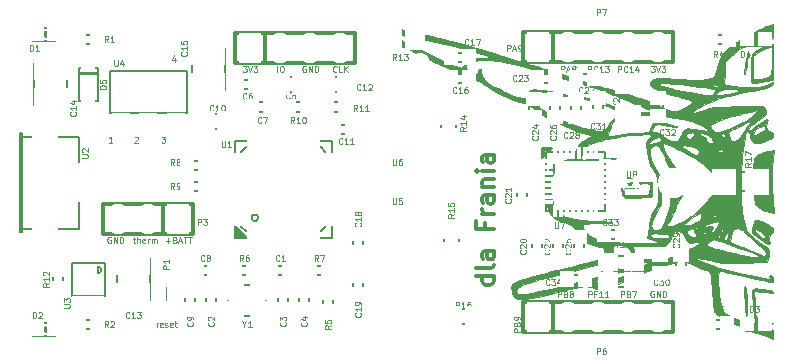
<source format=gbr>
%TF.GenerationSoftware,KiCad,Pcbnew,4.1.0-alpha+201605041001+6771~44~ubuntu15.10.1-product*%
%TF.CreationDate,2016-05-05T22:42:08+02:00*%
%TF.ProjectId,robot1,726F626F74312E6B696361645F706362,rev?*%
%TF.FileFunction,Legend,Top*%
%FSLAX46Y46*%
G04 Gerber Fmt 4.6, Leading zero omitted, Abs format (unit mm)*
G04 Created by KiCad (PCBNEW 4.1.0-alpha+201605041001+6771~44~ubuntu15.10.1-product) date czw, 5 maj 2016, 22:42:08*
%MOMM*%
%LPD*%
G01*
G04 APERTURE LIST*
%ADD10C,0.100000*%
%ADD11C,0.300000*%
%ADD12C,0.050800*%
%ADD13C,0.127000*%
%ADD14C,0.150000*%
%ADD15C,0.304800*%
%ADD16C,0.149860*%
%ADD17C,0.200660*%
%ADD18C,0.203200*%
%ADD19C,0.050000*%
%ADD20C,0.010000*%
%ADD21C,2.600000*%
%ADD22R,1.299160X1.400760*%
%ADD23R,1.400760X1.299160*%
%ADD24R,1.700480X1.898600*%
%ADD25R,2.899360X2.350720*%
%ADD26R,1.197560X1.197560*%
%ADD27C,1.416000*%
%ADD28R,1.924000X2.599640*%
%ADD29O,1.924000X2.599640*%
%ADD30C,1.600000*%
%ADD31R,1.898600X1.700480*%
%ADD32R,2.000200X2.203400*%
%ADD33R,0.699720X1.700480*%
%ADD34R,1.700480X0.699720*%
%ADD35R,2.297380X2.297380*%
%ADD36R,1.748740X0.798780*%
%ADD37R,1.746200X0.798780*%
%ADD38C,1.197560*%
%ADD39R,0.650000X1.400000*%
%ADD40R,1.619200X2.635200*%
%ADD41R,4.000000X2.600000*%
%ADD42R,1.100000X0.650000*%
%ADD43R,0.650000X0.900000*%
%ADD44R,2.400000X1.300000*%
%ADD45R,0.985520X0.416560*%
%ADD46R,0.416560X0.985520*%
%ADD47R,1.861820X1.861820*%
%ADD48C,0.650000*%
%ADD49R,1.800000X1.600000*%
%ADD50R,2.300000X1.500000*%
%ADD51R,1.250900X1.250900*%
G04 APERTURE END LIST*
D10*
D11*
X180383571Y-136901428D02*
X178883571Y-136901428D01*
X180312142Y-136901428D02*
X180383571Y-137044285D01*
X180383571Y-137330000D01*
X180312142Y-137472857D01*
X180240714Y-137544285D01*
X180097857Y-137615714D01*
X179669285Y-137615714D01*
X179526428Y-137544285D01*
X179455000Y-137472857D01*
X179383571Y-137330000D01*
X179383571Y-137044285D01*
X179455000Y-136901428D01*
X180383571Y-135972857D02*
X180312142Y-136115714D01*
X180169285Y-136187142D01*
X178883571Y-136187142D01*
X180383571Y-134758571D02*
X179597857Y-134758571D01*
X179455000Y-134830000D01*
X179383571Y-134972857D01*
X179383571Y-135258571D01*
X179455000Y-135401428D01*
X180312142Y-134758571D02*
X180383571Y-134901428D01*
X180383571Y-135258571D01*
X180312142Y-135401428D01*
X180169285Y-135472857D01*
X180026428Y-135472857D01*
X179883571Y-135401428D01*
X179812142Y-135258571D01*
X179812142Y-134901428D01*
X179740714Y-134758571D01*
X179597857Y-132401428D02*
X179597857Y-132901428D01*
X180383571Y-132901428D02*
X178883571Y-132901428D01*
X178883571Y-132187142D01*
X180383571Y-131615714D02*
X179383571Y-131615714D01*
X179669285Y-131615714D02*
X179526428Y-131544285D01*
X179455000Y-131472857D01*
X179383571Y-131330000D01*
X179383571Y-131187142D01*
X180383571Y-130044285D02*
X179597857Y-130044285D01*
X179455000Y-130115714D01*
X179383571Y-130258571D01*
X179383571Y-130544285D01*
X179455000Y-130687142D01*
X180312142Y-130044285D02*
X180383571Y-130187142D01*
X180383571Y-130544285D01*
X180312142Y-130687142D01*
X180169285Y-130758571D01*
X180026428Y-130758571D01*
X179883571Y-130687142D01*
X179812142Y-130544285D01*
X179812142Y-130187142D01*
X179740714Y-130044285D01*
X179383571Y-129330000D02*
X180383571Y-129330000D01*
X179526428Y-129330000D02*
X179455000Y-129258571D01*
X179383571Y-129115714D01*
X179383571Y-128901428D01*
X179455000Y-128758571D01*
X179597857Y-128687142D01*
X180383571Y-128687142D01*
X180383571Y-127972857D02*
X179383571Y-127972857D01*
X178883571Y-127972857D02*
X178955000Y-128044285D01*
X179026428Y-127972857D01*
X178955000Y-127901428D01*
X178883571Y-127972857D01*
X179026428Y-127972857D01*
X180383571Y-126615714D02*
X179597857Y-126615714D01*
X179455000Y-126687142D01*
X179383571Y-126830000D01*
X179383571Y-127115714D01*
X179455000Y-127258571D01*
X180312142Y-126615714D02*
X180383571Y-126758571D01*
X180383571Y-127115714D01*
X180312142Y-127258571D01*
X180169285Y-127330000D01*
X180026428Y-127330000D01*
X179883571Y-127258571D01*
X179812142Y-127115714D01*
X179812142Y-126758571D01*
X179740714Y-126615714D01*
D12*
X193681047Y-119101809D02*
X193995523Y-119101809D01*
X193826190Y-119295333D01*
X193898761Y-119295333D01*
X193947142Y-119319523D01*
X193971333Y-119343714D01*
X193995523Y-119392095D01*
X193995523Y-119513047D01*
X193971333Y-119561428D01*
X193947142Y-119585619D01*
X193898761Y-119609809D01*
X193753619Y-119609809D01*
X193705238Y-119585619D01*
X193681047Y-119561428D01*
X194140666Y-119101809D02*
X194310000Y-119609809D01*
X194479333Y-119101809D01*
X194600285Y-119101809D02*
X194914761Y-119101809D01*
X194745428Y-119295333D01*
X194818000Y-119295333D01*
X194866380Y-119319523D01*
X194890571Y-119343714D01*
X194914761Y-119392095D01*
X194914761Y-119513047D01*
X194890571Y-119561428D01*
X194866380Y-119585619D01*
X194818000Y-119609809D01*
X194672857Y-119609809D01*
X194624476Y-119585619D01*
X194600285Y-119561428D01*
X190899142Y-119609809D02*
X190899142Y-119101809D01*
X191092666Y-119101809D01*
X191141047Y-119126000D01*
X191165238Y-119150190D01*
X191189428Y-119198571D01*
X191189428Y-119271142D01*
X191165238Y-119319523D01*
X191141047Y-119343714D01*
X191092666Y-119367904D01*
X190899142Y-119367904D01*
X191697428Y-119561428D02*
X191673238Y-119585619D01*
X191600666Y-119609809D01*
X191552285Y-119609809D01*
X191479714Y-119585619D01*
X191431333Y-119537238D01*
X191407142Y-119488857D01*
X191382952Y-119392095D01*
X191382952Y-119319523D01*
X191407142Y-119222761D01*
X191431333Y-119174380D01*
X191479714Y-119126000D01*
X191552285Y-119101809D01*
X191600666Y-119101809D01*
X191673238Y-119126000D01*
X191697428Y-119150190D01*
X192181238Y-119609809D02*
X191890952Y-119609809D01*
X192036095Y-119609809D02*
X192036095Y-119101809D01*
X191987714Y-119174380D01*
X191939333Y-119222761D01*
X191890952Y-119246952D01*
X192616666Y-119271142D02*
X192616666Y-119609809D01*
X192495714Y-119077619D02*
X192374761Y-119440476D01*
X192689238Y-119440476D01*
X188359142Y-119609809D02*
X188359142Y-119101809D01*
X188552666Y-119101809D01*
X188601047Y-119126000D01*
X188625238Y-119150190D01*
X188649428Y-119198571D01*
X188649428Y-119271142D01*
X188625238Y-119319523D01*
X188601047Y-119343714D01*
X188552666Y-119367904D01*
X188359142Y-119367904D01*
X189157428Y-119561428D02*
X189133238Y-119585619D01*
X189060666Y-119609809D01*
X189012285Y-119609809D01*
X188939714Y-119585619D01*
X188891333Y-119537238D01*
X188867142Y-119488857D01*
X188842952Y-119392095D01*
X188842952Y-119319523D01*
X188867142Y-119222761D01*
X188891333Y-119174380D01*
X188939714Y-119126000D01*
X189012285Y-119101809D01*
X189060666Y-119101809D01*
X189133238Y-119126000D01*
X189157428Y-119150190D01*
X189641238Y-119609809D02*
X189350952Y-119609809D01*
X189496095Y-119609809D02*
X189496095Y-119101809D01*
X189447714Y-119174380D01*
X189399333Y-119222761D01*
X189350952Y-119246952D01*
X189810571Y-119101809D02*
X190125047Y-119101809D01*
X189955714Y-119295333D01*
X190028285Y-119295333D01*
X190076666Y-119319523D01*
X190100857Y-119343714D01*
X190125047Y-119392095D01*
X190125047Y-119513047D01*
X190100857Y-119561428D01*
X190076666Y-119585619D01*
X190028285Y-119609809D01*
X189883142Y-119609809D01*
X189834761Y-119585619D01*
X189810571Y-119561428D01*
X186097333Y-119609809D02*
X186097333Y-119101809D01*
X186290857Y-119101809D01*
X186339238Y-119126000D01*
X186363428Y-119150190D01*
X186387619Y-119198571D01*
X186387619Y-119271142D01*
X186363428Y-119319523D01*
X186339238Y-119343714D01*
X186290857Y-119367904D01*
X186097333Y-119367904D01*
X186581142Y-119464666D02*
X186823047Y-119464666D01*
X186532761Y-119609809D02*
X186702095Y-119101809D01*
X186871428Y-119609809D01*
X187113333Y-119319523D02*
X187064952Y-119295333D01*
X187040761Y-119271142D01*
X187016571Y-119222761D01*
X187016571Y-119198571D01*
X187040761Y-119150190D01*
X187064952Y-119126000D01*
X187113333Y-119101809D01*
X187210095Y-119101809D01*
X187258476Y-119126000D01*
X187282666Y-119150190D01*
X187306857Y-119198571D01*
X187306857Y-119222761D01*
X187282666Y-119271142D01*
X187258476Y-119295333D01*
X187210095Y-119319523D01*
X187113333Y-119319523D01*
X187064952Y-119343714D01*
X187040761Y-119367904D01*
X187016571Y-119416285D01*
X187016571Y-119513047D01*
X187040761Y-119561428D01*
X187064952Y-119585619D01*
X187113333Y-119609809D01*
X187210095Y-119609809D01*
X187258476Y-119585619D01*
X187282666Y-119561428D01*
X187306857Y-119513047D01*
X187306857Y-119416285D01*
X187282666Y-119367904D01*
X187258476Y-119343714D01*
X187210095Y-119319523D01*
X181525333Y-117831809D02*
X181525333Y-117323809D01*
X181718857Y-117323809D01*
X181767238Y-117348000D01*
X181791428Y-117372190D01*
X181815619Y-117420571D01*
X181815619Y-117493142D01*
X181791428Y-117541523D01*
X181767238Y-117565714D01*
X181718857Y-117589904D01*
X181525333Y-117589904D01*
X182009142Y-117686666D02*
X182251047Y-117686666D01*
X181960761Y-117831809D02*
X182130095Y-117323809D01*
X182299428Y-117831809D01*
X182492952Y-117831809D02*
X182589714Y-117831809D01*
X182638095Y-117807619D01*
X182662285Y-117783428D01*
X182710666Y-117710857D01*
X182734857Y-117614095D01*
X182734857Y-117420571D01*
X182710666Y-117372190D01*
X182686476Y-117348000D01*
X182638095Y-117323809D01*
X182541333Y-117323809D01*
X182492952Y-117348000D01*
X182468761Y-117372190D01*
X182444571Y-117420571D01*
X182444571Y-117541523D01*
X182468761Y-117589904D01*
X182492952Y-117614095D01*
X182541333Y-117638285D01*
X182638095Y-117638285D01*
X182686476Y-117614095D01*
X182710666Y-117589904D01*
X182734857Y-117541523D01*
X193922952Y-138176000D02*
X193874571Y-138151809D01*
X193802000Y-138151809D01*
X193729428Y-138176000D01*
X193681047Y-138224380D01*
X193656857Y-138272761D01*
X193632666Y-138369523D01*
X193632666Y-138442095D01*
X193656857Y-138538857D01*
X193681047Y-138587238D01*
X193729428Y-138635619D01*
X193802000Y-138659809D01*
X193850380Y-138659809D01*
X193922952Y-138635619D01*
X193947142Y-138611428D01*
X193947142Y-138442095D01*
X193850380Y-138442095D01*
X194164857Y-138659809D02*
X194164857Y-138151809D01*
X194455142Y-138659809D01*
X194455142Y-138151809D01*
X194697047Y-138659809D02*
X194697047Y-138151809D01*
X194818000Y-138151809D01*
X194890571Y-138176000D01*
X194938952Y-138224380D01*
X194963142Y-138272761D01*
X194987333Y-138369523D01*
X194987333Y-138442095D01*
X194963142Y-138538857D01*
X194938952Y-138587238D01*
X194890571Y-138635619D01*
X194818000Y-138659809D01*
X194697047Y-138659809D01*
X191141047Y-138659809D02*
X191141047Y-138151809D01*
X191334571Y-138151809D01*
X191382952Y-138176000D01*
X191407142Y-138200190D01*
X191431333Y-138248571D01*
X191431333Y-138321142D01*
X191407142Y-138369523D01*
X191382952Y-138393714D01*
X191334571Y-138417904D01*
X191141047Y-138417904D01*
X191818380Y-138393714D02*
X191890952Y-138417904D01*
X191915142Y-138442095D01*
X191939333Y-138490476D01*
X191939333Y-138563047D01*
X191915142Y-138611428D01*
X191890952Y-138635619D01*
X191842571Y-138659809D01*
X191649047Y-138659809D01*
X191649047Y-138151809D01*
X191818380Y-138151809D01*
X191866761Y-138176000D01*
X191890952Y-138200190D01*
X191915142Y-138248571D01*
X191915142Y-138296952D01*
X191890952Y-138345333D01*
X191866761Y-138369523D01*
X191818380Y-138393714D01*
X191649047Y-138393714D01*
X192108666Y-138151809D02*
X192447333Y-138151809D01*
X192229619Y-138659809D01*
X188395428Y-138659809D02*
X188395428Y-138151809D01*
X188588952Y-138151809D01*
X188637333Y-138176000D01*
X188661523Y-138200190D01*
X188685714Y-138248571D01*
X188685714Y-138321142D01*
X188661523Y-138369523D01*
X188637333Y-138393714D01*
X188588952Y-138417904D01*
X188395428Y-138417904D01*
X189072761Y-138393714D02*
X188903428Y-138393714D01*
X188903428Y-138659809D02*
X188903428Y-138151809D01*
X189145333Y-138151809D01*
X189604952Y-138659809D02*
X189314666Y-138659809D01*
X189459809Y-138659809D02*
X189459809Y-138151809D01*
X189411428Y-138224380D01*
X189363047Y-138272761D01*
X189314666Y-138296952D01*
X190088761Y-138659809D02*
X189798476Y-138659809D01*
X189943619Y-138659809D02*
X189943619Y-138151809D01*
X189895238Y-138224380D01*
X189846857Y-138272761D01*
X189798476Y-138296952D01*
X185807047Y-138659809D02*
X185807047Y-138151809D01*
X186000571Y-138151809D01*
X186048952Y-138176000D01*
X186073142Y-138200190D01*
X186097333Y-138248571D01*
X186097333Y-138321142D01*
X186073142Y-138369523D01*
X186048952Y-138393714D01*
X186000571Y-138417904D01*
X185807047Y-138417904D01*
X186484380Y-138393714D02*
X186556952Y-138417904D01*
X186581142Y-138442095D01*
X186605333Y-138490476D01*
X186605333Y-138563047D01*
X186581142Y-138611428D01*
X186556952Y-138635619D01*
X186508571Y-138659809D01*
X186315047Y-138659809D01*
X186315047Y-138151809D01*
X186484380Y-138151809D01*
X186532761Y-138176000D01*
X186556952Y-138200190D01*
X186581142Y-138248571D01*
X186581142Y-138296952D01*
X186556952Y-138345333D01*
X186532761Y-138369523D01*
X186484380Y-138393714D01*
X186315047Y-138393714D01*
X186895619Y-138369523D02*
X186847238Y-138345333D01*
X186823047Y-138321142D01*
X186798857Y-138272761D01*
X186798857Y-138248571D01*
X186823047Y-138200190D01*
X186847238Y-138176000D01*
X186895619Y-138151809D01*
X186992380Y-138151809D01*
X187040761Y-138176000D01*
X187064952Y-138200190D01*
X187089142Y-138248571D01*
X187089142Y-138272761D01*
X187064952Y-138321142D01*
X187040761Y-138345333D01*
X186992380Y-138369523D01*
X186895619Y-138369523D01*
X186847238Y-138393714D01*
X186823047Y-138417904D01*
X186798857Y-138466285D01*
X186798857Y-138563047D01*
X186823047Y-138611428D01*
X186847238Y-138635619D01*
X186895619Y-138659809D01*
X186992380Y-138659809D01*
X187040761Y-138635619D01*
X187064952Y-138611428D01*
X187089142Y-138563047D01*
X187089142Y-138466285D01*
X187064952Y-138417904D01*
X187040761Y-138393714D01*
X186992380Y-138369523D01*
X182601809Y-141598952D02*
X182093809Y-141598952D01*
X182093809Y-141405428D01*
X182118000Y-141357047D01*
X182142190Y-141332857D01*
X182190571Y-141308666D01*
X182263142Y-141308666D01*
X182311523Y-141332857D01*
X182335714Y-141357047D01*
X182359904Y-141405428D01*
X182359904Y-141598952D01*
X182335714Y-140921619D02*
X182359904Y-140849047D01*
X182384095Y-140824857D01*
X182432476Y-140800666D01*
X182505047Y-140800666D01*
X182553428Y-140824857D01*
X182577619Y-140849047D01*
X182601809Y-140897428D01*
X182601809Y-141090952D01*
X182093809Y-141090952D01*
X182093809Y-140921619D01*
X182118000Y-140873238D01*
X182142190Y-140849047D01*
X182190571Y-140824857D01*
X182238952Y-140824857D01*
X182287333Y-140849047D01*
X182311523Y-140873238D01*
X182335714Y-140921619D01*
X182335714Y-141090952D01*
X182601809Y-140558761D02*
X182601809Y-140462000D01*
X182577619Y-140413619D01*
X182553428Y-140389428D01*
X182480857Y-140341047D01*
X182384095Y-140316857D01*
X182190571Y-140316857D01*
X182142190Y-140341047D01*
X182118000Y-140365238D01*
X182093809Y-140413619D01*
X182093809Y-140510380D01*
X182118000Y-140558761D01*
X182142190Y-140582952D01*
X182190571Y-140607142D01*
X182311523Y-140607142D01*
X182359904Y-140582952D01*
X182384095Y-140558761D01*
X182408285Y-140510380D01*
X182408285Y-140413619D01*
X182384095Y-140365238D01*
X182359904Y-140341047D01*
X182311523Y-140316857D01*
X159137047Y-119101809D02*
X159451523Y-119101809D01*
X159282190Y-119295333D01*
X159354761Y-119295333D01*
X159403142Y-119319523D01*
X159427333Y-119343714D01*
X159451523Y-119392095D01*
X159451523Y-119513047D01*
X159427333Y-119561428D01*
X159403142Y-119585619D01*
X159354761Y-119609809D01*
X159209619Y-119609809D01*
X159161238Y-119585619D01*
X159137047Y-119561428D01*
X159596666Y-119101809D02*
X159766000Y-119609809D01*
X159935333Y-119101809D01*
X160056285Y-119101809D02*
X160370761Y-119101809D01*
X160201428Y-119295333D01*
X160274000Y-119295333D01*
X160322380Y-119319523D01*
X160346571Y-119343714D01*
X160370761Y-119392095D01*
X160370761Y-119513047D01*
X160346571Y-119561428D01*
X160322380Y-119585619D01*
X160274000Y-119609809D01*
X160128857Y-119609809D01*
X160080476Y-119585619D01*
X160056285Y-119561428D01*
X162039904Y-119609809D02*
X162039904Y-119101809D01*
X162378571Y-119101809D02*
X162475333Y-119101809D01*
X162523714Y-119126000D01*
X162572095Y-119174380D01*
X162596285Y-119271142D01*
X162596285Y-119440476D01*
X162572095Y-119537238D01*
X162523714Y-119585619D01*
X162475333Y-119609809D01*
X162378571Y-119609809D01*
X162330190Y-119585619D01*
X162281809Y-119537238D01*
X162257619Y-119440476D01*
X162257619Y-119271142D01*
X162281809Y-119174380D01*
X162330190Y-119126000D01*
X162378571Y-119101809D01*
X164458952Y-119126000D02*
X164410571Y-119101809D01*
X164338000Y-119101809D01*
X164265428Y-119126000D01*
X164217047Y-119174380D01*
X164192857Y-119222761D01*
X164168666Y-119319523D01*
X164168666Y-119392095D01*
X164192857Y-119488857D01*
X164217047Y-119537238D01*
X164265428Y-119585619D01*
X164338000Y-119609809D01*
X164386380Y-119609809D01*
X164458952Y-119585619D01*
X164483142Y-119561428D01*
X164483142Y-119392095D01*
X164386380Y-119392095D01*
X164700857Y-119609809D02*
X164700857Y-119101809D01*
X164991142Y-119609809D01*
X164991142Y-119101809D01*
X165233047Y-119609809D02*
X165233047Y-119101809D01*
X165354000Y-119101809D01*
X165426571Y-119126000D01*
X165474952Y-119174380D01*
X165499142Y-119222761D01*
X165523333Y-119319523D01*
X165523333Y-119392095D01*
X165499142Y-119488857D01*
X165474952Y-119537238D01*
X165426571Y-119585619D01*
X165354000Y-119609809D01*
X165233047Y-119609809D01*
X167083619Y-119561428D02*
X167059428Y-119585619D01*
X166986857Y-119609809D01*
X166938476Y-119609809D01*
X166865904Y-119585619D01*
X166817523Y-119537238D01*
X166793333Y-119488857D01*
X166769142Y-119392095D01*
X166769142Y-119319523D01*
X166793333Y-119222761D01*
X166817523Y-119174380D01*
X166865904Y-119126000D01*
X166938476Y-119101809D01*
X166986857Y-119101809D01*
X167059428Y-119126000D01*
X167083619Y-119150190D01*
X167543238Y-119609809D02*
X167301333Y-119609809D01*
X167301333Y-119101809D01*
X167712571Y-119609809D02*
X167712571Y-119101809D01*
X168002857Y-119609809D02*
X167785142Y-119319523D01*
X168002857Y-119101809D02*
X167712571Y-119392095D01*
X149835809Y-133749142D02*
X150029333Y-133749142D01*
X149908380Y-133579809D02*
X149908380Y-134015238D01*
X149932571Y-134063619D01*
X149980952Y-134087809D01*
X150029333Y-134087809D01*
X150198666Y-134087809D02*
X150198666Y-133579809D01*
X150416380Y-134087809D02*
X150416380Y-133821714D01*
X150392190Y-133773333D01*
X150343809Y-133749142D01*
X150271238Y-133749142D01*
X150222857Y-133773333D01*
X150198666Y-133797523D01*
X150851809Y-134063619D02*
X150803428Y-134087809D01*
X150706666Y-134087809D01*
X150658285Y-134063619D01*
X150634095Y-134015238D01*
X150634095Y-133821714D01*
X150658285Y-133773333D01*
X150706666Y-133749142D01*
X150803428Y-133749142D01*
X150851809Y-133773333D01*
X150876000Y-133821714D01*
X150876000Y-133870095D01*
X150634095Y-133918476D01*
X151093714Y-134087809D02*
X151093714Y-133749142D01*
X151093714Y-133845904D02*
X151117904Y-133797523D01*
X151142095Y-133773333D01*
X151190476Y-133749142D01*
X151238857Y-133749142D01*
X151408190Y-134087809D02*
X151408190Y-133749142D01*
X151408190Y-133797523D02*
X151432380Y-133773333D01*
X151480761Y-133749142D01*
X151553333Y-133749142D01*
X151601714Y-133773333D01*
X151625904Y-133821714D01*
X151625904Y-134087809D01*
X151625904Y-133821714D02*
X151650095Y-133773333D01*
X151698476Y-133749142D01*
X151771047Y-133749142D01*
X151819428Y-133773333D01*
X151843619Y-133821714D01*
X151843619Y-134087809D01*
X147948952Y-133604000D02*
X147900571Y-133579809D01*
X147828000Y-133579809D01*
X147755428Y-133604000D01*
X147707047Y-133652380D01*
X147682857Y-133700761D01*
X147658666Y-133797523D01*
X147658666Y-133870095D01*
X147682857Y-133966857D01*
X147707047Y-134015238D01*
X147755428Y-134063619D01*
X147828000Y-134087809D01*
X147876380Y-134087809D01*
X147948952Y-134063619D01*
X147973142Y-134039428D01*
X147973142Y-133870095D01*
X147876380Y-133870095D01*
X148190857Y-134087809D02*
X148190857Y-133579809D01*
X148481142Y-134087809D01*
X148481142Y-133579809D01*
X148723047Y-134087809D02*
X148723047Y-133579809D01*
X148844000Y-133579809D01*
X148916571Y-133604000D01*
X148964952Y-133652380D01*
X148989142Y-133700761D01*
X149013333Y-133797523D01*
X149013333Y-133870095D01*
X148989142Y-133966857D01*
X148964952Y-134015238D01*
X148916571Y-134063619D01*
X148844000Y-134087809D01*
X148723047Y-134087809D01*
X152617714Y-133894285D02*
X153004761Y-133894285D01*
X152811238Y-134087809D02*
X152811238Y-133700761D01*
X153416000Y-133821714D02*
X153488571Y-133845904D01*
X153512761Y-133870095D01*
X153536952Y-133918476D01*
X153536952Y-133991047D01*
X153512761Y-134039428D01*
X153488571Y-134063619D01*
X153440190Y-134087809D01*
X153246666Y-134087809D01*
X153246666Y-133579809D01*
X153416000Y-133579809D01*
X153464380Y-133604000D01*
X153488571Y-133628190D01*
X153512761Y-133676571D01*
X153512761Y-133724952D01*
X153488571Y-133773333D01*
X153464380Y-133797523D01*
X153416000Y-133821714D01*
X153246666Y-133821714D01*
X153730476Y-133942666D02*
X153972380Y-133942666D01*
X153682095Y-134087809D02*
X153851428Y-133579809D01*
X154020761Y-134087809D01*
X154117523Y-133579809D02*
X154407809Y-133579809D01*
X154262666Y-134087809D02*
X154262666Y-133579809D01*
X154504571Y-133579809D02*
X154794857Y-133579809D01*
X154649714Y-134087809D02*
X154649714Y-133579809D01*
X151831523Y-141199809D02*
X151831523Y-140861142D01*
X151831523Y-140957904D02*
X151855714Y-140909523D01*
X151879904Y-140885333D01*
X151928285Y-140861142D01*
X151976666Y-140861142D01*
X152339523Y-141175619D02*
X152291142Y-141199809D01*
X152194380Y-141199809D01*
X152146000Y-141175619D01*
X152121809Y-141127238D01*
X152121809Y-140933714D01*
X152146000Y-140885333D01*
X152194380Y-140861142D01*
X152291142Y-140861142D01*
X152339523Y-140885333D01*
X152363714Y-140933714D01*
X152363714Y-140982095D01*
X152121809Y-141030476D01*
X152557238Y-141175619D02*
X152605619Y-141199809D01*
X152702380Y-141199809D01*
X152750761Y-141175619D01*
X152774952Y-141127238D01*
X152774952Y-141103047D01*
X152750761Y-141054666D01*
X152702380Y-141030476D01*
X152629809Y-141030476D01*
X152581428Y-141006285D01*
X152557238Y-140957904D01*
X152557238Y-140933714D01*
X152581428Y-140885333D01*
X152629809Y-140861142D01*
X152702380Y-140861142D01*
X152750761Y-140885333D01*
X153186190Y-141175619D02*
X153137809Y-141199809D01*
X153041047Y-141199809D01*
X152992666Y-141175619D01*
X152968476Y-141127238D01*
X152968476Y-140933714D01*
X152992666Y-140885333D01*
X153041047Y-140861142D01*
X153137809Y-140861142D01*
X153186190Y-140885333D01*
X153210380Y-140933714D01*
X153210380Y-140982095D01*
X152968476Y-141030476D01*
X153355523Y-140861142D02*
X153549047Y-140861142D01*
X153428095Y-140691809D02*
X153428095Y-141127238D01*
X153452285Y-141175619D01*
X153500666Y-141199809D01*
X153549047Y-141199809D01*
D13*
X162864800Y-136804400D02*
X162864800Y-135991600D01*
X161747200Y-136017000D02*
X161747200Y-136804400D01*
X161493200Y-135991600D02*
X163118800Y-135991600D01*
X163118800Y-135991600D02*
X163118800Y-136804400D01*
X163118800Y-136804400D02*
X161493200Y-136804400D01*
X161493200Y-136804400D02*
X161493200Y-135991600D01*
X156057600Y-139496800D02*
X156870400Y-139496800D01*
X156845000Y-138379200D02*
X156057600Y-138379200D01*
X156870400Y-138125200D02*
X156870400Y-139750800D01*
X156870400Y-139750800D02*
X156057600Y-139750800D01*
X156057600Y-139750800D02*
X156057600Y-138125200D01*
X156057600Y-138125200D02*
X156870400Y-138125200D01*
X162966400Y-138379200D02*
X162153600Y-138379200D01*
X162179000Y-139496800D02*
X162966400Y-139496800D01*
X162153600Y-139750800D02*
X162153600Y-138125200D01*
X162153600Y-138125200D02*
X162966400Y-138125200D01*
X162966400Y-138125200D02*
X162966400Y-139750800D01*
X162966400Y-139750800D02*
X162153600Y-139750800D01*
X164744400Y-138379200D02*
X163931600Y-138379200D01*
X163957000Y-139496800D02*
X164744400Y-139496800D01*
X163931600Y-139750800D02*
X163931600Y-138125200D01*
X163931600Y-138125200D02*
X164744400Y-138125200D01*
X164744400Y-138125200D02*
X164744400Y-139750800D01*
X164744400Y-139750800D02*
X163931600Y-139750800D01*
X162560000Y-121285000D02*
X162560000Y-120015000D01*
X163830000Y-121285000D02*
X163830000Y-120040400D01*
X164211000Y-121285000D02*
X162179000Y-121285000D01*
X162179000Y-121285000D02*
X162179000Y-120015000D01*
X162179000Y-120015000D02*
X164211000Y-120015000D01*
X164211000Y-120015000D02*
X164211000Y-121285000D01*
X158826200Y-120243600D02*
X158826200Y-121056400D01*
X159943800Y-121031000D02*
X159943800Y-120243600D01*
X160197800Y-121056400D02*
X158572200Y-121056400D01*
X158572200Y-121056400D02*
X158572200Y-120243600D01*
X158572200Y-120243600D02*
X160197800Y-120243600D01*
X160197800Y-120243600D02*
X160197800Y-121056400D01*
X160096200Y-122148600D02*
X160096200Y-122961400D01*
X161213800Y-122936000D02*
X161213800Y-122148600D01*
X161467800Y-122961400D02*
X159842200Y-122961400D01*
X159842200Y-122961400D02*
X159842200Y-122148600D01*
X159842200Y-122148600D02*
X161467800Y-122148600D01*
X161467800Y-122148600D02*
X161467800Y-122961400D01*
X155407360Y-135991600D02*
X155407360Y-136804400D01*
X156524960Y-136779000D02*
X156524960Y-135991600D01*
X156778960Y-136804400D02*
X155153360Y-136804400D01*
X155153360Y-136804400D02*
X155153360Y-135991600D01*
X155153360Y-135991600D02*
X156778960Y-135991600D01*
X156778960Y-135991600D02*
X156778960Y-136804400D01*
X155092400Y-138379200D02*
X154279600Y-138379200D01*
X154305000Y-139496800D02*
X155092400Y-139496800D01*
X154279600Y-139750800D02*
X154279600Y-138125200D01*
X154279600Y-138125200D02*
X155092400Y-138125200D01*
X155092400Y-138125200D02*
X155092400Y-139750800D01*
X155092400Y-139750800D02*
X154279600Y-139750800D01*
X157480000Y-123190000D02*
X157480000Y-124460000D01*
X156210000Y-123190000D02*
X156210000Y-124434600D01*
X155829000Y-123190000D02*
X157861000Y-123190000D01*
X157861000Y-123190000D02*
X157861000Y-124460000D01*
X157861000Y-124460000D02*
X155829000Y-124460000D01*
X155829000Y-124460000D02*
X155829000Y-123190000D01*
X167081200Y-124053600D02*
X167081200Y-124866400D01*
X168198800Y-124841000D02*
X168198800Y-124053600D01*
X168452800Y-124866400D02*
X166827200Y-124866400D01*
X166827200Y-124866400D02*
X166827200Y-124053600D01*
X166827200Y-124053600D02*
X168452800Y-124053600D01*
X168452800Y-124053600D02*
X168452800Y-124866400D01*
X166370000Y-121285000D02*
X166370000Y-120015000D01*
X167640000Y-121285000D02*
X167640000Y-120040400D01*
X168021000Y-121285000D02*
X165989000Y-121285000D01*
X165989000Y-121285000D02*
X165989000Y-120015000D01*
X165989000Y-120015000D02*
X168021000Y-120015000D01*
X168021000Y-120015000D02*
X168021000Y-121285000D01*
X148463000Y-135953500D02*
X151257000Y-135953500D01*
X148463000Y-135382000D02*
X148463000Y-138938000D01*
X148463000Y-138938000D02*
X151257000Y-138938000D01*
X151257000Y-138938000D02*
X151257000Y-135382000D01*
X151257000Y-135382000D02*
X148463000Y-135382000D01*
X144272000Y-121856500D02*
X141478000Y-121856500D01*
X144272000Y-122428000D02*
X144272000Y-118872000D01*
X144272000Y-118872000D02*
X141478000Y-118872000D01*
X141478000Y-118872000D02*
X141478000Y-122428000D01*
X141478000Y-122428000D02*
X144272000Y-122428000D01*
X154813000Y-118173500D02*
X157607000Y-118173500D01*
X154813000Y-117602000D02*
X154813000Y-121158000D01*
X154813000Y-121158000D02*
X157607000Y-121158000D01*
X157607000Y-121158000D02*
X157607000Y-117602000D01*
X157607000Y-117602000D02*
X154813000Y-117602000D01*
X178104800Y-120548400D02*
X178104800Y-119735600D01*
X176987200Y-119761000D02*
X176987200Y-120548400D01*
X176733200Y-119735600D02*
X178358800Y-119735600D01*
X178358800Y-119735600D02*
X178358800Y-120548400D01*
X178358800Y-120548400D02*
X176733200Y-120548400D01*
X176733200Y-120548400D02*
X176733200Y-119735600D01*
X178104800Y-118770400D02*
X178104800Y-117957600D01*
X176987200Y-117983000D02*
X176987200Y-118770400D01*
X176733200Y-117957600D02*
X178358800Y-117957600D01*
X178358800Y-117957600D02*
X178358800Y-118770400D01*
X178358800Y-118770400D02*
X176733200Y-118770400D01*
X176733200Y-118770400D02*
X176733200Y-117957600D01*
X168503600Y-134670800D02*
X169316400Y-134670800D01*
X169291000Y-133553200D02*
X168503600Y-133553200D01*
X169316400Y-133299200D02*
X169316400Y-134924800D01*
X169316400Y-134924800D02*
X168503600Y-134924800D01*
X168503600Y-134924800D02*
X168503600Y-133299200D01*
X168503600Y-133299200D02*
X169316400Y-133299200D01*
X168503600Y-138226800D02*
X169316400Y-138226800D01*
X169291000Y-137109200D02*
X168503600Y-137109200D01*
X169316400Y-136855200D02*
X169316400Y-138480800D01*
X169316400Y-138480800D02*
X168503600Y-138480800D01*
X168503600Y-138480800D02*
X168503600Y-136855200D01*
X168503600Y-136855200D02*
X169316400Y-136855200D01*
X184429400Y-133807200D02*
X183616600Y-133807200D01*
X183642000Y-134924800D02*
X184429400Y-134924800D01*
X183616600Y-135178800D02*
X183616600Y-133553200D01*
X183616600Y-133553200D02*
X184429400Y-133553200D01*
X184429400Y-133553200D02*
X184429400Y-135178800D01*
X184429400Y-135178800D02*
X183616600Y-135178800D01*
X183159400Y-129489200D02*
X182346600Y-129489200D01*
X182372000Y-130606800D02*
X183159400Y-130606800D01*
X182346600Y-130860800D02*
X182346600Y-129235200D01*
X182346600Y-129235200D02*
X183159400Y-129235200D01*
X183159400Y-129235200D02*
X183159400Y-130860800D01*
X183159400Y-130860800D02*
X182346600Y-130860800D01*
X186207400Y-133807200D02*
X185394600Y-133807200D01*
X185420000Y-134924800D02*
X186207400Y-134924800D01*
X185394600Y-135178800D02*
X185394600Y-133553200D01*
X185394600Y-133553200D02*
X186207400Y-133553200D01*
X186207400Y-133553200D02*
X186207400Y-135178800D01*
X186207400Y-135178800D02*
X185394600Y-135178800D01*
X185333640Y-120548400D02*
X185333640Y-119735600D01*
X184216040Y-119761000D02*
X184216040Y-120548400D01*
X183962040Y-119735600D02*
X185587640Y-119735600D01*
X185587640Y-119735600D02*
X185587640Y-120548400D01*
X185587640Y-120548400D02*
X183962040Y-120548400D01*
X183962040Y-120548400D02*
X183962040Y-119735600D01*
X184175400Y-122123200D02*
X183362600Y-122123200D01*
X183388000Y-123240800D02*
X184175400Y-123240800D01*
X183362600Y-123494800D02*
X183362600Y-121869200D01*
X183362600Y-121869200D02*
X184175400Y-121869200D01*
X184175400Y-121869200D02*
X184175400Y-123494800D01*
X184175400Y-123494800D02*
X183362600Y-123494800D01*
X187985400Y-133807200D02*
X187172600Y-133807200D01*
X187198000Y-134924800D02*
X187985400Y-134924800D01*
X187172600Y-135178800D02*
X187172600Y-133553200D01*
X187172600Y-133553200D02*
X187985400Y-133553200D01*
X187985400Y-133553200D02*
X187985400Y-135178800D01*
X187985400Y-135178800D02*
X187172600Y-135178800D01*
X185953400Y-122113040D02*
X185140600Y-122113040D01*
X185166000Y-123230640D02*
X185953400Y-123230640D01*
X185140600Y-123484640D02*
X185140600Y-121859040D01*
X185140600Y-121859040D02*
X185953400Y-121859040D01*
X185953400Y-121859040D02*
X185953400Y-123484640D01*
X185953400Y-123484640D02*
X185140600Y-123484640D01*
X188645800Y-120548400D02*
X188645800Y-119735600D01*
X187528200Y-119761000D02*
X187528200Y-120548400D01*
X187274200Y-119735600D02*
X188899800Y-119735600D01*
X188899800Y-119735600D02*
X188899800Y-120548400D01*
X188899800Y-120548400D02*
X187274200Y-120548400D01*
X187274200Y-120548400D02*
X187274200Y-119735600D01*
X186918600Y-123230640D02*
X187731400Y-123230640D01*
X187706000Y-122113040D02*
X186918600Y-122113040D01*
X187731400Y-121859040D02*
X187731400Y-123484640D01*
X187731400Y-123484640D02*
X186918600Y-123484640D01*
X186918600Y-123484640D02*
X186918600Y-121859040D01*
X186918600Y-121859040D02*
X187731400Y-121859040D01*
X196621400Y-135331200D02*
X195808600Y-135331200D01*
X195834000Y-136448800D02*
X196621400Y-136448800D01*
X195808600Y-136702800D02*
X195808600Y-135077200D01*
X195808600Y-135077200D02*
X196621400Y-135077200D01*
X196621400Y-135077200D02*
X196621400Y-136702800D01*
X196621400Y-136702800D02*
X195808600Y-136702800D01*
X194843400Y-135331200D02*
X194030600Y-135331200D01*
X194056000Y-136448800D02*
X194843400Y-136448800D01*
X194030600Y-136702800D02*
X194030600Y-135077200D01*
X194030600Y-135077200D02*
X194843400Y-135077200D01*
X194843400Y-135077200D02*
X194843400Y-136702800D01*
X194843400Y-136702800D02*
X194030600Y-136702800D01*
X188823600Y-123113800D02*
X189636400Y-123113800D01*
X189611000Y-121996200D02*
X188823600Y-121996200D01*
X189636400Y-121742200D02*
X189636400Y-123367800D01*
X189636400Y-123367800D02*
X188823600Y-123367800D01*
X188823600Y-123367800D02*
X188823600Y-121742200D01*
X188823600Y-121742200D02*
X189636400Y-121742200D01*
X194716400Y-121996200D02*
X193903600Y-121996200D01*
X193929000Y-123113800D02*
X194716400Y-123113800D01*
X193903600Y-123367800D02*
X193903600Y-121742200D01*
X193903600Y-121742200D02*
X194716400Y-121742200D01*
X194716400Y-121742200D02*
X194716400Y-123367800D01*
X194716400Y-123367800D02*
X193903600Y-123367800D01*
X191058800Y-133756400D02*
X191058800Y-132943600D01*
X189941200Y-132969000D02*
X189941200Y-133756400D01*
X189687200Y-132943600D02*
X191312800Y-132943600D01*
X191312800Y-132943600D02*
X191312800Y-133756400D01*
X191312800Y-133756400D02*
X189687200Y-133756400D01*
X189687200Y-133756400D02*
X189687200Y-132943600D01*
X187883800Y-137566400D02*
X187883800Y-136753600D01*
X186766200Y-136779000D02*
X186766200Y-137566400D01*
X186512200Y-136753600D02*
X188137800Y-136753600D01*
X188137800Y-136753600D02*
X188137800Y-137566400D01*
X188137800Y-137566400D02*
X186512200Y-137566400D01*
X186512200Y-137566400D02*
X186512200Y-136753600D01*
D14*
X141330000Y-116955000D02*
X143230000Y-116955000D01*
X141330000Y-115855000D02*
X143230000Y-115855000D01*
X142230000Y-116405000D02*
X142680000Y-116405000D01*
X142180000Y-116155000D02*
X142180000Y-116655000D01*
X142180000Y-116405000D02*
X142430000Y-116155000D01*
X142430000Y-116155000D02*
X142430000Y-116655000D01*
X142430000Y-116655000D02*
X142180000Y-116405000D01*
X141330000Y-141955000D02*
X143230000Y-141955000D01*
X141330000Y-140855000D02*
X143230000Y-140855000D01*
X142230000Y-141405000D02*
X142680000Y-141405000D01*
X142180000Y-141155000D02*
X142180000Y-141655000D01*
X142180000Y-141405000D02*
X142430000Y-141155000D01*
X142430000Y-141155000D02*
X142430000Y-141655000D01*
X142430000Y-141655000D02*
X142180000Y-141405000D01*
X203665000Y-140420000D02*
X201765000Y-140420000D01*
X203665000Y-141520000D02*
X201765000Y-141520000D01*
X202765000Y-140970000D02*
X202315000Y-140970000D01*
X202815000Y-141220000D02*
X202815000Y-140720000D01*
X202815000Y-140970000D02*
X202565000Y-141220000D01*
X202565000Y-141220000D02*
X202565000Y-140720000D01*
X202565000Y-140720000D02*
X202815000Y-140970000D01*
X203665000Y-116290000D02*
X201765000Y-116290000D01*
X203665000Y-117390000D02*
X201765000Y-117390000D01*
X202765000Y-116840000D02*
X202315000Y-116840000D01*
X202815000Y-117090000D02*
X202815000Y-116590000D01*
X202815000Y-116840000D02*
X202565000Y-117090000D01*
X202565000Y-117090000D02*
X202565000Y-116590000D01*
X202565000Y-116590000D02*
X202815000Y-116840000D01*
D10*
X152654000Y-139700000D02*
X152654000Y-137160000D01*
D15*
X161036000Y-116332000D02*
X161036000Y-118872000D01*
X168656000Y-118872000D02*
X158496000Y-118872000D01*
X158496000Y-116332000D02*
X168656000Y-116332000D01*
X158496000Y-118872000D02*
X158496000Y-116332000D01*
X168656000Y-116332000D02*
X168656000Y-118872000D01*
X152400000Y-130810000D02*
X152400000Y-133350000D01*
X154940000Y-133350000D02*
X147320000Y-133350000D01*
X147320000Y-133350000D02*
X147320000Y-130810000D01*
X147320000Y-130810000D02*
X154940000Y-130810000D01*
X154940000Y-130810000D02*
X154940000Y-133350000D01*
D13*
X145491200Y-116433600D02*
X145491200Y-117246400D01*
X146608800Y-117221000D02*
X146608800Y-116433600D01*
X146862800Y-117246400D02*
X145237200Y-117246400D01*
X145237200Y-117246400D02*
X145237200Y-116433600D01*
X145237200Y-116433600D02*
X146862800Y-116433600D01*
X146862800Y-116433600D02*
X146862800Y-117246400D01*
X145491200Y-140563600D02*
X145491200Y-141376400D01*
X146608800Y-141351000D02*
X146608800Y-140563600D01*
X146862800Y-141376400D02*
X145237200Y-141376400D01*
X145237200Y-141376400D02*
X145237200Y-140563600D01*
X145237200Y-140563600D02*
X146862800Y-140563600D01*
X146862800Y-140563600D02*
X146862800Y-141376400D01*
X199948800Y-141376400D02*
X199948800Y-140563600D01*
X198831200Y-140589000D02*
X198831200Y-141376400D01*
X198577200Y-140563600D02*
X200202800Y-140563600D01*
X200202800Y-140563600D02*
X200202800Y-141376400D01*
X200202800Y-141376400D02*
X198577200Y-141376400D01*
X198577200Y-141376400D02*
X198577200Y-140563600D01*
X200065640Y-117246400D02*
X200065640Y-116433600D01*
X198948040Y-116459000D02*
X198948040Y-117246400D01*
X198694040Y-116433600D02*
X200319640Y-116433600D01*
X200319640Y-116433600D02*
X200319640Y-117246400D01*
X200319640Y-117246400D02*
X198694040Y-117246400D01*
X198694040Y-117246400D02*
X198694040Y-116433600D01*
X166776400Y-138506200D02*
X165963600Y-138506200D01*
X165989000Y-139623800D02*
X166776400Y-139623800D01*
X165963600Y-139877800D02*
X165963600Y-138252200D01*
X165963600Y-138252200D02*
X166776400Y-138252200D01*
X166776400Y-138252200D02*
X166776400Y-139877800D01*
X166776400Y-139877800D02*
X165963600Y-139877800D01*
X159816800Y-136804400D02*
X159816800Y-135991600D01*
X158699200Y-136017000D02*
X158699200Y-136804400D01*
X158445200Y-135991600D02*
X160070800Y-135991600D01*
X160070800Y-135991600D02*
X160070800Y-136804400D01*
X160070800Y-136804400D02*
X158445200Y-136804400D01*
X158445200Y-136804400D02*
X158445200Y-135991600D01*
X166166800Y-136804400D02*
X166166800Y-135991600D01*
X165049200Y-136017000D02*
X165049200Y-136804400D01*
X164795200Y-135991600D02*
X166420800Y-135991600D01*
X166420800Y-135991600D02*
X166420800Y-136804400D01*
X166420800Y-136804400D02*
X164795200Y-136804400D01*
X164795200Y-136804400D02*
X164795200Y-135991600D01*
X154635200Y-127101600D02*
X154635200Y-127914400D01*
X155752800Y-127889000D02*
X155752800Y-127101600D01*
X156006800Y-127914400D02*
X154381200Y-127914400D01*
X154381200Y-127914400D02*
X154381200Y-127101600D01*
X154381200Y-127101600D02*
X156006800Y-127101600D01*
X156006800Y-127101600D02*
X156006800Y-127914400D01*
X154635200Y-128879600D02*
X154635200Y-129692400D01*
X155752800Y-129667000D02*
X155752800Y-128879600D01*
X156006800Y-129692400D02*
X154381200Y-129692400D01*
X154381200Y-129692400D02*
X154381200Y-128879600D01*
X154381200Y-128879600D02*
X156006800Y-128879600D01*
X156006800Y-128879600D02*
X156006800Y-129692400D01*
X164388800Y-122961400D02*
X164388800Y-122148600D01*
X163271200Y-122174000D02*
X163271200Y-122961400D01*
X163017200Y-122148600D02*
X164642800Y-122148600D01*
X164642800Y-122148600D02*
X164642800Y-122961400D01*
X164642800Y-122961400D02*
X163017200Y-122961400D01*
X163017200Y-122961400D02*
X163017200Y-122148600D01*
X166446200Y-122148600D02*
X166446200Y-122961400D01*
X167563800Y-122936000D02*
X167563800Y-122148600D01*
X167817800Y-122961400D02*
X166192200Y-122961400D01*
X166192200Y-122961400D02*
X166192200Y-122148600D01*
X166192200Y-122148600D02*
X167817800Y-122148600D01*
X167817800Y-122148600D02*
X167817800Y-122961400D01*
X143103600Y-137718800D02*
X143916400Y-137718800D01*
X143891000Y-136601200D02*
X143103600Y-136601200D01*
X143916400Y-136347200D02*
X143916400Y-137972800D01*
X143916400Y-137972800D02*
X143103600Y-137972800D01*
X143103600Y-137972800D02*
X143103600Y-136347200D01*
X143103600Y-136347200D02*
X143916400Y-136347200D01*
X173355000Y-116205000D02*
X173355000Y-117475000D01*
X172085000Y-116205000D02*
X172085000Y-117449600D01*
X171704000Y-116205000D02*
X173736000Y-116205000D01*
X173736000Y-116205000D02*
X173736000Y-117475000D01*
X173736000Y-117475000D02*
X171704000Y-117475000D01*
X171704000Y-117475000D02*
X171704000Y-116205000D01*
X177165000Y-124841000D02*
X175895000Y-124841000D01*
X177165000Y-123571000D02*
X175920400Y-123571000D01*
X177165000Y-123190000D02*
X177165000Y-125222000D01*
X177165000Y-125222000D02*
X175895000Y-125222000D01*
X175895000Y-125222000D02*
X175895000Y-123190000D01*
X175895000Y-123190000D02*
X177165000Y-123190000D01*
X176149000Y-133223000D02*
X177419000Y-133223000D01*
X176149000Y-134493000D02*
X177393600Y-134493000D01*
X176149000Y-134874000D02*
X176149000Y-132842000D01*
X176149000Y-132842000D02*
X177419000Y-132842000D01*
X177419000Y-132842000D02*
X177419000Y-134874000D01*
X177419000Y-134874000D02*
X176149000Y-134874000D01*
X178435000Y-139700000D02*
X178435000Y-140970000D01*
X177165000Y-139700000D02*
X177165000Y-140944600D01*
X176784000Y-139700000D02*
X178816000Y-139700000D01*
X178816000Y-139700000D02*
X178816000Y-140970000D01*
X178816000Y-140970000D02*
X176784000Y-140970000D01*
X176784000Y-140970000D02*
X176784000Y-139700000D01*
X202438000Y-129717800D02*
X202438000Y-128092200D01*
X200152000Y-128092200D02*
X200152000Y-129717800D01*
X199694800Y-128092200D02*
X199694800Y-129717800D01*
X199694800Y-129717800D02*
X202895200Y-129717800D01*
X202895200Y-129717800D02*
X202895200Y-128092200D01*
X202895200Y-128092200D02*
X199694800Y-128092200D01*
D16*
X158460440Y-133438900D02*
X158661100Y-133639560D01*
X158859220Y-133639560D02*
X158460440Y-133240780D01*
X158460440Y-133040120D02*
X159059880Y-133639560D01*
X159260540Y-133639560D02*
X158460440Y-132839460D01*
X159461200Y-133639560D02*
X158460440Y-133639560D01*
X158460440Y-133639560D02*
X158460440Y-132638800D01*
X158460440Y-132638800D02*
X159461200Y-133639560D01*
X166659560Y-132638800D02*
X166659560Y-133639560D01*
X166659560Y-133639560D02*
X165658800Y-133639560D01*
X165658800Y-125440440D02*
X166659560Y-125440440D01*
X166659560Y-125440440D02*
X166659560Y-126441200D01*
X158460440Y-126441200D02*
X158460440Y-125440440D01*
X158460440Y-125440440D02*
X159461200Y-125440440D01*
D13*
X160430981Y-131953000D02*
G75*
G03X160430981Y-131953000I-283981J0D01*
G01*
X166116000Y-132715000D02*
X165735000Y-133096000D01*
X165735000Y-133096000D02*
X159385000Y-133096000D01*
X159385000Y-133096000D02*
X159004000Y-132715000D01*
X159004000Y-132715000D02*
X159004000Y-126365000D01*
X159004000Y-126365000D02*
X159385000Y-125984000D01*
X159385000Y-125984000D02*
X165735000Y-125984000D01*
X165735000Y-125984000D02*
X166116000Y-126365000D01*
X166116000Y-126365000D02*
X166116000Y-132715000D01*
D17*
X140376020Y-124774960D02*
X140376020Y-133177280D01*
X140274420Y-124774960D02*
X140274420Y-133177280D01*
X140274420Y-133177280D02*
X140475080Y-133177280D01*
X140475080Y-133177280D02*
X140475080Y-124774960D01*
X140475080Y-124774960D02*
X140274420Y-124774960D01*
X140274420Y-125077220D02*
X145275680Y-125077220D01*
X145275680Y-125077220D02*
X145275680Y-132875020D01*
X145275680Y-132875020D02*
X140274420Y-132875020D01*
D18*
X147450000Y-138560000D02*
X144650000Y-138560000D01*
X144650000Y-138560000D02*
X144650000Y-135760000D01*
X144650000Y-135760000D02*
X147450000Y-135760000D01*
X147450000Y-135760000D02*
X147450000Y-138560000D01*
X146850000Y-136660000D02*
G75*
G03X146850000Y-136060000I0J300000D01*
G01*
X146850000Y-136660000D02*
X146850000Y-136060000D01*
X154406600Y-119507000D02*
X154406600Y-123063000D01*
X154406600Y-123063000D02*
X147853400Y-123063000D01*
X147853400Y-123063000D02*
X147853400Y-119507000D01*
X147853400Y-119507000D02*
X154406600Y-119507000D01*
D13*
X184525000Y-126805000D02*
X184525000Y-126105000D01*
X184525000Y-126105000D02*
X185225000Y-126105000D01*
X184625000Y-126705000D02*
X184625000Y-126205000D01*
X184625000Y-126205000D02*
X185125000Y-126205000D01*
X185125000Y-126205000D02*
X185325000Y-126005000D01*
X185325000Y-126005000D02*
X184425000Y-126005000D01*
X184425000Y-126005000D02*
X184425000Y-126905000D01*
X184425000Y-126905000D02*
X184625000Y-126705000D01*
X184825640Y-131404360D02*
X184825640Y-126405640D01*
X184825640Y-126405640D02*
X189824360Y-126405640D01*
X189824360Y-126405640D02*
X189824360Y-131404360D01*
X189824360Y-131404360D02*
X184825640Y-131404360D01*
D19*
X192589000Y-128553000D02*
X192589000Y-129403000D01*
X191189000Y-129403000D02*
X192589000Y-129403000D01*
X191189000Y-128553000D02*
X191189000Y-129403000D01*
X191189000Y-128553000D02*
X192589000Y-128553000D01*
D14*
X157912000Y-137638000D02*
X161112000Y-137638000D01*
X161112000Y-137638000D02*
X161112000Y-140238000D01*
X161112000Y-140238000D02*
X157912000Y-140238000D01*
X157912000Y-140238000D02*
X157912000Y-137638000D01*
X189535000Y-135225000D02*
X192735000Y-135225000D01*
X192735000Y-135225000D02*
X192735000Y-137825000D01*
X192735000Y-137825000D02*
X189535000Y-137825000D01*
X189535000Y-137825000D02*
X189535000Y-135225000D01*
D15*
X185420000Y-116205000D02*
X185420000Y-118745000D01*
X195580000Y-118745000D02*
X182880000Y-118745000D01*
X182880000Y-116205000D02*
X195580000Y-116205000D01*
X182880000Y-118745000D02*
X182880000Y-116205000D01*
X195580000Y-116205000D02*
X195580000Y-118745000D01*
X185420000Y-139065000D02*
X185420000Y-141605000D01*
X195580000Y-141605000D02*
X182880000Y-141605000D01*
X182880000Y-139065000D02*
X195580000Y-139065000D01*
X182880000Y-141605000D02*
X182880000Y-139065000D01*
X195580000Y-139065000D02*
X195580000Y-141605000D01*
D13*
X146850100Y-119750840D02*
X145249900Y-119750840D01*
X145249900Y-119649240D02*
X146850100Y-119649240D01*
X145249900Y-122049540D02*
X145249900Y-119250460D01*
X145249900Y-119250460D02*
X146850100Y-119250460D01*
X146850100Y-119250460D02*
X146850100Y-122049540D01*
X146850100Y-122049540D02*
X145249900Y-122049540D01*
D20*
G36*
X171741263Y-116116188D02*
X171813664Y-116024898D01*
X171906239Y-115960702D01*
X172036759Y-115925681D01*
X172222994Y-115921916D01*
X172482716Y-115951487D01*
X172833694Y-116016476D01*
X173293699Y-116118964D01*
X173880502Y-116261031D01*
X174611874Y-116444759D01*
X174667333Y-116458825D01*
X175122862Y-116574360D01*
X175653488Y-116708868D01*
X176170152Y-116839776D01*
X176360666Y-116888026D01*
X177204907Y-117106821D01*
X178055630Y-117336465D01*
X178859622Y-117562246D01*
X179563670Y-117769451D01*
X179705000Y-117812665D01*
X180144558Y-117947713D01*
X180636776Y-118098177D01*
X181059666Y-118226798D01*
X181446330Y-118344302D01*
X181918774Y-118488367D01*
X182400926Y-118635778D01*
X182626000Y-118704752D01*
X183083807Y-118844874D01*
X183570694Y-118993387D01*
X184010595Y-119127109D01*
X184192333Y-119182138D01*
X184627718Y-119314737D01*
X185111181Y-119463538D01*
X185526638Y-119592761D01*
X185959541Y-119728325D01*
X186443060Y-119879529D01*
X186838972Y-120003168D01*
X187231590Y-120125908D01*
X187701825Y-120273278D01*
X188165801Y-120418984D01*
X188298666Y-120460779D01*
X188772672Y-120607721D01*
X189308281Y-120770345D01*
X189805887Y-120918475D01*
X189907333Y-120948150D01*
X190896275Y-121237840D01*
X191735562Y-121487871D01*
X192438945Y-121702999D01*
X193020176Y-121887976D01*
X193493004Y-122047556D01*
X193871181Y-122186492D01*
X194168457Y-122309539D01*
X194398584Y-122421449D01*
X194575312Y-122526976D01*
X194666929Y-122593504D01*
X194882871Y-122714523D01*
X195182619Y-122825422D01*
X195366973Y-122872997D01*
X195603726Y-122917865D01*
X195783898Y-122926830D01*
X195960984Y-122889436D01*
X196188481Y-122795225D01*
X196473495Y-122656702D01*
X196874218Y-122436742D01*
X197110775Y-122254394D01*
X197183926Y-122108888D01*
X197110922Y-122008945D01*
X196983448Y-121960559D01*
X196738740Y-121889797D01*
X196425003Y-121810381D01*
X196357751Y-121794559D01*
X195875357Y-121672400D01*
X195368142Y-121526714D01*
X194875147Y-121370399D01*
X194435414Y-121216354D01*
X194087982Y-121077477D01*
X193893452Y-120980416D01*
X193690349Y-120792045D01*
X193639490Y-120587497D01*
X193728612Y-120390745D01*
X193945456Y-120225763D01*
X194277759Y-120116523D01*
X194340775Y-120105826D01*
X194586571Y-120078401D01*
X194758835Y-120076453D01*
X194796584Y-120085249D01*
X194898045Y-120103125D01*
X195139921Y-120129000D01*
X195493622Y-120160313D01*
X195930562Y-120194505D01*
X196342000Y-120223645D01*
X197201501Y-120266761D01*
X197897325Y-120268755D01*
X198430069Y-120229581D01*
X198800331Y-120149191D01*
X199008711Y-120027537D01*
X199023125Y-120009811D01*
X199089611Y-119863322D01*
X199171733Y-119604609D01*
X199252520Y-119287615D01*
X199258044Y-119263033D01*
X199433320Y-118695216D01*
X199700950Y-118188278D01*
X200076605Y-117725700D01*
X200575959Y-117290964D01*
X201214685Y-116867551D01*
X201872650Y-116507395D01*
X202325309Y-116280052D01*
X202769986Y-116062991D01*
X203164406Y-115876427D01*
X203466300Y-115740576D01*
X203544816Y-115707724D01*
X204046666Y-115505017D01*
X204046666Y-116732832D01*
X203709815Y-116955749D01*
X203321746Y-117137945D01*
X203048031Y-117178667D01*
X202557053Y-117216346D01*
X202033826Y-117317684D01*
X201556825Y-117465130D01*
X201340737Y-117560481D01*
X201089824Y-117721292D01*
X200788771Y-117960128D01*
X200499175Y-118227775D01*
X200475962Y-118251406D01*
X199995590Y-118745000D01*
X199936180Y-119693223D01*
X199876769Y-120641446D01*
X200077884Y-120680817D01*
X200273553Y-120719529D01*
X200558528Y-120776362D01*
X200753911Y-120815498D01*
X201381802Y-120900662D01*
X202030760Y-120916643D01*
X202659682Y-120867616D01*
X203227465Y-120757759D01*
X203693007Y-120591248D01*
X203856166Y-120500267D01*
X203993943Y-120423358D01*
X204041782Y-120456980D01*
X204046666Y-120542135D01*
X203969070Y-120665176D01*
X203759869Y-120802210D01*
X203454439Y-120939119D01*
X203088160Y-121061786D01*
X202696410Y-121156097D01*
X202395666Y-121200918D01*
X202087837Y-121243929D01*
X201681378Y-121316781D01*
X201241683Y-121407255D01*
X201013055Y-121459231D01*
X200639201Y-121544902D01*
X200319066Y-121613257D01*
X200093267Y-121655910D01*
X200011496Y-121666000D01*
X199836058Y-121701362D01*
X199543002Y-121798423D01*
X199481726Y-121822052D01*
X199481726Y-121581334D01*
X199673513Y-121560921D01*
X199966561Y-121507455D01*
X200311448Y-121432597D01*
X200658751Y-121348005D01*
X200959045Y-121265341D01*
X201162909Y-121196264D01*
X201207912Y-121174092D01*
X201192748Y-121132861D01*
X201049414Y-121091917D01*
X200819020Y-121055875D01*
X200542674Y-121029350D01*
X200261484Y-121016957D01*
X200016560Y-121023312D01*
X199940333Y-121031781D01*
X199649165Y-121104023D01*
X199418214Y-121212970D01*
X199265618Y-121336886D01*
X199209517Y-121454035D01*
X199268050Y-121542679D01*
X199459356Y-121581083D01*
X199481726Y-121581334D01*
X199481726Y-121822052D01*
X199166409Y-121943644D01*
X198740362Y-122123488D01*
X198547178Y-122211422D01*
X198547178Y-121581334D01*
X198857693Y-121540600D01*
X199018140Y-121433167D01*
X199124586Y-121225048D01*
X199115620Y-121195408D01*
X199115620Y-120867011D01*
X199277976Y-120844205D01*
X199369113Y-120794718D01*
X199307802Y-120746595D01*
X199256809Y-120725813D01*
X199070674Y-120669282D01*
X198987833Y-120655951D01*
X198889645Y-120697896D01*
X198882000Y-120725609D01*
X198952870Y-120822461D01*
X199115620Y-120867011D01*
X199115620Y-121195408D01*
X199081880Y-121083866D01*
X199015845Y-121045343D01*
X198863933Y-121009111D01*
X198575934Y-120959441D01*
X198184154Y-120900716D01*
X197720901Y-120837322D01*
X197218480Y-120773642D01*
X196709197Y-120714061D01*
X196225359Y-120662963D01*
X196130333Y-120653751D01*
X195511952Y-120601826D01*
X195007302Y-120573853D01*
X194629809Y-120569968D01*
X194392901Y-120590304D01*
X194310005Y-120634997D01*
X194310000Y-120635479D01*
X194388967Y-120694003D01*
X194608148Y-120775806D01*
X194940963Y-120874956D01*
X195360832Y-120985519D01*
X195841175Y-121101561D01*
X196355410Y-121217149D01*
X196876959Y-121326349D01*
X197379241Y-121423229D01*
X197835675Y-121501854D01*
X198219681Y-121556291D01*
X198504680Y-121580607D01*
X198547178Y-121581334D01*
X198547178Y-122211422D01*
X198298943Y-122324416D01*
X198048034Y-122445913D01*
X197637877Y-122664541D01*
X197381679Y-122838362D01*
X197271950Y-122973626D01*
X197296855Y-123072412D01*
X197401977Y-123077206D01*
X197615712Y-123031438D01*
X197890334Y-122949599D01*
X198178121Y-122846183D01*
X198431346Y-122735682D01*
X198468980Y-122716470D01*
X198580925Y-122668812D01*
X198730305Y-122630103D01*
X198938269Y-122598519D01*
X199225966Y-122572231D01*
X199614543Y-122549413D01*
X200125150Y-122528237D01*
X200778935Y-122506879D01*
X200956333Y-122501615D01*
X201650062Y-122481734D01*
X202193718Y-122469554D01*
X202606500Y-122468222D01*
X202907607Y-122480880D01*
X203116240Y-122510673D01*
X203251595Y-122560747D01*
X203332874Y-122634246D01*
X203379275Y-122734314D01*
X203409996Y-122864096D01*
X203418131Y-122904825D01*
X203439937Y-123045725D01*
X203423134Y-123155642D01*
X203343870Y-123262818D01*
X203178295Y-123395497D01*
X202902559Y-123581920D01*
X202776666Y-123664402D01*
X202465569Y-123888590D01*
X202199816Y-124118083D01*
X202011123Y-124322271D01*
X201931208Y-124470540D01*
X201930420Y-124481167D01*
X201986813Y-124543647D01*
X202125834Y-124509775D01*
X202299971Y-124391538D01*
X202305543Y-124386540D01*
X202527537Y-124205749D01*
X202800651Y-124011038D01*
X203081730Y-123829820D01*
X203327619Y-123689509D01*
X203495161Y-123617518D01*
X203522767Y-123613334D01*
X203608575Y-123636716D01*
X203555600Y-123714934D01*
X203475211Y-123892108D01*
X203459186Y-124146143D01*
X203509610Y-124396433D01*
X203536433Y-124455828D01*
X203678821Y-124594667D01*
X203832766Y-124663541D01*
X204001896Y-124756615D01*
X204046666Y-124930875D01*
X204022130Y-125058672D01*
X203926703Y-125169223D01*
X203727656Y-125291227D01*
X203517500Y-125394862D01*
X203195547Y-125525258D01*
X202883402Y-125615834D01*
X202673812Y-125645267D01*
X202467232Y-125622263D01*
X202334594Y-125542476D01*
X202334594Y-124958817D01*
X202502916Y-124927021D01*
X202729437Y-124844142D01*
X202969961Y-124727024D01*
X203180294Y-124592510D01*
X203221166Y-124559684D01*
X203351164Y-124414887D01*
X203333967Y-124295959D01*
X203251645Y-124213729D01*
X203134082Y-124169432D01*
X202964179Y-124221750D01*
X202835253Y-124292296D01*
X202616126Y-124454459D01*
X202420592Y-124652836D01*
X202293470Y-124837561D01*
X202268666Y-124922688D01*
X202334594Y-124958817D01*
X202334594Y-125542476D01*
X202318115Y-125532563D01*
X202199766Y-125345297D01*
X202085486Y-125029589D01*
X202055330Y-124930038D01*
X201953970Y-124674540D01*
X201851148Y-124568762D01*
X201757146Y-124620158D01*
X201723208Y-124689255D01*
X201672491Y-124885404D01*
X201612973Y-125217961D01*
X201548558Y-125654477D01*
X201483148Y-126162504D01*
X201420645Y-126709593D01*
X201364951Y-127263297D01*
X201319969Y-127791165D01*
X201289602Y-128260751D01*
X201286850Y-128317573D01*
X201274044Y-129023075D01*
X201295037Y-129773329D01*
X201346070Y-130532658D01*
X201423386Y-131265385D01*
X201523228Y-131935834D01*
X201641838Y-132508327D01*
X201774075Y-132943614D01*
X201910856Y-133164075D01*
X202157523Y-133440215D01*
X202479284Y-133739721D01*
X202841352Y-134030276D01*
X203208934Y-134279568D01*
X203218765Y-134285518D01*
X203482380Y-134453855D01*
X203629157Y-134583072D01*
X203692459Y-134712236D01*
X203705598Y-134855553D01*
X203672554Y-135135853D01*
X203590976Y-135413515D01*
X203473953Y-135693592D01*
X203244826Y-135702983D01*
X203244826Y-135156094D01*
X203383216Y-135142892D01*
X203442929Y-135043119D01*
X203450034Y-134932504D01*
X203375174Y-134761140D01*
X203151343Y-134553391D01*
X203007388Y-134450667D01*
X202731900Y-134240547D01*
X202392547Y-133947522D01*
X202036921Y-133616168D01*
X201712611Y-133291064D01*
X201467209Y-133016784D01*
X201439828Y-132982373D01*
X201258168Y-132875005D01*
X200993232Y-132842000D01*
X200779193Y-132866296D01*
X200750300Y-132884544D01*
X200750300Y-125486723D01*
X200990239Y-125387338D01*
X201237193Y-125151572D01*
X201471930Y-124782094D01*
X201477254Y-124771607D01*
X201640412Y-124477332D01*
X201814463Y-124206393D01*
X201902506Y-124089536D01*
X202040993Y-123898005D01*
X202047379Y-123811238D01*
X201920956Y-123828736D01*
X201685867Y-123936950D01*
X201441349Y-124065690D01*
X201238807Y-124174485D01*
X201195377Y-124198434D01*
X201029656Y-124281533D01*
X200779084Y-124397293D01*
X200628837Y-124463700D01*
X200390628Y-124573981D01*
X200274459Y-124665103D01*
X200245758Y-124782304D01*
X200264907Y-124939892D01*
X200368401Y-125265669D01*
X200536610Y-125447056D01*
X200750300Y-125486723D01*
X200750300Y-132884544D01*
X200632813Y-132958746D01*
X200533927Y-133148699D01*
X200462366Y-133465503D01*
X200433881Y-133655992D01*
X200411535Y-133884912D01*
X200451502Y-134011558D01*
X200590212Y-134100998D01*
X200712762Y-134154111D01*
X200984298Y-134261288D01*
X201322199Y-134385444D01*
X201523234Y-134455418D01*
X201843966Y-134575348D01*
X202235336Y-134737688D01*
X202616657Y-134908865D01*
X202643591Y-134921593D01*
X203005653Y-135082428D01*
X203244826Y-135156094D01*
X203244826Y-135702983D01*
X202586166Y-135729979D01*
X202586166Y-135297985D01*
X202751131Y-135269011D01*
X202769314Y-135192218D01*
X202652081Y-135080319D01*
X202410795Y-134946025D01*
X202185635Y-134849944D01*
X201880320Y-134737770D01*
X201625101Y-134655903D01*
X201470491Y-134620388D01*
X201461764Y-134620000D01*
X201297897Y-134582698D01*
X201082101Y-134492289D01*
X201069807Y-134486006D01*
X200886912Y-134405441D01*
X200601274Y-134295103D01*
X200253167Y-134168815D01*
X200018791Y-134087537D01*
X200018791Y-133858000D01*
X200132692Y-133795685D01*
X200200664Y-133597774D01*
X200226845Y-133315712D01*
X200226089Y-133148628D01*
X200179787Y-133129511D01*
X200067333Y-133223000D01*
X199955268Y-133386478D01*
X199902119Y-133584780D01*
X199912316Y-133759929D01*
X199990293Y-133853947D01*
X200018791Y-133858000D01*
X200018791Y-134087537D01*
X199882861Y-134040398D01*
X199835472Y-134024694D01*
X199835472Y-125121403D01*
X199955985Y-125090206D01*
X199982666Y-124974209D01*
X199926884Y-124829459D01*
X199807125Y-124798667D01*
X199681677Y-124851882D01*
X199661045Y-124967880D01*
X199739477Y-125081189D01*
X199835472Y-125121403D01*
X199835472Y-134024694D01*
X199688990Y-133976151D01*
X199688990Y-133180667D01*
X199798921Y-133112835D01*
X199813333Y-133053667D01*
X199772427Y-132940926D01*
X199737725Y-132926667D01*
X199645168Y-132994046D01*
X199613382Y-133053667D01*
X199626391Y-133162895D01*
X199688990Y-133180667D01*
X199688990Y-133976151D01*
X199601666Y-133947213D01*
X199601666Y-126407334D01*
X199771905Y-126363173D01*
X199813333Y-126280334D01*
X199739732Y-126178191D01*
X199601666Y-126153334D01*
X199431428Y-126197494D01*
X199390000Y-126280334D01*
X199463600Y-126382477D01*
X199601666Y-126407334D01*
X199601666Y-133947213D01*
X199530630Y-133923672D01*
X199431045Y-133892764D01*
X199431045Y-133654299D01*
X199474666Y-133646334D01*
X199556103Y-133538091D01*
X199559333Y-133514337D01*
X199494754Y-133436948D01*
X199474666Y-133434667D01*
X199400362Y-133503583D01*
X199390000Y-133566664D01*
X199431045Y-133654299D01*
X199431045Y-133892764D01*
X199236745Y-133832459D01*
X199041478Y-133780580D01*
X198994329Y-133773706D01*
X198886465Y-133818071D01*
X198886465Y-133180667D01*
X198984018Y-133114832D01*
X199127180Y-132950928D01*
X199280139Y-132739360D01*
X199407081Y-132530532D01*
X199472195Y-132374850D01*
X199474666Y-132352809D01*
X199437545Y-132275497D01*
X199300821Y-132260900D01*
X199143065Y-132280717D01*
X199009815Y-132307713D01*
X199009815Y-131908812D01*
X199145904Y-131869232D01*
X199164222Y-131854223D01*
X199214456Y-131776849D01*
X199136206Y-131745485D01*
X199009000Y-131741334D01*
X198849885Y-131770316D01*
X198797333Y-131826000D01*
X198864844Y-131892188D01*
X199009815Y-131908812D01*
X199009815Y-132307713D01*
X198781875Y-132353893D01*
X198494186Y-132440287D01*
X198295437Y-132528625D01*
X198201065Y-132607635D01*
X198226508Y-132666044D01*
X198387205Y-132692580D01*
X198587734Y-132686208D01*
X198845336Y-132678871D01*
X198950832Y-132716124D01*
X198918237Y-132809743D01*
X198838888Y-132897207D01*
X198758352Y-133043814D01*
X198799204Y-133155172D01*
X198886465Y-133180667D01*
X198886465Y-133818071D01*
X198871429Y-133824256D01*
X198686427Y-133950802D01*
X198626238Y-133999475D01*
X198357485Y-134225616D01*
X198556242Y-134325214D01*
X198812651Y-134428817D01*
X199198087Y-134553428D01*
X199677183Y-134690512D01*
X200214573Y-134831530D01*
X200774892Y-134967947D01*
X201322774Y-135091224D01*
X201822852Y-135192826D01*
X202239762Y-135264216D01*
X202538136Y-135296856D01*
X202586166Y-135297985D01*
X202586166Y-135729979D01*
X202065496Y-135751320D01*
X201187976Y-135776266D01*
X200442679Y-135771397D01*
X199794778Y-135734617D01*
X199209445Y-135663828D01*
X198651854Y-135556931D01*
X198585666Y-135541697D01*
X198240255Y-135466657D01*
X198098833Y-135440680D01*
X198098833Y-133348704D01*
X198286098Y-133326816D01*
X198373208Y-133271762D01*
X198374000Y-133265334D01*
X198304189Y-133194173D01*
X198225833Y-133181964D01*
X198022898Y-133228617D01*
X197950666Y-133265334D01*
X197901178Y-133321552D01*
X197996197Y-133345781D01*
X198098833Y-133348704D01*
X198098833Y-135440680D01*
X197935285Y-135410637D01*
X197726511Y-135383644D01*
X197698994Y-135382594D01*
X197554805Y-135389193D01*
X197567990Y-135430813D01*
X197656661Y-135492126D01*
X197920902Y-135629737D01*
X198324513Y-135792357D01*
X198840790Y-135971935D01*
X199443027Y-136160423D01*
X200104519Y-136349771D01*
X200798562Y-136531929D01*
X201498450Y-136698848D01*
X202057000Y-136818504D01*
X202469329Y-136902997D01*
X202868671Y-136986946D01*
X203193928Y-137057423D01*
X203310837Y-137083837D01*
X203609580Y-137136898D01*
X203759339Y-137120622D01*
X203766565Y-137032849D01*
X203709698Y-136950380D01*
X203656237Y-136856927D01*
X203733727Y-136823983D01*
X203824633Y-136821334D01*
X203974448Y-136841786D01*
X204035835Y-136936705D01*
X204046666Y-137117667D01*
X204037721Y-137295910D01*
X203986005Y-137385015D01*
X203854197Y-137400359D01*
X203604978Y-137357317D01*
X203512658Y-137337667D01*
X202603086Y-137140562D01*
X201841409Y-136972065D01*
X201209389Y-136828024D01*
X200688788Y-136704287D01*
X200285089Y-136602872D01*
X199946362Y-136521171D01*
X199669728Y-136466056D01*
X199495601Y-136445028D01*
X199459589Y-136449652D01*
X199414030Y-136563475D01*
X199390588Y-136812279D01*
X199386922Y-137163486D01*
X199400690Y-137584519D01*
X199429551Y-138042802D01*
X199471164Y-138505756D01*
X199523187Y-138940806D01*
X199583280Y-139315374D01*
X199649101Y-139596882D01*
X199694292Y-139715391D01*
X199796939Y-139865866D01*
X199955790Y-140004930D01*
X200198089Y-140149204D01*
X200551081Y-140315304D01*
X200956333Y-140485179D01*
X201610320Y-140735960D01*
X202223469Y-140942453D01*
X202760998Y-141093981D01*
X203188124Y-141179864D01*
X203239983Y-141186364D01*
X203612205Y-141229688D01*
X203847774Y-141273255D01*
X203977897Y-141339591D01*
X204033780Y-141451223D01*
X204046633Y-141630677D01*
X204046666Y-141768647D01*
X204046666Y-142225401D01*
X203644500Y-142075129D01*
X202933064Y-141808593D01*
X202346904Y-141587164D01*
X201852265Y-141397784D01*
X201415391Y-141227395D01*
X201002529Y-141062940D01*
X200579924Y-140891359D01*
X200502674Y-140859718D01*
X200049060Y-140666198D01*
X199692861Y-140485340D01*
X199420979Y-140293419D01*
X199220316Y-140066710D01*
X199077772Y-139781487D01*
X198980250Y-139414026D01*
X198914650Y-138940601D01*
X198867874Y-138337487D01*
X198840549Y-137849160D01*
X198806840Y-137309609D01*
X198766499Y-136917874D01*
X198713723Y-136652439D01*
X198642711Y-136491789D01*
X198547661Y-136414410D01*
X198449207Y-136398001D01*
X198303934Y-136364129D01*
X198042253Y-136271821D01*
X197700832Y-136135035D01*
X197316341Y-135967729D01*
X197302959Y-135961675D01*
X196885277Y-135772480D01*
X196885277Y-135121316D01*
X196995091Y-135105750D01*
X196996402Y-135076848D01*
X196883085Y-135056636D01*
X196834125Y-135070164D01*
X196802054Y-135107758D01*
X196885277Y-135121316D01*
X196885277Y-135772480D01*
X196339696Y-135525350D01*
X195557681Y-135758150D01*
X195199287Y-135863789D01*
X194887647Y-135953739D01*
X194668543Y-136014872D01*
X194606333Y-136030926D01*
X194327868Y-136114853D01*
X193918675Y-136263816D01*
X193400577Y-136469358D01*
X192795400Y-136723019D01*
X192574333Y-136818439D01*
X191651463Y-137209636D01*
X190869061Y-137519718D01*
X190220384Y-137751257D01*
X189770853Y-137887762D01*
X189479335Y-137960966D01*
X189271127Y-137984465D01*
X189230081Y-137978537D01*
X189230081Y-137456360D01*
X189349019Y-137444687D01*
X189594429Y-137388302D01*
X189932635Y-137297503D01*
X190329961Y-137182591D01*
X190752731Y-137053865D01*
X191167268Y-136921623D01*
X191539898Y-136796165D01*
X191836942Y-136687790D01*
X192024726Y-136606798D01*
X192045166Y-136595419D01*
X192106164Y-136499382D01*
X192071965Y-136409953D01*
X192030459Y-136398000D01*
X191852585Y-136419049D01*
X191551068Y-136475879D01*
X191329476Y-136523649D01*
X191329476Y-136313334D01*
X191632012Y-136287452D01*
X192036349Y-136218314D01*
X192484486Y-136118679D01*
X192918423Y-136001308D01*
X193248898Y-135891053D01*
X193410811Y-135801296D01*
X193422444Y-135726170D01*
X193302846Y-135679267D01*
X193071066Y-135674178D01*
X192960921Y-135685584D01*
X192665285Y-135694410D01*
X192665285Y-135516316D01*
X192694540Y-135510493D01*
X192867709Y-135488587D01*
X193168902Y-135466433D01*
X193556834Y-135446518D01*
X193990216Y-135431332D01*
X194022152Y-135430485D01*
X194500530Y-135414169D01*
X194859639Y-135388523D01*
X195149540Y-135345382D01*
X195420291Y-135276581D01*
X195721955Y-135173956D01*
X195821520Y-135137020D01*
X196174447Y-134993182D01*
X196561648Y-134816706D01*
X196952702Y-134623835D01*
X197317186Y-134430809D01*
X197624680Y-134253871D01*
X197844761Y-134109264D01*
X197947007Y-134013229D01*
X197950666Y-134000287D01*
X197878366Y-133959130D01*
X197701676Y-133964262D01*
X197675500Y-133968463D01*
X197527333Y-133995994D01*
X197527333Y-132926667D01*
X197609539Y-132862238D01*
X197612000Y-132842000D01*
X197547570Y-132759794D01*
X197527333Y-132757334D01*
X197445126Y-132821763D01*
X197442666Y-132842000D01*
X197507095Y-132924207D01*
X197527333Y-132926667D01*
X197527333Y-133995994D01*
X197382942Y-134022824D01*
X197361469Y-134027154D01*
X197361469Y-133580249D01*
X197414933Y-133567780D01*
X197519907Y-133470260D01*
X197467374Y-133330741D01*
X197398421Y-133263747D01*
X197310934Y-133097743D01*
X197319460Y-132999380D01*
X197306446Y-132875633D01*
X197185880Y-132841391D01*
X196995245Y-132898765D01*
X196868541Y-132974010D01*
X196740498Y-133097073D01*
X196747549Y-133227836D01*
X196770183Y-133274396D01*
X196923071Y-133434530D01*
X197146177Y-133548316D01*
X197361469Y-133580249D01*
X197361469Y-134027154D01*
X197135599Y-134072705D01*
X196992433Y-134092928D01*
X196883617Y-134061805D01*
X196773780Y-133951440D01*
X196627554Y-133733941D01*
X196580769Y-133658676D01*
X196580769Y-132573228D01*
X196760912Y-132571927D01*
X197009517Y-132522039D01*
X197284338Y-132435601D01*
X197543129Y-132324646D01*
X197743644Y-132201211D01*
X197802500Y-132146074D01*
X197902559Y-131972456D01*
X197947145Y-131779294D01*
X197930424Y-131626217D01*
X197858670Y-131572000D01*
X197746546Y-131617752D01*
X197544166Y-131737239D01*
X197289650Y-131903813D01*
X197021117Y-132090825D01*
X196776688Y-132271626D01*
X196594482Y-132419566D01*
X196512618Y-132507997D01*
X196511333Y-132513909D01*
X196580769Y-132573228D01*
X196580769Y-133658676D01*
X196552064Y-133612497D01*
X196364287Y-133328736D01*
X196219394Y-133168527D01*
X196087189Y-133102672D01*
X196017922Y-133096000D01*
X195792889Y-133158022D01*
X195579832Y-133310519D01*
X195437573Y-133503141D01*
X195410666Y-133615813D01*
X195357443Y-133767650D01*
X195318960Y-133826958D01*
X195318960Y-132668469D01*
X195591752Y-132608496D01*
X195932163Y-132479733D01*
X196316255Y-132291274D01*
X196720088Y-132052214D01*
X197119720Y-131771647D01*
X197129730Y-131763965D01*
X197892414Y-131118980D01*
X198517210Y-130466251D01*
X198991615Y-129819428D01*
X199126919Y-129583588D01*
X199261485Y-129284256D01*
X199295240Y-129040605D01*
X199261204Y-128896133D01*
X199261204Y-124713998D01*
X199432893Y-124682827D01*
X199718428Y-124598989D01*
X200076216Y-124477000D01*
X200464666Y-124331379D01*
X200842190Y-124176642D01*
X200996751Y-124108212D01*
X201355391Y-123928406D01*
X201710018Y-123722183D01*
X202039423Y-123506051D01*
X202322399Y-123296519D01*
X202537736Y-123110096D01*
X202664225Y-122963289D01*
X202680659Y-122872606D01*
X202611500Y-122851334D01*
X202387059Y-122878719D01*
X202039594Y-122954128D01*
X201601534Y-123067441D01*
X201105309Y-123208538D01*
X200583349Y-123367300D01*
X200068083Y-123533606D01*
X199591941Y-123697337D01*
X199187352Y-123848372D01*
X198886746Y-123976593D01*
X198736638Y-124060509D01*
X198714384Y-124166641D01*
X198790746Y-124330116D01*
X198929514Y-124505828D01*
X199094481Y-124648667D01*
X199249437Y-124713526D01*
X199261204Y-124713998D01*
X199261204Y-128896133D01*
X199232868Y-128775855D01*
X199183789Y-128651000D01*
X199034924Y-128403861D01*
X198781922Y-128093890D01*
X198776166Y-128087857D01*
X198776166Y-125644037D01*
X198922288Y-125616036D01*
X198956231Y-125512141D01*
X198882065Y-125306671D01*
X198842239Y-125226975D01*
X198636908Y-125001140D01*
X198316560Y-124851231D01*
X197938032Y-124798667D01*
X197747057Y-124823657D01*
X197708868Y-124885160D01*
X197816698Y-124962974D01*
X198014166Y-125025931D01*
X198239357Y-125105870D01*
X198342307Y-125229095D01*
X198361369Y-125309508D01*
X198444354Y-125530176D01*
X198630480Y-125631148D01*
X198776166Y-125644037D01*
X198776166Y-128087857D01*
X198459196Y-127755611D01*
X198101158Y-127423546D01*
X197742219Y-127132221D01*
X197621231Y-127048613D01*
X197621231Y-126628070D01*
X197690527Y-126589756D01*
X197701580Y-126574497D01*
X197764653Y-126344344D01*
X197677968Y-126130323D01*
X197515030Y-126005589D01*
X197309361Y-125938880D01*
X197009430Y-125877178D01*
X196952535Y-125869381D01*
X196952535Y-125305371D01*
X197063563Y-125243623D01*
X197203404Y-125097465D01*
X197318833Y-124930619D01*
X197358000Y-124819925D01*
X197298791Y-124742001D01*
X197106375Y-124725709D01*
X197040500Y-124730056D01*
X196822353Y-124768060D01*
X196721592Y-124855937D01*
X196694425Y-124958426D01*
X196730583Y-125163972D01*
X196873103Y-125290324D01*
X196952535Y-125305371D01*
X196952535Y-125869381D01*
X196762721Y-125843368D01*
X196451085Y-125825184D01*
X196293199Y-125853623D01*
X196290158Y-125931464D01*
X196443057Y-126061485D01*
X196752991Y-126246466D01*
X196966379Y-126360015D01*
X197290034Y-126522207D01*
X197498026Y-126608557D01*
X197621231Y-126628070D01*
X197621231Y-127048613D01*
X197509907Y-126971682D01*
X197221013Y-126800952D01*
X196856414Y-126601278D01*
X196447188Y-126387874D01*
X196024407Y-126175950D01*
X195767185Y-126052036D01*
X195767185Y-125455353D01*
X195891203Y-125437500D01*
X196039988Y-125350618D01*
X196184066Y-125150349D01*
X196314234Y-124880842D01*
X196438314Y-124608097D01*
X196535739Y-124456694D01*
X196643505Y-124391061D01*
X196798611Y-124375627D01*
X196839900Y-124375434D01*
X197080521Y-124391705D01*
X197413480Y-124434206D01*
X197756575Y-124491913D01*
X198058684Y-124542605D01*
X198290963Y-124568636D01*
X198408344Y-124565166D01*
X198412742Y-124562369D01*
X198453739Y-124473657D01*
X198384046Y-124371485D01*
X198184204Y-124232236D01*
X198098833Y-124181375D01*
X197660866Y-123978200D01*
X197081730Y-123789968D01*
X196389288Y-123621512D01*
X195611402Y-123477666D01*
X194775935Y-123363262D01*
X193910750Y-123283135D01*
X193771025Y-123276526D01*
X193771025Y-123006413D01*
X193940552Y-123003187D01*
X193971333Y-122997200D01*
X193898381Y-122952802D01*
X193704971Y-122866024D01*
X193429272Y-122753744D01*
X193357500Y-122725803D01*
X192991607Y-122577280D01*
X192551088Y-122387833D01*
X192113382Y-122191025D01*
X191976973Y-122127459D01*
X191600815Y-121957957D01*
X191235622Y-121806725D01*
X190937976Y-121696676D01*
X190834449Y-121664865D01*
X190522311Y-121563901D01*
X190220392Y-121440681D01*
X190161423Y-121412046D01*
X189953305Y-121321890D01*
X189620806Y-121195914D01*
X189201015Y-121046441D01*
X188731018Y-120885790D01*
X188247902Y-120726282D01*
X187788754Y-120580239D01*
X187390661Y-120459980D01*
X187090711Y-120377828D01*
X186967338Y-120350932D01*
X186731976Y-120300132D01*
X186400102Y-120214456D01*
X186036429Y-120110785D01*
X185970333Y-120090829D01*
X185169917Y-119845984D01*
X184515231Y-119643942D01*
X183989627Y-119479470D01*
X183576457Y-119347336D01*
X183259074Y-119242307D01*
X183134000Y-119199333D01*
X182393423Y-118977820D01*
X181598588Y-118804636D01*
X180790083Y-118684297D01*
X180008497Y-118621315D01*
X179294416Y-118620204D01*
X178688430Y-118685479D01*
X178625237Y-118697918D01*
X178255490Y-118815449D01*
X178047354Y-118975900D01*
X178002599Y-119172424D01*
X178122999Y-119398177D01*
X178384397Y-119628113D01*
X178662970Y-119776178D01*
X178890908Y-119801608D01*
X179041441Y-119706352D01*
X179085542Y-119577030D01*
X179141286Y-119392031D01*
X179226200Y-119314857D01*
X179300009Y-119359459D01*
X179324000Y-119494433D01*
X179405184Y-119923873D01*
X179635841Y-120311871D01*
X179996624Y-120630186D01*
X180170666Y-120730477D01*
X180391121Y-120841744D01*
X180701211Y-120998134D01*
X181039342Y-121168585D01*
X181089434Y-121193828D01*
X181566329Y-121414500D01*
X182040366Y-121599041D01*
X182473621Y-121735253D01*
X182828171Y-121810936D01*
X183033647Y-121819262D01*
X183187611Y-121777075D01*
X183260392Y-121663053D01*
X183287257Y-121475836D01*
X183328528Y-121252164D01*
X183426759Y-121140858D01*
X183525130Y-121105559D01*
X183771641Y-121082664D01*
X184141628Y-121097024D01*
X184594426Y-121144291D01*
X185089367Y-121220119D01*
X185585786Y-121320158D01*
X185631666Y-121330791D01*
X186068382Y-121422392D01*
X186567083Y-121510862D01*
X187021154Y-121577317D01*
X187028666Y-121578245D01*
X187637415Y-121679681D01*
X188334993Y-121839225D01*
X189070028Y-122041617D01*
X189791150Y-122271596D01*
X190446988Y-122513902D01*
X190986170Y-122753275D01*
X190989026Y-122754710D01*
X191156064Y-122821119D01*
X191377166Y-122872343D01*
X191681346Y-122912215D01*
X192097616Y-122944566D01*
X192637833Y-122972469D01*
X193091157Y-122990525D01*
X193478391Y-123002016D01*
X193771025Y-123006413D01*
X193771025Y-123276526D01*
X193043709Y-123242118D01*
X192659000Y-123237709D01*
X192150393Y-123240608D01*
X191776564Y-123251153D01*
X191502998Y-123273132D01*
X191295182Y-123310334D01*
X191118605Y-123366547D01*
X190991906Y-123420704D01*
X190785199Y-123527999D01*
X190632244Y-123652207D01*
X190497310Y-123834851D01*
X190344666Y-124117455D01*
X190280623Y-124247300D01*
X190115074Y-124613325D01*
X190039390Y-124851259D01*
X190049610Y-124973973D01*
X190054941Y-124980142D01*
X190173724Y-125014917D01*
X190424803Y-125004366D01*
X190821782Y-124947681D01*
X190935558Y-124927962D01*
X191395162Y-124858190D01*
X191930446Y-124794713D01*
X192447812Y-124748179D01*
X192605768Y-124737953D01*
X193483869Y-124688634D01*
X193683427Y-124237399D01*
X193758998Y-124058970D01*
X193821450Y-123934582D01*
X193899009Y-123859634D01*
X194019897Y-123829525D01*
X194212338Y-123839655D01*
X194504556Y-123885422D01*
X194924775Y-123962226D01*
X195135500Y-124000693D01*
X195474206Y-124069294D01*
X195739183Y-124136930D01*
X195893858Y-124193524D01*
X195918666Y-124216504D01*
X195852975Y-124278569D01*
X195650387Y-124278631D01*
X195302633Y-124216204D01*
X195100004Y-124168444D01*
X194685983Y-124071255D01*
X194399663Y-124024278D01*
X194206041Y-124030800D01*
X194070119Y-124094110D01*
X193956894Y-124217492D01*
X193913155Y-124279899D01*
X193784360Y-124510785D01*
X193787438Y-124646599D01*
X193929252Y-124706488D01*
X194068704Y-124714000D01*
X194360970Y-124794797D01*
X194673046Y-125011560D01*
X195034102Y-125257248D01*
X195415825Y-125411126D01*
X195767185Y-125455353D01*
X195767185Y-126052036D01*
X195619149Y-125980720D01*
X195262489Y-125817396D01*
X194985501Y-125701189D01*
X194819262Y-125647312D01*
X194800457Y-125645334D01*
X194672679Y-125682948D01*
X194648666Y-125726770D01*
X194694042Y-125902692D01*
X194816969Y-126181904D01*
X194997646Y-126529144D01*
X195216273Y-126909150D01*
X195453050Y-127286661D01*
X195688175Y-127626415D01*
X195791157Y-127761360D01*
X196040856Y-128096529D01*
X196264132Y-128433401D01*
X196427614Y-128720000D01*
X196477060Y-128829657D01*
X196561040Y-129069845D01*
X196585015Y-129246377D01*
X196548943Y-129438470D01*
X196476610Y-129657190D01*
X196333026Y-130002731D01*
X196150253Y-130360397D01*
X196079770Y-130478746D01*
X195941644Y-130716558D01*
X195852485Y-130907537D01*
X195834000Y-130979308D01*
X195793933Y-131115661D01*
X195736211Y-131238260D01*
X195736211Y-130386667D01*
X195864554Y-130313364D01*
X196017558Y-130122876D01*
X196168401Y-129859335D01*
X196290263Y-129566875D01*
X196338283Y-129396001D01*
X196324294Y-129311156D01*
X196284458Y-129112982D01*
X196252778Y-128962978D01*
X196094970Y-128541430D01*
X195914112Y-128307970D01*
X195664666Y-128068986D01*
X195664666Y-129227827D01*
X195669578Y-129648708D01*
X195683051Y-130001328D01*
X195703195Y-130255053D01*
X195728118Y-130379247D01*
X195736211Y-130386667D01*
X195736211Y-131238260D01*
X195692642Y-131330799D01*
X195633752Y-131437562D01*
X195483067Y-131730087D01*
X195355583Y-132030262D01*
X195330853Y-132101167D01*
X195247907Y-132302550D01*
X195168110Y-132412037D01*
X195150100Y-132418667D01*
X195080779Y-132487341D01*
X195072000Y-132545667D01*
X195137730Y-132650558D01*
X195318960Y-132668469D01*
X195318960Y-133826958D01*
X195223074Y-133974735D01*
X195147895Y-134066721D01*
X194885125Y-134366000D01*
X194466842Y-134366000D01*
X194466842Y-133688667D01*
X194854985Y-133675721D01*
X195096082Y-133632455D01*
X195210757Y-133552234D01*
X195223355Y-133445180D01*
X195181940Y-133377787D01*
X195068309Y-133332883D01*
X194852114Y-133304391D01*
X194503009Y-133286239D01*
X194414865Y-133283323D01*
X194067456Y-133276489D01*
X194067456Y-132994699D01*
X194271799Y-132984368D01*
X194443669Y-132901162D01*
X194600949Y-132723511D01*
X194761524Y-132429844D01*
X194943276Y-131998588D01*
X194986918Y-131885621D01*
X195152011Y-131417939D01*
X195266603Y-130991213D01*
X195336810Y-130559643D01*
X195368748Y-130077432D01*
X195368533Y-129498781D01*
X195356691Y-129116667D01*
X195332686Y-128611497D01*
X195301169Y-128235245D01*
X195256056Y-127947502D01*
X195191265Y-127707857D01*
X195114566Y-127508000D01*
X194997549Y-127216013D01*
X194905838Y-126955949D01*
X194870412Y-126830667D01*
X194799387Y-126639779D01*
X194667145Y-126380965D01*
X194569224Y-126216834D01*
X194344312Y-125934180D01*
X194123824Y-125813983D01*
X193892010Y-125850570D01*
X193765067Y-125927248D01*
X193680641Y-126018380D01*
X193640479Y-126162256D01*
X193636374Y-126404352D01*
X193645954Y-126587144D01*
X193711790Y-127020922D01*
X193864365Y-127427239D01*
X194124794Y-127853787D01*
X194322828Y-128115766D01*
X194394616Y-128219775D01*
X194444906Y-128341725D01*
X194477797Y-128512713D01*
X194497386Y-128763835D01*
X194507771Y-129126189D01*
X194512500Y-129555099D01*
X194521666Y-130767667D01*
X194115206Y-131520269D01*
X193918394Y-131900173D01*
X193798498Y-132178469D01*
X193741291Y-132396260D01*
X193732543Y-132594651D01*
X193734206Y-132620936D01*
X193760894Y-132842986D01*
X193828171Y-132947636D01*
X193982258Y-132986728D01*
X194067456Y-132994699D01*
X194067456Y-133276489D01*
X194039803Y-133275944D01*
X193804295Y-133284675D01*
X193679006Y-133313374D01*
X193634602Y-133365897D01*
X193632666Y-133386178D01*
X193712314Y-133542382D01*
X193949252Y-133642924D01*
X194340472Y-133686713D01*
X194466842Y-133688667D01*
X194466842Y-134366000D01*
X193100503Y-134366000D01*
X193100503Y-134113577D01*
X193554492Y-134111528D01*
X193936476Y-134101806D01*
X194218759Y-134084027D01*
X194373647Y-134057807D01*
X194394666Y-134041215D01*
X194319783Y-133983867D01*
X194124337Y-133903965D01*
X193876122Y-133826261D01*
X193357577Y-133682093D01*
X193412902Y-133367880D01*
X193449720Y-133116700D01*
X193490406Y-132776056D01*
X193521815Y-132465204D01*
X193569656Y-132107226D01*
X193655434Y-131816493D01*
X193806663Y-131514530D01*
X193921535Y-131325051D01*
X194082662Y-131060068D01*
X194185625Y-130850977D01*
X194245302Y-130643337D01*
X194276574Y-130382707D01*
X194294320Y-130014646D01*
X194296514Y-129953100D01*
X194294393Y-129257668D01*
X194230812Y-128701055D01*
X194101369Y-128262652D01*
X193901661Y-127921847D01*
X193849291Y-127859524D01*
X193706268Y-127676655D01*
X193618524Y-127505111D01*
X193618524Y-125703132D01*
X193793087Y-125689025D01*
X193983953Y-125642620D01*
X194333271Y-125525537D01*
X194518641Y-125402439D01*
X194545446Y-125268120D01*
X194475325Y-125167193D01*
X194333653Y-125129622D01*
X194113162Y-125166557D01*
X193874185Y-125256011D01*
X193677055Y-125375998D01*
X193585416Y-125491491D01*
X193558174Y-125640652D01*
X193618524Y-125703132D01*
X193618524Y-127505111D01*
X193603036Y-127474831D01*
X193521078Y-127205786D01*
X193441877Y-126821251D01*
X193433686Y-126776198D01*
X193347813Y-126268260D01*
X193302908Y-125896229D01*
X193301077Y-125631197D01*
X193344430Y-125444258D01*
X193435074Y-125306503D01*
X193548000Y-125208613D01*
X193713977Y-125066039D01*
X193799055Y-124954130D01*
X193802000Y-124939620D01*
X193720794Y-124907318D01*
X193489446Y-124891946D01*
X193126358Y-124894122D01*
X192807166Y-124906249D01*
X192041034Y-124961486D01*
X191280568Y-125050384D01*
X190549633Y-125167490D01*
X189872095Y-125307350D01*
X189464598Y-125414038D01*
X189464598Y-124597979D01*
X189713314Y-124514112D01*
X189937450Y-124309591D01*
X190159082Y-123986823D01*
X190453823Y-123582728D01*
X190772156Y-123317427D01*
X190819129Y-123290243D01*
X191028156Y-123161466D01*
X191157219Y-123056008D01*
X191177333Y-123021441D01*
X191103005Y-122965594D01*
X190900015Y-122864370D01*
X190598352Y-122731579D01*
X190228005Y-122581035D01*
X190182500Y-122563260D01*
X188926553Y-122124588D01*
X187764742Y-121822631D01*
X186788105Y-121665974D01*
X186335760Y-121605993D01*
X185850892Y-121523752D01*
X185424382Y-121435004D01*
X185348771Y-121416517D01*
X184708000Y-121270054D01*
X184211704Y-121194371D01*
X183850272Y-121190026D01*
X183614094Y-121257578D01*
X183493559Y-121397584D01*
X183472666Y-121525530D01*
X183536280Y-121750087D01*
X183708735Y-122034785D01*
X183962449Y-122339452D01*
X184167669Y-122537842D01*
X184391784Y-122703133D01*
X184734778Y-122916689D01*
X185160395Y-123158901D01*
X185632382Y-123410155D01*
X186114483Y-123650840D01*
X186570443Y-123861345D01*
X186774666Y-123948077D01*
X187288214Y-124131844D01*
X187905721Y-124311464D01*
X188562322Y-124469637D01*
X189154725Y-124582900D01*
X189464598Y-124597979D01*
X189464598Y-125414038D01*
X189271820Y-125464511D01*
X188772675Y-125633518D01*
X188398524Y-125808919D01*
X188195579Y-125960030D01*
X187928724Y-126338674D01*
X187799427Y-126752917D01*
X187790666Y-126887571D01*
X187821760Y-127043929D01*
X187908178Y-127057691D01*
X188037354Y-127034681D01*
X188295246Y-127007566D01*
X188641417Y-126980119D01*
X188945344Y-126960980D01*
X189379179Y-126934670D01*
X189802104Y-126905658D01*
X190153739Y-126878240D01*
X190309500Y-126863922D01*
X190599444Y-126850587D01*
X190741209Y-126883534D01*
X190754000Y-126909242D01*
X190676175Y-126963040D01*
X190468988Y-126995179D01*
X190309500Y-127000695D01*
X189860043Y-127018509D01*
X189301722Y-127066488D01*
X188691003Y-127138204D01*
X188084353Y-127227227D01*
X187663666Y-127301939D01*
X186930329Y-127457424D01*
X186349943Y-127617083D01*
X185906497Y-127796291D01*
X185583977Y-128010421D01*
X185366373Y-128274845D01*
X185237673Y-128604936D01*
X185181864Y-129016067D01*
X185182936Y-129523611D01*
X185190727Y-129676205D01*
X185281507Y-130394253D01*
X185462897Y-130972708D01*
X185736460Y-131416006D01*
X185843784Y-131530099D01*
X186148533Y-131730364D01*
X186607330Y-131901380D01*
X187206968Y-132040353D01*
X187934239Y-132144487D01*
X188775938Y-132210986D01*
X189132183Y-132226111D01*
X189696899Y-132251068D01*
X190092625Y-132281254D01*
X190319516Y-132313898D01*
X190377727Y-132346229D01*
X190267412Y-132375477D01*
X189988726Y-132398871D01*
X189541823Y-132413639D01*
X189121509Y-132417371D01*
X188604228Y-132422191D01*
X188239640Y-132441597D01*
X188011188Y-132485008D01*
X187902309Y-132561841D01*
X187896444Y-132681512D01*
X187977033Y-132853440D01*
X188076977Y-133011375D01*
X188258249Y-133248307D01*
X188469702Y-133438151D01*
X188737003Y-133591605D01*
X189085815Y-133719368D01*
X189541803Y-133832138D01*
X190130632Y-133940616D01*
X190415333Y-133986168D01*
X190719773Y-134022118D01*
X191118374Y-134052693D01*
X191583443Y-134077509D01*
X192087283Y-134096184D01*
X192602201Y-134108334D01*
X193100503Y-134113577D01*
X193100503Y-134366000D01*
X192171518Y-134366000D01*
X192229617Y-134803979D01*
X192294287Y-135177265D01*
X192378148Y-135404754D01*
X192496660Y-135509939D01*
X192665285Y-135516316D01*
X192665285Y-135694410D01*
X192634146Y-135695340D01*
X192374261Y-135640275D01*
X192219649Y-135532153D01*
X192193333Y-135450315D01*
X192158991Y-135328676D01*
X192069523Y-135106444D01*
X191960500Y-134866405D01*
X191810541Y-134581476D01*
X191662250Y-134408147D01*
X191468056Y-134318922D01*
X191180386Y-134286307D01*
X190950205Y-134282490D01*
X190682272Y-134292622D01*
X190536338Y-134335644D01*
X190465887Y-134427774D01*
X190456397Y-134454667D01*
X190437994Y-134666918D01*
X190465729Y-134981516D01*
X190528769Y-135341344D01*
X190616285Y-135689288D01*
X190717445Y-135968230D01*
X190758112Y-136045743D01*
X190876892Y-136210068D01*
X191012442Y-136288750D01*
X191230110Y-136312393D01*
X191329476Y-136313334D01*
X191329476Y-136523649D01*
X191165437Y-136559012D01*
X190735221Y-136658974D01*
X190299952Y-136766289D01*
X189899158Y-136871480D01*
X189572370Y-136965072D01*
X189359117Y-137037589D01*
X189354671Y-137039430D01*
X189140592Y-137168334D01*
X189067037Y-137302601D01*
X189141604Y-137416810D01*
X189230081Y-137456360D01*
X189230081Y-137978537D01*
X189070150Y-137955437D01*
X188800325Y-137871058D01*
X188737560Y-137849423D01*
X188477789Y-137770022D01*
X188237518Y-137728451D01*
X187980829Y-137727410D01*
X187671802Y-137769598D01*
X187274519Y-137857712D01*
X186753061Y-137994453D01*
X186732333Y-138000095D01*
X185759434Y-138257386D01*
X184888938Y-138471820D01*
X184132734Y-138640881D01*
X183502714Y-138762051D01*
X183010769Y-138832817D01*
X182708732Y-138851451D01*
X182704856Y-138850974D01*
X182704856Y-138426712D01*
X183111242Y-138410520D01*
X183607580Y-138332481D01*
X183885815Y-138269395D01*
X184239569Y-138183275D01*
X184693774Y-138075456D01*
X185183634Y-137961211D01*
X185547000Y-137877870D01*
X186311841Y-137697296D01*
X187087317Y-137499595D01*
X187925008Y-137271194D01*
X188764333Y-137031197D01*
X189139989Y-136923335D01*
X189506940Y-136820273D01*
X189793321Y-136742163D01*
X189822666Y-136734426D01*
X190191804Y-136620855D01*
X190421675Y-136512037D01*
X190497709Y-136416188D01*
X190443241Y-136324901D01*
X190306033Y-136156195D01*
X190190845Y-136027920D01*
X190087335Y-135910778D01*
X190006438Y-135825466D01*
X189923101Y-135773532D01*
X189812268Y-135756524D01*
X189648887Y-135775991D01*
X189407901Y-135833481D01*
X189064259Y-135930544D01*
X188592904Y-136068728D01*
X188341000Y-136142255D01*
X187739566Y-136314028D01*
X187171026Y-136470779D01*
X186660159Y-136606138D01*
X186231745Y-136713734D01*
X185910564Y-136787195D01*
X185721394Y-136820152D01*
X185699767Y-136821334D01*
X185501444Y-136848075D01*
X185179528Y-136921014D01*
X184769834Y-137029222D01*
X184308175Y-137161769D01*
X183830364Y-137307727D01*
X183372215Y-137456167D01*
X182969543Y-137596160D01*
X182658161Y-137716777D01*
X182477833Y-137804533D01*
X182337824Y-137961221D01*
X182290103Y-138154147D01*
X182340967Y-138319397D01*
X182421258Y-138378609D01*
X182704856Y-138426712D01*
X182704856Y-138850974D01*
X182334080Y-138805341D01*
X182084285Y-138658503D01*
X181938927Y-138391562D01*
X181883234Y-138068131D01*
X181869580Y-137904994D01*
X181868308Y-137769452D01*
X181894337Y-137654249D01*
X181962584Y-137552127D01*
X182087965Y-137455829D01*
X182285400Y-137358099D01*
X182569804Y-137251678D01*
X182956096Y-137129311D01*
X183459192Y-136983739D01*
X184094011Y-136807706D01*
X184875470Y-136593954D01*
X184962298Y-136570213D01*
X185346553Y-136467887D01*
X185676993Y-136385008D01*
X185915821Y-136330731D01*
X186020632Y-136313896D01*
X186160385Y-136291591D01*
X186430757Y-136229650D01*
X186799983Y-136136438D01*
X187236294Y-136020319D01*
X187707923Y-135889659D01*
X188183102Y-135752822D01*
X188425666Y-135680612D01*
X188787967Y-135576126D01*
X189130061Y-135485615D01*
X189387312Y-135426029D01*
X189420500Y-135419738D01*
X189610479Y-135377937D01*
X189703842Y-135307845D01*
X189734917Y-135158913D01*
X189738000Y-134952223D01*
X189728894Y-134723727D01*
X189681415Y-134568684D01*
X189565318Y-134462845D01*
X189350361Y-134381961D01*
X189006301Y-134301781D01*
X188899008Y-134279506D01*
X188500547Y-134165774D01*
X188172845Y-133988917D01*
X187879178Y-133719969D01*
X187582819Y-133329966D01*
X187464439Y-133148089D01*
X187279965Y-132868739D01*
X187126349Y-132692315D01*
X186949143Y-132575469D01*
X186693897Y-132474853D01*
X186564585Y-132431683D01*
X185992611Y-132222496D01*
X185578828Y-132020961D01*
X185312616Y-131821435D01*
X185234343Y-131725044D01*
X184961033Y-131167925D01*
X184783987Y-130510676D01*
X184706921Y-129794974D01*
X184733551Y-129062493D01*
X184867591Y-128354908D01*
X184918794Y-128185334D01*
X185030604Y-127861116D01*
X185126531Y-127655052D01*
X185238339Y-127522802D01*
X185397792Y-127420029D01*
X185506188Y-127365413D01*
X185800141Y-127241695D01*
X186166390Y-127113704D01*
X186436000Y-127033929D01*
X186731549Y-126948357D01*
X186966265Y-126867911D01*
X187084198Y-126812929D01*
X187160143Y-126699669D01*
X187265529Y-126473952D01*
X187377663Y-126184430D01*
X187378661Y-126181607D01*
X187489626Y-125885049D01*
X187593865Y-125696094D01*
X187737937Y-125562386D01*
X187968401Y-125431570D01*
X188107152Y-125362433D01*
X188365954Y-125221550D01*
X188546027Y-125097859D01*
X188610824Y-125016726D01*
X188610117Y-125013352D01*
X188517559Y-124945574D01*
X188313177Y-124868336D01*
X188164759Y-124828104D01*
X187306555Y-124574876D01*
X186399243Y-124218103D01*
X185493556Y-123782842D01*
X184640227Y-123294153D01*
X183889987Y-122777091D01*
X183689645Y-122617745D01*
X183406473Y-122431460D01*
X183060437Y-122266938D01*
X182885043Y-122206127D01*
X182008937Y-121935378D01*
X181274719Y-121665840D01*
X180655519Y-121384795D01*
X180124465Y-121079526D01*
X179654686Y-120737314D01*
X179493333Y-120600818D01*
X179276069Y-120450025D01*
X179070000Y-120359203D01*
X178880549Y-120296503D01*
X178602623Y-120190121D01*
X178350333Y-120085871D01*
X177641192Y-119781955D01*
X177641192Y-119295334D01*
X177775636Y-119215719D01*
X177882110Y-119006745D01*
X178019465Y-118758807D01*
X178253660Y-118588949D01*
X178604802Y-118488764D01*
X179092997Y-118449844D01*
X179216851Y-118448667D01*
X179611007Y-118441101D01*
X179859980Y-118416252D01*
X179960587Y-118370896D01*
X179909647Y-118301809D01*
X179703977Y-118205767D01*
X179340397Y-118079546D01*
X178815725Y-117919922D01*
X178646666Y-117870861D01*
X177839041Y-117644814D01*
X177013530Y-117425780D01*
X176192111Y-117218681D01*
X175396766Y-117028437D01*
X174649475Y-116859969D01*
X173972217Y-116718200D01*
X173386975Y-116608049D01*
X172915727Y-116534439D01*
X172580455Y-116502291D01*
X172529500Y-116501268D01*
X172313512Y-116518777D01*
X172224409Y-116574729D01*
X172267589Y-116674431D01*
X172448450Y-116823192D01*
X172772390Y-117026321D01*
X173244809Y-117289125D01*
X173431913Y-117388639D01*
X173783907Y-117568558D01*
X174215561Y-117780244D01*
X174702395Y-118012609D01*
X175219933Y-118254567D01*
X175743695Y-118495028D01*
X176249204Y-118722905D01*
X176711982Y-118927110D01*
X177107551Y-119096555D01*
X177411432Y-119220153D01*
X177599147Y-119286814D01*
X177641192Y-119295334D01*
X177641192Y-119781955D01*
X177610144Y-119768648D01*
X177003177Y-119507480D01*
X176506842Y-119292111D01*
X176098551Y-119112284D01*
X175755718Y-118957742D01*
X175455753Y-118818227D01*
X175176068Y-118683484D01*
X174894077Y-118543254D01*
X174587189Y-118387281D01*
X174413333Y-118298121D01*
X173664265Y-117910523D01*
X173058169Y-117590448D01*
X172585238Y-117332393D01*
X172235668Y-117130854D01*
X171999652Y-116980326D01*
X171867387Y-116875304D01*
X171854666Y-116861752D01*
X171681100Y-116569802D01*
X171667826Y-116282730D01*
X171741263Y-116116188D01*
X171741263Y-116116188D01*
G37*
X171741263Y-116116188D02*
X171813664Y-116024898D01*
X171906239Y-115960702D01*
X172036759Y-115925681D01*
X172222994Y-115921916D01*
X172482716Y-115951487D01*
X172833694Y-116016476D01*
X173293699Y-116118964D01*
X173880502Y-116261031D01*
X174611874Y-116444759D01*
X174667333Y-116458825D01*
X175122862Y-116574360D01*
X175653488Y-116708868D01*
X176170152Y-116839776D01*
X176360666Y-116888026D01*
X177204907Y-117106821D01*
X178055630Y-117336465D01*
X178859622Y-117562246D01*
X179563670Y-117769451D01*
X179705000Y-117812665D01*
X180144558Y-117947713D01*
X180636776Y-118098177D01*
X181059666Y-118226798D01*
X181446330Y-118344302D01*
X181918774Y-118488367D01*
X182400926Y-118635778D01*
X182626000Y-118704752D01*
X183083807Y-118844874D01*
X183570694Y-118993387D01*
X184010595Y-119127109D01*
X184192333Y-119182138D01*
X184627718Y-119314737D01*
X185111181Y-119463538D01*
X185526638Y-119592761D01*
X185959541Y-119728325D01*
X186443060Y-119879529D01*
X186838972Y-120003168D01*
X187231590Y-120125908D01*
X187701825Y-120273278D01*
X188165801Y-120418984D01*
X188298666Y-120460779D01*
X188772672Y-120607721D01*
X189308281Y-120770345D01*
X189805887Y-120918475D01*
X189907333Y-120948150D01*
X190896275Y-121237840D01*
X191735562Y-121487871D01*
X192438945Y-121702999D01*
X193020176Y-121887976D01*
X193493004Y-122047556D01*
X193871181Y-122186492D01*
X194168457Y-122309539D01*
X194398584Y-122421449D01*
X194575312Y-122526976D01*
X194666929Y-122593504D01*
X194882871Y-122714523D01*
X195182619Y-122825422D01*
X195366973Y-122872997D01*
X195603726Y-122917865D01*
X195783898Y-122926830D01*
X195960984Y-122889436D01*
X196188481Y-122795225D01*
X196473495Y-122656702D01*
X196874218Y-122436742D01*
X197110775Y-122254394D01*
X197183926Y-122108888D01*
X197110922Y-122008945D01*
X196983448Y-121960559D01*
X196738740Y-121889797D01*
X196425003Y-121810381D01*
X196357751Y-121794559D01*
X195875357Y-121672400D01*
X195368142Y-121526714D01*
X194875147Y-121370399D01*
X194435414Y-121216354D01*
X194087982Y-121077477D01*
X193893452Y-120980416D01*
X193690349Y-120792045D01*
X193639490Y-120587497D01*
X193728612Y-120390745D01*
X193945456Y-120225763D01*
X194277759Y-120116523D01*
X194340775Y-120105826D01*
X194586571Y-120078401D01*
X194758835Y-120076453D01*
X194796584Y-120085249D01*
X194898045Y-120103125D01*
X195139921Y-120129000D01*
X195493622Y-120160313D01*
X195930562Y-120194505D01*
X196342000Y-120223645D01*
X197201501Y-120266761D01*
X197897325Y-120268755D01*
X198430069Y-120229581D01*
X198800331Y-120149191D01*
X199008711Y-120027537D01*
X199023125Y-120009811D01*
X199089611Y-119863322D01*
X199171733Y-119604609D01*
X199252520Y-119287615D01*
X199258044Y-119263033D01*
X199433320Y-118695216D01*
X199700950Y-118188278D01*
X200076605Y-117725700D01*
X200575959Y-117290964D01*
X201214685Y-116867551D01*
X201872650Y-116507395D01*
X202325309Y-116280052D01*
X202769986Y-116062991D01*
X203164406Y-115876427D01*
X203466300Y-115740576D01*
X203544816Y-115707724D01*
X204046666Y-115505017D01*
X204046666Y-116732832D01*
X203709815Y-116955749D01*
X203321746Y-117137945D01*
X203048031Y-117178667D01*
X202557053Y-117216346D01*
X202033826Y-117317684D01*
X201556825Y-117465130D01*
X201340737Y-117560481D01*
X201089824Y-117721292D01*
X200788771Y-117960128D01*
X200499175Y-118227775D01*
X200475962Y-118251406D01*
X199995590Y-118745000D01*
X199936180Y-119693223D01*
X199876769Y-120641446D01*
X200077884Y-120680817D01*
X200273553Y-120719529D01*
X200558528Y-120776362D01*
X200753911Y-120815498D01*
X201381802Y-120900662D01*
X202030760Y-120916643D01*
X202659682Y-120867616D01*
X203227465Y-120757759D01*
X203693007Y-120591248D01*
X203856166Y-120500267D01*
X203993943Y-120423358D01*
X204041782Y-120456980D01*
X204046666Y-120542135D01*
X203969070Y-120665176D01*
X203759869Y-120802210D01*
X203454439Y-120939119D01*
X203088160Y-121061786D01*
X202696410Y-121156097D01*
X202395666Y-121200918D01*
X202087837Y-121243929D01*
X201681378Y-121316781D01*
X201241683Y-121407255D01*
X201013055Y-121459231D01*
X200639201Y-121544902D01*
X200319066Y-121613257D01*
X200093267Y-121655910D01*
X200011496Y-121666000D01*
X199836058Y-121701362D01*
X199543002Y-121798423D01*
X199481726Y-121822052D01*
X199481726Y-121581334D01*
X199673513Y-121560921D01*
X199966561Y-121507455D01*
X200311448Y-121432597D01*
X200658751Y-121348005D01*
X200959045Y-121265341D01*
X201162909Y-121196264D01*
X201207912Y-121174092D01*
X201192748Y-121132861D01*
X201049414Y-121091917D01*
X200819020Y-121055875D01*
X200542674Y-121029350D01*
X200261484Y-121016957D01*
X200016560Y-121023312D01*
X199940333Y-121031781D01*
X199649165Y-121104023D01*
X199418214Y-121212970D01*
X199265618Y-121336886D01*
X199209517Y-121454035D01*
X199268050Y-121542679D01*
X199459356Y-121581083D01*
X199481726Y-121581334D01*
X199481726Y-121822052D01*
X199166409Y-121943644D01*
X198740362Y-122123488D01*
X198547178Y-122211422D01*
X198547178Y-121581334D01*
X198857693Y-121540600D01*
X199018140Y-121433167D01*
X199124586Y-121225048D01*
X199115620Y-121195408D01*
X199115620Y-120867011D01*
X199277976Y-120844205D01*
X199369113Y-120794718D01*
X199307802Y-120746595D01*
X199256809Y-120725813D01*
X199070674Y-120669282D01*
X198987833Y-120655951D01*
X198889645Y-120697896D01*
X198882000Y-120725609D01*
X198952870Y-120822461D01*
X199115620Y-120867011D01*
X199115620Y-121195408D01*
X199081880Y-121083866D01*
X199015845Y-121045343D01*
X198863933Y-121009111D01*
X198575934Y-120959441D01*
X198184154Y-120900716D01*
X197720901Y-120837322D01*
X197218480Y-120773642D01*
X196709197Y-120714061D01*
X196225359Y-120662963D01*
X196130333Y-120653751D01*
X195511952Y-120601826D01*
X195007302Y-120573853D01*
X194629809Y-120569968D01*
X194392901Y-120590304D01*
X194310005Y-120634997D01*
X194310000Y-120635479D01*
X194388967Y-120694003D01*
X194608148Y-120775806D01*
X194940963Y-120874956D01*
X195360832Y-120985519D01*
X195841175Y-121101561D01*
X196355410Y-121217149D01*
X196876959Y-121326349D01*
X197379241Y-121423229D01*
X197835675Y-121501854D01*
X198219681Y-121556291D01*
X198504680Y-121580607D01*
X198547178Y-121581334D01*
X198547178Y-122211422D01*
X198298943Y-122324416D01*
X198048034Y-122445913D01*
X197637877Y-122664541D01*
X197381679Y-122838362D01*
X197271950Y-122973626D01*
X197296855Y-123072412D01*
X197401977Y-123077206D01*
X197615712Y-123031438D01*
X197890334Y-122949599D01*
X198178121Y-122846183D01*
X198431346Y-122735682D01*
X198468980Y-122716470D01*
X198580925Y-122668812D01*
X198730305Y-122630103D01*
X198938269Y-122598519D01*
X199225966Y-122572231D01*
X199614543Y-122549413D01*
X200125150Y-122528237D01*
X200778935Y-122506879D01*
X200956333Y-122501615D01*
X201650062Y-122481734D01*
X202193718Y-122469554D01*
X202606500Y-122468222D01*
X202907607Y-122480880D01*
X203116240Y-122510673D01*
X203251595Y-122560747D01*
X203332874Y-122634246D01*
X203379275Y-122734314D01*
X203409996Y-122864096D01*
X203418131Y-122904825D01*
X203439937Y-123045725D01*
X203423134Y-123155642D01*
X203343870Y-123262818D01*
X203178295Y-123395497D01*
X202902559Y-123581920D01*
X202776666Y-123664402D01*
X202465569Y-123888590D01*
X202199816Y-124118083D01*
X202011123Y-124322271D01*
X201931208Y-124470540D01*
X201930420Y-124481167D01*
X201986813Y-124543647D01*
X202125834Y-124509775D01*
X202299971Y-124391538D01*
X202305543Y-124386540D01*
X202527537Y-124205749D01*
X202800651Y-124011038D01*
X203081730Y-123829820D01*
X203327619Y-123689509D01*
X203495161Y-123617518D01*
X203522767Y-123613334D01*
X203608575Y-123636716D01*
X203555600Y-123714934D01*
X203475211Y-123892108D01*
X203459186Y-124146143D01*
X203509610Y-124396433D01*
X203536433Y-124455828D01*
X203678821Y-124594667D01*
X203832766Y-124663541D01*
X204001896Y-124756615D01*
X204046666Y-124930875D01*
X204022130Y-125058672D01*
X203926703Y-125169223D01*
X203727656Y-125291227D01*
X203517500Y-125394862D01*
X203195547Y-125525258D01*
X202883402Y-125615834D01*
X202673812Y-125645267D01*
X202467232Y-125622263D01*
X202334594Y-125542476D01*
X202334594Y-124958817D01*
X202502916Y-124927021D01*
X202729437Y-124844142D01*
X202969961Y-124727024D01*
X203180294Y-124592510D01*
X203221166Y-124559684D01*
X203351164Y-124414887D01*
X203333967Y-124295959D01*
X203251645Y-124213729D01*
X203134082Y-124169432D01*
X202964179Y-124221750D01*
X202835253Y-124292296D01*
X202616126Y-124454459D01*
X202420592Y-124652836D01*
X202293470Y-124837561D01*
X202268666Y-124922688D01*
X202334594Y-124958817D01*
X202334594Y-125542476D01*
X202318115Y-125532563D01*
X202199766Y-125345297D01*
X202085486Y-125029589D01*
X202055330Y-124930038D01*
X201953970Y-124674540D01*
X201851148Y-124568762D01*
X201757146Y-124620158D01*
X201723208Y-124689255D01*
X201672491Y-124885404D01*
X201612973Y-125217961D01*
X201548558Y-125654477D01*
X201483148Y-126162504D01*
X201420645Y-126709593D01*
X201364951Y-127263297D01*
X201319969Y-127791165D01*
X201289602Y-128260751D01*
X201286850Y-128317573D01*
X201274044Y-129023075D01*
X201295037Y-129773329D01*
X201346070Y-130532658D01*
X201423386Y-131265385D01*
X201523228Y-131935834D01*
X201641838Y-132508327D01*
X201774075Y-132943614D01*
X201910856Y-133164075D01*
X202157523Y-133440215D01*
X202479284Y-133739721D01*
X202841352Y-134030276D01*
X203208934Y-134279568D01*
X203218765Y-134285518D01*
X203482380Y-134453855D01*
X203629157Y-134583072D01*
X203692459Y-134712236D01*
X203705598Y-134855553D01*
X203672554Y-135135853D01*
X203590976Y-135413515D01*
X203473953Y-135693592D01*
X203244826Y-135702983D01*
X203244826Y-135156094D01*
X203383216Y-135142892D01*
X203442929Y-135043119D01*
X203450034Y-134932504D01*
X203375174Y-134761140D01*
X203151343Y-134553391D01*
X203007388Y-134450667D01*
X202731900Y-134240547D01*
X202392547Y-133947522D01*
X202036921Y-133616168D01*
X201712611Y-133291064D01*
X201467209Y-133016784D01*
X201439828Y-132982373D01*
X201258168Y-132875005D01*
X200993232Y-132842000D01*
X200779193Y-132866296D01*
X200750300Y-132884544D01*
X200750300Y-125486723D01*
X200990239Y-125387338D01*
X201237193Y-125151572D01*
X201471930Y-124782094D01*
X201477254Y-124771607D01*
X201640412Y-124477332D01*
X201814463Y-124206393D01*
X201902506Y-124089536D01*
X202040993Y-123898005D01*
X202047379Y-123811238D01*
X201920956Y-123828736D01*
X201685867Y-123936950D01*
X201441349Y-124065690D01*
X201238807Y-124174485D01*
X201195377Y-124198434D01*
X201029656Y-124281533D01*
X200779084Y-124397293D01*
X200628837Y-124463700D01*
X200390628Y-124573981D01*
X200274459Y-124665103D01*
X200245758Y-124782304D01*
X200264907Y-124939892D01*
X200368401Y-125265669D01*
X200536610Y-125447056D01*
X200750300Y-125486723D01*
X200750300Y-132884544D01*
X200632813Y-132958746D01*
X200533927Y-133148699D01*
X200462366Y-133465503D01*
X200433881Y-133655992D01*
X200411535Y-133884912D01*
X200451502Y-134011558D01*
X200590212Y-134100998D01*
X200712762Y-134154111D01*
X200984298Y-134261288D01*
X201322199Y-134385444D01*
X201523234Y-134455418D01*
X201843966Y-134575348D01*
X202235336Y-134737688D01*
X202616657Y-134908865D01*
X202643591Y-134921593D01*
X203005653Y-135082428D01*
X203244826Y-135156094D01*
X203244826Y-135702983D01*
X202586166Y-135729979D01*
X202586166Y-135297985D01*
X202751131Y-135269011D01*
X202769314Y-135192218D01*
X202652081Y-135080319D01*
X202410795Y-134946025D01*
X202185635Y-134849944D01*
X201880320Y-134737770D01*
X201625101Y-134655903D01*
X201470491Y-134620388D01*
X201461764Y-134620000D01*
X201297897Y-134582698D01*
X201082101Y-134492289D01*
X201069807Y-134486006D01*
X200886912Y-134405441D01*
X200601274Y-134295103D01*
X200253167Y-134168815D01*
X200018791Y-134087537D01*
X200018791Y-133858000D01*
X200132692Y-133795685D01*
X200200664Y-133597774D01*
X200226845Y-133315712D01*
X200226089Y-133148628D01*
X200179787Y-133129511D01*
X200067333Y-133223000D01*
X199955268Y-133386478D01*
X199902119Y-133584780D01*
X199912316Y-133759929D01*
X199990293Y-133853947D01*
X200018791Y-133858000D01*
X200018791Y-134087537D01*
X199882861Y-134040398D01*
X199835472Y-134024694D01*
X199835472Y-125121403D01*
X199955985Y-125090206D01*
X199982666Y-124974209D01*
X199926884Y-124829459D01*
X199807125Y-124798667D01*
X199681677Y-124851882D01*
X199661045Y-124967880D01*
X199739477Y-125081189D01*
X199835472Y-125121403D01*
X199835472Y-134024694D01*
X199688990Y-133976151D01*
X199688990Y-133180667D01*
X199798921Y-133112835D01*
X199813333Y-133053667D01*
X199772427Y-132940926D01*
X199737725Y-132926667D01*
X199645168Y-132994046D01*
X199613382Y-133053667D01*
X199626391Y-133162895D01*
X199688990Y-133180667D01*
X199688990Y-133976151D01*
X199601666Y-133947213D01*
X199601666Y-126407334D01*
X199771905Y-126363173D01*
X199813333Y-126280334D01*
X199739732Y-126178191D01*
X199601666Y-126153334D01*
X199431428Y-126197494D01*
X199390000Y-126280334D01*
X199463600Y-126382477D01*
X199601666Y-126407334D01*
X199601666Y-133947213D01*
X199530630Y-133923672D01*
X199431045Y-133892764D01*
X199431045Y-133654299D01*
X199474666Y-133646334D01*
X199556103Y-133538091D01*
X199559333Y-133514337D01*
X199494754Y-133436948D01*
X199474666Y-133434667D01*
X199400362Y-133503583D01*
X199390000Y-133566664D01*
X199431045Y-133654299D01*
X199431045Y-133892764D01*
X199236745Y-133832459D01*
X199041478Y-133780580D01*
X198994329Y-133773706D01*
X198886465Y-133818071D01*
X198886465Y-133180667D01*
X198984018Y-133114832D01*
X199127180Y-132950928D01*
X199280139Y-132739360D01*
X199407081Y-132530532D01*
X199472195Y-132374850D01*
X199474666Y-132352809D01*
X199437545Y-132275497D01*
X199300821Y-132260900D01*
X199143065Y-132280717D01*
X199009815Y-132307713D01*
X199009815Y-131908812D01*
X199145904Y-131869232D01*
X199164222Y-131854223D01*
X199214456Y-131776849D01*
X199136206Y-131745485D01*
X199009000Y-131741334D01*
X198849885Y-131770316D01*
X198797333Y-131826000D01*
X198864844Y-131892188D01*
X199009815Y-131908812D01*
X199009815Y-132307713D01*
X198781875Y-132353893D01*
X198494186Y-132440287D01*
X198295437Y-132528625D01*
X198201065Y-132607635D01*
X198226508Y-132666044D01*
X198387205Y-132692580D01*
X198587734Y-132686208D01*
X198845336Y-132678871D01*
X198950832Y-132716124D01*
X198918237Y-132809743D01*
X198838888Y-132897207D01*
X198758352Y-133043814D01*
X198799204Y-133155172D01*
X198886465Y-133180667D01*
X198886465Y-133818071D01*
X198871429Y-133824256D01*
X198686427Y-133950802D01*
X198626238Y-133999475D01*
X198357485Y-134225616D01*
X198556242Y-134325214D01*
X198812651Y-134428817D01*
X199198087Y-134553428D01*
X199677183Y-134690512D01*
X200214573Y-134831530D01*
X200774892Y-134967947D01*
X201322774Y-135091224D01*
X201822852Y-135192826D01*
X202239762Y-135264216D01*
X202538136Y-135296856D01*
X202586166Y-135297985D01*
X202586166Y-135729979D01*
X202065496Y-135751320D01*
X201187976Y-135776266D01*
X200442679Y-135771397D01*
X199794778Y-135734617D01*
X199209445Y-135663828D01*
X198651854Y-135556931D01*
X198585666Y-135541697D01*
X198240255Y-135466657D01*
X198098833Y-135440680D01*
X198098833Y-133348704D01*
X198286098Y-133326816D01*
X198373208Y-133271762D01*
X198374000Y-133265334D01*
X198304189Y-133194173D01*
X198225833Y-133181964D01*
X198022898Y-133228617D01*
X197950666Y-133265334D01*
X197901178Y-133321552D01*
X197996197Y-133345781D01*
X198098833Y-133348704D01*
X198098833Y-135440680D01*
X197935285Y-135410637D01*
X197726511Y-135383644D01*
X197698994Y-135382594D01*
X197554805Y-135389193D01*
X197567990Y-135430813D01*
X197656661Y-135492126D01*
X197920902Y-135629737D01*
X198324513Y-135792357D01*
X198840790Y-135971935D01*
X199443027Y-136160423D01*
X200104519Y-136349771D01*
X200798562Y-136531929D01*
X201498450Y-136698848D01*
X202057000Y-136818504D01*
X202469329Y-136902997D01*
X202868671Y-136986946D01*
X203193928Y-137057423D01*
X203310837Y-137083837D01*
X203609580Y-137136898D01*
X203759339Y-137120622D01*
X203766565Y-137032849D01*
X203709698Y-136950380D01*
X203656237Y-136856927D01*
X203733727Y-136823983D01*
X203824633Y-136821334D01*
X203974448Y-136841786D01*
X204035835Y-136936705D01*
X204046666Y-137117667D01*
X204037721Y-137295910D01*
X203986005Y-137385015D01*
X203854197Y-137400359D01*
X203604978Y-137357317D01*
X203512658Y-137337667D01*
X202603086Y-137140562D01*
X201841409Y-136972065D01*
X201209389Y-136828024D01*
X200688788Y-136704287D01*
X200285089Y-136602872D01*
X199946362Y-136521171D01*
X199669728Y-136466056D01*
X199495601Y-136445028D01*
X199459589Y-136449652D01*
X199414030Y-136563475D01*
X199390588Y-136812279D01*
X199386922Y-137163486D01*
X199400690Y-137584519D01*
X199429551Y-138042802D01*
X199471164Y-138505756D01*
X199523187Y-138940806D01*
X199583280Y-139315374D01*
X199649101Y-139596882D01*
X199694292Y-139715391D01*
X199796939Y-139865866D01*
X199955790Y-140004930D01*
X200198089Y-140149204D01*
X200551081Y-140315304D01*
X200956333Y-140485179D01*
X201610320Y-140735960D01*
X202223469Y-140942453D01*
X202760998Y-141093981D01*
X203188124Y-141179864D01*
X203239983Y-141186364D01*
X203612205Y-141229688D01*
X203847774Y-141273255D01*
X203977897Y-141339591D01*
X204033780Y-141451223D01*
X204046633Y-141630677D01*
X204046666Y-141768647D01*
X204046666Y-142225401D01*
X203644500Y-142075129D01*
X202933064Y-141808593D01*
X202346904Y-141587164D01*
X201852265Y-141397784D01*
X201415391Y-141227395D01*
X201002529Y-141062940D01*
X200579924Y-140891359D01*
X200502674Y-140859718D01*
X200049060Y-140666198D01*
X199692861Y-140485340D01*
X199420979Y-140293419D01*
X199220316Y-140066710D01*
X199077772Y-139781487D01*
X198980250Y-139414026D01*
X198914650Y-138940601D01*
X198867874Y-138337487D01*
X198840549Y-137849160D01*
X198806840Y-137309609D01*
X198766499Y-136917874D01*
X198713723Y-136652439D01*
X198642711Y-136491789D01*
X198547661Y-136414410D01*
X198449207Y-136398001D01*
X198303934Y-136364129D01*
X198042253Y-136271821D01*
X197700832Y-136135035D01*
X197316341Y-135967729D01*
X197302959Y-135961675D01*
X196885277Y-135772480D01*
X196885277Y-135121316D01*
X196995091Y-135105750D01*
X196996402Y-135076848D01*
X196883085Y-135056636D01*
X196834125Y-135070164D01*
X196802054Y-135107758D01*
X196885277Y-135121316D01*
X196885277Y-135772480D01*
X196339696Y-135525350D01*
X195557681Y-135758150D01*
X195199287Y-135863789D01*
X194887647Y-135953739D01*
X194668543Y-136014872D01*
X194606333Y-136030926D01*
X194327868Y-136114853D01*
X193918675Y-136263816D01*
X193400577Y-136469358D01*
X192795400Y-136723019D01*
X192574333Y-136818439D01*
X191651463Y-137209636D01*
X190869061Y-137519718D01*
X190220384Y-137751257D01*
X189770853Y-137887762D01*
X189479335Y-137960966D01*
X189271127Y-137984465D01*
X189230081Y-137978537D01*
X189230081Y-137456360D01*
X189349019Y-137444687D01*
X189594429Y-137388302D01*
X189932635Y-137297503D01*
X190329961Y-137182591D01*
X190752731Y-137053865D01*
X191167268Y-136921623D01*
X191539898Y-136796165D01*
X191836942Y-136687790D01*
X192024726Y-136606798D01*
X192045166Y-136595419D01*
X192106164Y-136499382D01*
X192071965Y-136409953D01*
X192030459Y-136398000D01*
X191852585Y-136419049D01*
X191551068Y-136475879D01*
X191329476Y-136523649D01*
X191329476Y-136313334D01*
X191632012Y-136287452D01*
X192036349Y-136218314D01*
X192484486Y-136118679D01*
X192918423Y-136001308D01*
X193248898Y-135891053D01*
X193410811Y-135801296D01*
X193422444Y-135726170D01*
X193302846Y-135679267D01*
X193071066Y-135674178D01*
X192960921Y-135685584D01*
X192665285Y-135694410D01*
X192665285Y-135516316D01*
X192694540Y-135510493D01*
X192867709Y-135488587D01*
X193168902Y-135466433D01*
X193556834Y-135446518D01*
X193990216Y-135431332D01*
X194022152Y-135430485D01*
X194500530Y-135414169D01*
X194859639Y-135388523D01*
X195149540Y-135345382D01*
X195420291Y-135276581D01*
X195721955Y-135173956D01*
X195821520Y-135137020D01*
X196174447Y-134993182D01*
X196561648Y-134816706D01*
X196952702Y-134623835D01*
X197317186Y-134430809D01*
X197624680Y-134253871D01*
X197844761Y-134109264D01*
X197947007Y-134013229D01*
X197950666Y-134000287D01*
X197878366Y-133959130D01*
X197701676Y-133964262D01*
X197675500Y-133968463D01*
X197527333Y-133995994D01*
X197527333Y-132926667D01*
X197609539Y-132862238D01*
X197612000Y-132842000D01*
X197547570Y-132759794D01*
X197527333Y-132757334D01*
X197445126Y-132821763D01*
X197442666Y-132842000D01*
X197507095Y-132924207D01*
X197527333Y-132926667D01*
X197527333Y-133995994D01*
X197382942Y-134022824D01*
X197361469Y-134027154D01*
X197361469Y-133580249D01*
X197414933Y-133567780D01*
X197519907Y-133470260D01*
X197467374Y-133330741D01*
X197398421Y-133263747D01*
X197310934Y-133097743D01*
X197319460Y-132999380D01*
X197306446Y-132875633D01*
X197185880Y-132841391D01*
X196995245Y-132898765D01*
X196868541Y-132974010D01*
X196740498Y-133097073D01*
X196747549Y-133227836D01*
X196770183Y-133274396D01*
X196923071Y-133434530D01*
X197146177Y-133548316D01*
X197361469Y-133580249D01*
X197361469Y-134027154D01*
X197135599Y-134072705D01*
X196992433Y-134092928D01*
X196883617Y-134061805D01*
X196773780Y-133951440D01*
X196627554Y-133733941D01*
X196580769Y-133658676D01*
X196580769Y-132573228D01*
X196760912Y-132571927D01*
X197009517Y-132522039D01*
X197284338Y-132435601D01*
X197543129Y-132324646D01*
X197743644Y-132201211D01*
X197802500Y-132146074D01*
X197902559Y-131972456D01*
X197947145Y-131779294D01*
X197930424Y-131626217D01*
X197858670Y-131572000D01*
X197746546Y-131617752D01*
X197544166Y-131737239D01*
X197289650Y-131903813D01*
X197021117Y-132090825D01*
X196776688Y-132271626D01*
X196594482Y-132419566D01*
X196512618Y-132507997D01*
X196511333Y-132513909D01*
X196580769Y-132573228D01*
X196580769Y-133658676D01*
X196552064Y-133612497D01*
X196364287Y-133328736D01*
X196219394Y-133168527D01*
X196087189Y-133102672D01*
X196017922Y-133096000D01*
X195792889Y-133158022D01*
X195579832Y-133310519D01*
X195437573Y-133503141D01*
X195410666Y-133615813D01*
X195357443Y-133767650D01*
X195318960Y-133826958D01*
X195318960Y-132668469D01*
X195591752Y-132608496D01*
X195932163Y-132479733D01*
X196316255Y-132291274D01*
X196720088Y-132052214D01*
X197119720Y-131771647D01*
X197129730Y-131763965D01*
X197892414Y-131118980D01*
X198517210Y-130466251D01*
X198991615Y-129819428D01*
X199126919Y-129583588D01*
X199261485Y-129284256D01*
X199295240Y-129040605D01*
X199261204Y-128896133D01*
X199261204Y-124713998D01*
X199432893Y-124682827D01*
X199718428Y-124598989D01*
X200076216Y-124477000D01*
X200464666Y-124331379D01*
X200842190Y-124176642D01*
X200996751Y-124108212D01*
X201355391Y-123928406D01*
X201710018Y-123722183D01*
X202039423Y-123506051D01*
X202322399Y-123296519D01*
X202537736Y-123110096D01*
X202664225Y-122963289D01*
X202680659Y-122872606D01*
X202611500Y-122851334D01*
X202387059Y-122878719D01*
X202039594Y-122954128D01*
X201601534Y-123067441D01*
X201105309Y-123208538D01*
X200583349Y-123367300D01*
X200068083Y-123533606D01*
X199591941Y-123697337D01*
X199187352Y-123848372D01*
X198886746Y-123976593D01*
X198736638Y-124060509D01*
X198714384Y-124166641D01*
X198790746Y-124330116D01*
X198929514Y-124505828D01*
X199094481Y-124648667D01*
X199249437Y-124713526D01*
X199261204Y-124713998D01*
X199261204Y-128896133D01*
X199232868Y-128775855D01*
X199183789Y-128651000D01*
X199034924Y-128403861D01*
X198781922Y-128093890D01*
X198776166Y-128087857D01*
X198776166Y-125644037D01*
X198922288Y-125616036D01*
X198956231Y-125512141D01*
X198882065Y-125306671D01*
X198842239Y-125226975D01*
X198636908Y-125001140D01*
X198316560Y-124851231D01*
X197938032Y-124798667D01*
X197747057Y-124823657D01*
X197708868Y-124885160D01*
X197816698Y-124962974D01*
X198014166Y-125025931D01*
X198239357Y-125105870D01*
X198342307Y-125229095D01*
X198361369Y-125309508D01*
X198444354Y-125530176D01*
X198630480Y-125631148D01*
X198776166Y-125644037D01*
X198776166Y-128087857D01*
X198459196Y-127755611D01*
X198101158Y-127423546D01*
X197742219Y-127132221D01*
X197621231Y-127048613D01*
X197621231Y-126628070D01*
X197690527Y-126589756D01*
X197701580Y-126574497D01*
X197764653Y-126344344D01*
X197677968Y-126130323D01*
X197515030Y-126005589D01*
X197309361Y-125938880D01*
X197009430Y-125877178D01*
X196952535Y-125869381D01*
X196952535Y-125305371D01*
X197063563Y-125243623D01*
X197203404Y-125097465D01*
X197318833Y-124930619D01*
X197358000Y-124819925D01*
X197298791Y-124742001D01*
X197106375Y-124725709D01*
X197040500Y-124730056D01*
X196822353Y-124768060D01*
X196721592Y-124855937D01*
X196694425Y-124958426D01*
X196730583Y-125163972D01*
X196873103Y-125290324D01*
X196952535Y-125305371D01*
X196952535Y-125869381D01*
X196762721Y-125843368D01*
X196451085Y-125825184D01*
X196293199Y-125853623D01*
X196290158Y-125931464D01*
X196443057Y-126061485D01*
X196752991Y-126246466D01*
X196966379Y-126360015D01*
X197290034Y-126522207D01*
X197498026Y-126608557D01*
X197621231Y-126628070D01*
X197621231Y-127048613D01*
X197509907Y-126971682D01*
X197221013Y-126800952D01*
X196856414Y-126601278D01*
X196447188Y-126387874D01*
X196024407Y-126175950D01*
X195767185Y-126052036D01*
X195767185Y-125455353D01*
X195891203Y-125437500D01*
X196039988Y-125350618D01*
X196184066Y-125150349D01*
X196314234Y-124880842D01*
X196438314Y-124608097D01*
X196535739Y-124456694D01*
X196643505Y-124391061D01*
X196798611Y-124375627D01*
X196839900Y-124375434D01*
X197080521Y-124391705D01*
X197413480Y-124434206D01*
X197756575Y-124491913D01*
X198058684Y-124542605D01*
X198290963Y-124568636D01*
X198408344Y-124565166D01*
X198412742Y-124562369D01*
X198453739Y-124473657D01*
X198384046Y-124371485D01*
X198184204Y-124232236D01*
X198098833Y-124181375D01*
X197660866Y-123978200D01*
X197081730Y-123789968D01*
X196389288Y-123621512D01*
X195611402Y-123477666D01*
X194775935Y-123363262D01*
X193910750Y-123283135D01*
X193771025Y-123276526D01*
X193771025Y-123006413D01*
X193940552Y-123003187D01*
X193971333Y-122997200D01*
X193898381Y-122952802D01*
X193704971Y-122866024D01*
X193429272Y-122753744D01*
X193357500Y-122725803D01*
X192991607Y-122577280D01*
X192551088Y-122387833D01*
X192113382Y-122191025D01*
X191976973Y-122127459D01*
X191600815Y-121957957D01*
X191235622Y-121806725D01*
X190937976Y-121696676D01*
X190834449Y-121664865D01*
X190522311Y-121563901D01*
X190220392Y-121440681D01*
X190161423Y-121412046D01*
X189953305Y-121321890D01*
X189620806Y-121195914D01*
X189201015Y-121046441D01*
X188731018Y-120885790D01*
X188247902Y-120726282D01*
X187788754Y-120580239D01*
X187390661Y-120459980D01*
X187090711Y-120377828D01*
X186967338Y-120350932D01*
X186731976Y-120300132D01*
X186400102Y-120214456D01*
X186036429Y-120110785D01*
X185970333Y-120090829D01*
X185169917Y-119845984D01*
X184515231Y-119643942D01*
X183989627Y-119479470D01*
X183576457Y-119347336D01*
X183259074Y-119242307D01*
X183134000Y-119199333D01*
X182393423Y-118977820D01*
X181598588Y-118804636D01*
X180790083Y-118684297D01*
X180008497Y-118621315D01*
X179294416Y-118620204D01*
X178688430Y-118685479D01*
X178625237Y-118697918D01*
X178255490Y-118815449D01*
X178047354Y-118975900D01*
X178002599Y-119172424D01*
X178122999Y-119398177D01*
X178384397Y-119628113D01*
X178662970Y-119776178D01*
X178890908Y-119801608D01*
X179041441Y-119706352D01*
X179085542Y-119577030D01*
X179141286Y-119392031D01*
X179226200Y-119314857D01*
X179300009Y-119359459D01*
X179324000Y-119494433D01*
X179405184Y-119923873D01*
X179635841Y-120311871D01*
X179996624Y-120630186D01*
X180170666Y-120730477D01*
X180391121Y-120841744D01*
X180701211Y-120998134D01*
X181039342Y-121168585D01*
X181089434Y-121193828D01*
X181566329Y-121414500D01*
X182040366Y-121599041D01*
X182473621Y-121735253D01*
X182828171Y-121810936D01*
X183033647Y-121819262D01*
X183187611Y-121777075D01*
X183260392Y-121663053D01*
X183287257Y-121475836D01*
X183328528Y-121252164D01*
X183426759Y-121140858D01*
X183525130Y-121105559D01*
X183771641Y-121082664D01*
X184141628Y-121097024D01*
X184594426Y-121144291D01*
X185089367Y-121220119D01*
X185585786Y-121320158D01*
X185631666Y-121330791D01*
X186068382Y-121422392D01*
X186567083Y-121510862D01*
X187021154Y-121577317D01*
X187028666Y-121578245D01*
X187637415Y-121679681D01*
X188334993Y-121839225D01*
X189070028Y-122041617D01*
X189791150Y-122271596D01*
X190446988Y-122513902D01*
X190986170Y-122753275D01*
X190989026Y-122754710D01*
X191156064Y-122821119D01*
X191377166Y-122872343D01*
X191681346Y-122912215D01*
X192097616Y-122944566D01*
X192637833Y-122972469D01*
X193091157Y-122990525D01*
X193478391Y-123002016D01*
X193771025Y-123006413D01*
X193771025Y-123276526D01*
X193043709Y-123242118D01*
X192659000Y-123237709D01*
X192150393Y-123240608D01*
X191776564Y-123251153D01*
X191502998Y-123273132D01*
X191295182Y-123310334D01*
X191118605Y-123366547D01*
X190991906Y-123420704D01*
X190785199Y-123527999D01*
X190632244Y-123652207D01*
X190497310Y-123834851D01*
X190344666Y-124117455D01*
X190280623Y-124247300D01*
X190115074Y-124613325D01*
X190039390Y-124851259D01*
X190049610Y-124973973D01*
X190054941Y-124980142D01*
X190173724Y-125014917D01*
X190424803Y-125004366D01*
X190821782Y-124947681D01*
X190935558Y-124927962D01*
X191395162Y-124858190D01*
X191930446Y-124794713D01*
X192447812Y-124748179D01*
X192605768Y-124737953D01*
X193483869Y-124688634D01*
X193683427Y-124237399D01*
X193758998Y-124058970D01*
X193821450Y-123934582D01*
X193899009Y-123859634D01*
X194019897Y-123829525D01*
X194212338Y-123839655D01*
X194504556Y-123885422D01*
X194924775Y-123962226D01*
X195135500Y-124000693D01*
X195474206Y-124069294D01*
X195739183Y-124136930D01*
X195893858Y-124193524D01*
X195918666Y-124216504D01*
X195852975Y-124278569D01*
X195650387Y-124278631D01*
X195302633Y-124216204D01*
X195100004Y-124168444D01*
X194685983Y-124071255D01*
X194399663Y-124024278D01*
X194206041Y-124030800D01*
X194070119Y-124094110D01*
X193956894Y-124217492D01*
X193913155Y-124279899D01*
X193784360Y-124510785D01*
X193787438Y-124646599D01*
X193929252Y-124706488D01*
X194068704Y-124714000D01*
X194360970Y-124794797D01*
X194673046Y-125011560D01*
X195034102Y-125257248D01*
X195415825Y-125411126D01*
X195767185Y-125455353D01*
X195767185Y-126052036D01*
X195619149Y-125980720D01*
X195262489Y-125817396D01*
X194985501Y-125701189D01*
X194819262Y-125647312D01*
X194800457Y-125645334D01*
X194672679Y-125682948D01*
X194648666Y-125726770D01*
X194694042Y-125902692D01*
X194816969Y-126181904D01*
X194997646Y-126529144D01*
X195216273Y-126909150D01*
X195453050Y-127286661D01*
X195688175Y-127626415D01*
X195791157Y-127761360D01*
X196040856Y-128096529D01*
X196264132Y-128433401D01*
X196427614Y-128720000D01*
X196477060Y-128829657D01*
X196561040Y-129069845D01*
X196585015Y-129246377D01*
X196548943Y-129438470D01*
X196476610Y-129657190D01*
X196333026Y-130002731D01*
X196150253Y-130360397D01*
X196079770Y-130478746D01*
X195941644Y-130716558D01*
X195852485Y-130907537D01*
X195834000Y-130979308D01*
X195793933Y-131115661D01*
X195736211Y-131238260D01*
X195736211Y-130386667D01*
X195864554Y-130313364D01*
X196017558Y-130122876D01*
X196168401Y-129859335D01*
X196290263Y-129566875D01*
X196338283Y-129396001D01*
X196324294Y-129311156D01*
X196284458Y-129112982D01*
X196252778Y-128962978D01*
X196094970Y-128541430D01*
X195914112Y-128307970D01*
X195664666Y-128068986D01*
X195664666Y-129227827D01*
X195669578Y-129648708D01*
X195683051Y-130001328D01*
X195703195Y-130255053D01*
X195728118Y-130379247D01*
X195736211Y-130386667D01*
X195736211Y-131238260D01*
X195692642Y-131330799D01*
X195633752Y-131437562D01*
X195483067Y-131730087D01*
X195355583Y-132030262D01*
X195330853Y-132101167D01*
X195247907Y-132302550D01*
X195168110Y-132412037D01*
X195150100Y-132418667D01*
X195080779Y-132487341D01*
X195072000Y-132545667D01*
X195137730Y-132650558D01*
X195318960Y-132668469D01*
X195318960Y-133826958D01*
X195223074Y-133974735D01*
X195147895Y-134066721D01*
X194885125Y-134366000D01*
X194466842Y-134366000D01*
X194466842Y-133688667D01*
X194854985Y-133675721D01*
X195096082Y-133632455D01*
X195210757Y-133552234D01*
X195223355Y-133445180D01*
X195181940Y-133377787D01*
X195068309Y-133332883D01*
X194852114Y-133304391D01*
X194503009Y-133286239D01*
X194414865Y-133283323D01*
X194067456Y-133276489D01*
X194067456Y-132994699D01*
X194271799Y-132984368D01*
X194443669Y-132901162D01*
X194600949Y-132723511D01*
X194761524Y-132429844D01*
X194943276Y-131998588D01*
X194986918Y-131885621D01*
X195152011Y-131417939D01*
X195266603Y-130991213D01*
X195336810Y-130559643D01*
X195368748Y-130077432D01*
X195368533Y-129498781D01*
X195356691Y-129116667D01*
X195332686Y-128611497D01*
X195301169Y-128235245D01*
X195256056Y-127947502D01*
X195191265Y-127707857D01*
X195114566Y-127508000D01*
X194997549Y-127216013D01*
X194905838Y-126955949D01*
X194870412Y-126830667D01*
X194799387Y-126639779D01*
X194667145Y-126380965D01*
X194569224Y-126216834D01*
X194344312Y-125934180D01*
X194123824Y-125813983D01*
X193892010Y-125850570D01*
X193765067Y-125927248D01*
X193680641Y-126018380D01*
X193640479Y-126162256D01*
X193636374Y-126404352D01*
X193645954Y-126587144D01*
X193711790Y-127020922D01*
X193864365Y-127427239D01*
X194124794Y-127853787D01*
X194322828Y-128115766D01*
X194394616Y-128219775D01*
X194444906Y-128341725D01*
X194477797Y-128512713D01*
X194497386Y-128763835D01*
X194507771Y-129126189D01*
X194512500Y-129555099D01*
X194521666Y-130767667D01*
X194115206Y-131520269D01*
X193918394Y-131900173D01*
X193798498Y-132178469D01*
X193741291Y-132396260D01*
X193732543Y-132594651D01*
X193734206Y-132620936D01*
X193760894Y-132842986D01*
X193828171Y-132947636D01*
X193982258Y-132986728D01*
X194067456Y-132994699D01*
X194067456Y-133276489D01*
X194039803Y-133275944D01*
X193804295Y-133284675D01*
X193679006Y-133313374D01*
X193634602Y-133365897D01*
X193632666Y-133386178D01*
X193712314Y-133542382D01*
X193949252Y-133642924D01*
X194340472Y-133686713D01*
X194466842Y-133688667D01*
X194466842Y-134366000D01*
X193100503Y-134366000D01*
X193100503Y-134113577D01*
X193554492Y-134111528D01*
X193936476Y-134101806D01*
X194218759Y-134084027D01*
X194373647Y-134057807D01*
X194394666Y-134041215D01*
X194319783Y-133983867D01*
X194124337Y-133903965D01*
X193876122Y-133826261D01*
X193357577Y-133682093D01*
X193412902Y-133367880D01*
X193449720Y-133116700D01*
X193490406Y-132776056D01*
X193521815Y-132465204D01*
X193569656Y-132107226D01*
X193655434Y-131816493D01*
X193806663Y-131514530D01*
X193921535Y-131325051D01*
X194082662Y-131060068D01*
X194185625Y-130850977D01*
X194245302Y-130643337D01*
X194276574Y-130382707D01*
X194294320Y-130014646D01*
X194296514Y-129953100D01*
X194294393Y-129257668D01*
X194230812Y-128701055D01*
X194101369Y-128262652D01*
X193901661Y-127921847D01*
X193849291Y-127859524D01*
X193706268Y-127676655D01*
X193618524Y-127505111D01*
X193618524Y-125703132D01*
X193793087Y-125689025D01*
X193983953Y-125642620D01*
X194333271Y-125525537D01*
X194518641Y-125402439D01*
X194545446Y-125268120D01*
X194475325Y-125167193D01*
X194333653Y-125129622D01*
X194113162Y-125166557D01*
X193874185Y-125256011D01*
X193677055Y-125375998D01*
X193585416Y-125491491D01*
X193558174Y-125640652D01*
X193618524Y-125703132D01*
X193618524Y-127505111D01*
X193603036Y-127474831D01*
X193521078Y-127205786D01*
X193441877Y-126821251D01*
X193433686Y-126776198D01*
X193347813Y-126268260D01*
X193302908Y-125896229D01*
X193301077Y-125631197D01*
X193344430Y-125444258D01*
X193435074Y-125306503D01*
X193548000Y-125208613D01*
X193713977Y-125066039D01*
X193799055Y-124954130D01*
X193802000Y-124939620D01*
X193720794Y-124907318D01*
X193489446Y-124891946D01*
X193126358Y-124894122D01*
X192807166Y-124906249D01*
X192041034Y-124961486D01*
X191280568Y-125050384D01*
X190549633Y-125167490D01*
X189872095Y-125307350D01*
X189464598Y-125414038D01*
X189464598Y-124597979D01*
X189713314Y-124514112D01*
X189937450Y-124309591D01*
X190159082Y-123986823D01*
X190453823Y-123582728D01*
X190772156Y-123317427D01*
X190819129Y-123290243D01*
X191028156Y-123161466D01*
X191157219Y-123056008D01*
X191177333Y-123021441D01*
X191103005Y-122965594D01*
X190900015Y-122864370D01*
X190598352Y-122731579D01*
X190228005Y-122581035D01*
X190182500Y-122563260D01*
X188926553Y-122124588D01*
X187764742Y-121822631D01*
X186788105Y-121665974D01*
X186335760Y-121605993D01*
X185850892Y-121523752D01*
X185424382Y-121435004D01*
X185348771Y-121416517D01*
X184708000Y-121270054D01*
X184211704Y-121194371D01*
X183850272Y-121190026D01*
X183614094Y-121257578D01*
X183493559Y-121397584D01*
X183472666Y-121525530D01*
X183536280Y-121750087D01*
X183708735Y-122034785D01*
X183962449Y-122339452D01*
X184167669Y-122537842D01*
X184391784Y-122703133D01*
X184734778Y-122916689D01*
X185160395Y-123158901D01*
X185632382Y-123410155D01*
X186114483Y-123650840D01*
X186570443Y-123861345D01*
X186774666Y-123948077D01*
X187288214Y-124131844D01*
X187905721Y-124311464D01*
X188562322Y-124469637D01*
X189154725Y-124582900D01*
X189464598Y-124597979D01*
X189464598Y-125414038D01*
X189271820Y-125464511D01*
X188772675Y-125633518D01*
X188398524Y-125808919D01*
X188195579Y-125960030D01*
X187928724Y-126338674D01*
X187799427Y-126752917D01*
X187790666Y-126887571D01*
X187821760Y-127043929D01*
X187908178Y-127057691D01*
X188037354Y-127034681D01*
X188295246Y-127007566D01*
X188641417Y-126980119D01*
X188945344Y-126960980D01*
X189379179Y-126934670D01*
X189802104Y-126905658D01*
X190153739Y-126878240D01*
X190309500Y-126863922D01*
X190599444Y-126850587D01*
X190741209Y-126883534D01*
X190754000Y-126909242D01*
X190676175Y-126963040D01*
X190468988Y-126995179D01*
X190309500Y-127000695D01*
X189860043Y-127018509D01*
X189301722Y-127066488D01*
X188691003Y-127138204D01*
X188084353Y-127227227D01*
X187663666Y-127301939D01*
X186930329Y-127457424D01*
X186349943Y-127617083D01*
X185906497Y-127796291D01*
X185583977Y-128010421D01*
X185366373Y-128274845D01*
X185237673Y-128604936D01*
X185181864Y-129016067D01*
X185182936Y-129523611D01*
X185190727Y-129676205D01*
X185281507Y-130394253D01*
X185462897Y-130972708D01*
X185736460Y-131416006D01*
X185843784Y-131530099D01*
X186148533Y-131730364D01*
X186607330Y-131901380D01*
X187206968Y-132040353D01*
X187934239Y-132144487D01*
X188775938Y-132210986D01*
X189132183Y-132226111D01*
X189696899Y-132251068D01*
X190092625Y-132281254D01*
X190319516Y-132313898D01*
X190377727Y-132346229D01*
X190267412Y-132375477D01*
X189988726Y-132398871D01*
X189541823Y-132413639D01*
X189121509Y-132417371D01*
X188604228Y-132422191D01*
X188239640Y-132441597D01*
X188011188Y-132485008D01*
X187902309Y-132561841D01*
X187896444Y-132681512D01*
X187977033Y-132853440D01*
X188076977Y-133011375D01*
X188258249Y-133248307D01*
X188469702Y-133438151D01*
X188737003Y-133591605D01*
X189085815Y-133719368D01*
X189541803Y-133832138D01*
X190130632Y-133940616D01*
X190415333Y-133986168D01*
X190719773Y-134022118D01*
X191118374Y-134052693D01*
X191583443Y-134077509D01*
X192087283Y-134096184D01*
X192602201Y-134108334D01*
X193100503Y-134113577D01*
X193100503Y-134366000D01*
X192171518Y-134366000D01*
X192229617Y-134803979D01*
X192294287Y-135177265D01*
X192378148Y-135404754D01*
X192496660Y-135509939D01*
X192665285Y-135516316D01*
X192665285Y-135694410D01*
X192634146Y-135695340D01*
X192374261Y-135640275D01*
X192219649Y-135532153D01*
X192193333Y-135450315D01*
X192158991Y-135328676D01*
X192069523Y-135106444D01*
X191960500Y-134866405D01*
X191810541Y-134581476D01*
X191662250Y-134408147D01*
X191468056Y-134318922D01*
X191180386Y-134286307D01*
X190950205Y-134282490D01*
X190682272Y-134292622D01*
X190536338Y-134335644D01*
X190465887Y-134427774D01*
X190456397Y-134454667D01*
X190437994Y-134666918D01*
X190465729Y-134981516D01*
X190528769Y-135341344D01*
X190616285Y-135689288D01*
X190717445Y-135968230D01*
X190758112Y-136045743D01*
X190876892Y-136210068D01*
X191012442Y-136288750D01*
X191230110Y-136312393D01*
X191329476Y-136313334D01*
X191329476Y-136523649D01*
X191165437Y-136559012D01*
X190735221Y-136658974D01*
X190299952Y-136766289D01*
X189899158Y-136871480D01*
X189572370Y-136965072D01*
X189359117Y-137037589D01*
X189354671Y-137039430D01*
X189140592Y-137168334D01*
X189067037Y-137302601D01*
X189141604Y-137416810D01*
X189230081Y-137456360D01*
X189230081Y-137978537D01*
X189070150Y-137955437D01*
X188800325Y-137871058D01*
X188737560Y-137849423D01*
X188477789Y-137770022D01*
X188237518Y-137728451D01*
X187980829Y-137727410D01*
X187671802Y-137769598D01*
X187274519Y-137857712D01*
X186753061Y-137994453D01*
X186732333Y-138000095D01*
X185759434Y-138257386D01*
X184888938Y-138471820D01*
X184132734Y-138640881D01*
X183502714Y-138762051D01*
X183010769Y-138832817D01*
X182708732Y-138851451D01*
X182704856Y-138850974D01*
X182704856Y-138426712D01*
X183111242Y-138410520D01*
X183607580Y-138332481D01*
X183885815Y-138269395D01*
X184239569Y-138183275D01*
X184693774Y-138075456D01*
X185183634Y-137961211D01*
X185547000Y-137877870D01*
X186311841Y-137697296D01*
X187087317Y-137499595D01*
X187925008Y-137271194D01*
X188764333Y-137031197D01*
X189139989Y-136923335D01*
X189506940Y-136820273D01*
X189793321Y-136742163D01*
X189822666Y-136734426D01*
X190191804Y-136620855D01*
X190421675Y-136512037D01*
X190497709Y-136416188D01*
X190443241Y-136324901D01*
X190306033Y-136156195D01*
X190190845Y-136027920D01*
X190087335Y-135910778D01*
X190006438Y-135825466D01*
X189923101Y-135773532D01*
X189812268Y-135756524D01*
X189648887Y-135775991D01*
X189407901Y-135833481D01*
X189064259Y-135930544D01*
X188592904Y-136068728D01*
X188341000Y-136142255D01*
X187739566Y-136314028D01*
X187171026Y-136470779D01*
X186660159Y-136606138D01*
X186231745Y-136713734D01*
X185910564Y-136787195D01*
X185721394Y-136820152D01*
X185699767Y-136821334D01*
X185501444Y-136848075D01*
X185179528Y-136921014D01*
X184769834Y-137029222D01*
X184308175Y-137161769D01*
X183830364Y-137307727D01*
X183372215Y-137456167D01*
X182969543Y-137596160D01*
X182658161Y-137716777D01*
X182477833Y-137804533D01*
X182337824Y-137961221D01*
X182290103Y-138154147D01*
X182340967Y-138319397D01*
X182421258Y-138378609D01*
X182704856Y-138426712D01*
X182704856Y-138850974D01*
X182334080Y-138805341D01*
X182084285Y-138658503D01*
X181938927Y-138391562D01*
X181883234Y-138068131D01*
X181869580Y-137904994D01*
X181868308Y-137769452D01*
X181894337Y-137654249D01*
X181962584Y-137552127D01*
X182087965Y-137455829D01*
X182285400Y-137358099D01*
X182569804Y-137251678D01*
X182956096Y-137129311D01*
X183459192Y-136983739D01*
X184094011Y-136807706D01*
X184875470Y-136593954D01*
X184962298Y-136570213D01*
X185346553Y-136467887D01*
X185676993Y-136385008D01*
X185915821Y-136330731D01*
X186020632Y-136313896D01*
X186160385Y-136291591D01*
X186430757Y-136229650D01*
X186799983Y-136136438D01*
X187236294Y-136020319D01*
X187707923Y-135889659D01*
X188183102Y-135752822D01*
X188425666Y-135680612D01*
X188787967Y-135576126D01*
X189130061Y-135485615D01*
X189387312Y-135426029D01*
X189420500Y-135419738D01*
X189610479Y-135377937D01*
X189703842Y-135307845D01*
X189734917Y-135158913D01*
X189738000Y-134952223D01*
X189728894Y-134723727D01*
X189681415Y-134568684D01*
X189565318Y-134462845D01*
X189350361Y-134381961D01*
X189006301Y-134301781D01*
X188899008Y-134279506D01*
X188500547Y-134165774D01*
X188172845Y-133988917D01*
X187879178Y-133719969D01*
X187582819Y-133329966D01*
X187464439Y-133148089D01*
X187279965Y-132868739D01*
X187126349Y-132692315D01*
X186949143Y-132575469D01*
X186693897Y-132474853D01*
X186564585Y-132431683D01*
X185992611Y-132222496D01*
X185578828Y-132020961D01*
X185312616Y-131821435D01*
X185234343Y-131725044D01*
X184961033Y-131167925D01*
X184783987Y-130510676D01*
X184706921Y-129794974D01*
X184733551Y-129062493D01*
X184867591Y-128354908D01*
X184918794Y-128185334D01*
X185030604Y-127861116D01*
X185126531Y-127655052D01*
X185238339Y-127522802D01*
X185397792Y-127420029D01*
X185506188Y-127365413D01*
X185800141Y-127241695D01*
X186166390Y-127113704D01*
X186436000Y-127033929D01*
X186731549Y-126948357D01*
X186966265Y-126867911D01*
X187084198Y-126812929D01*
X187160143Y-126699669D01*
X187265529Y-126473952D01*
X187377663Y-126184430D01*
X187378661Y-126181607D01*
X187489626Y-125885049D01*
X187593865Y-125696094D01*
X187737937Y-125562386D01*
X187968401Y-125431570D01*
X188107152Y-125362433D01*
X188365954Y-125221550D01*
X188546027Y-125097859D01*
X188610824Y-125016726D01*
X188610117Y-125013352D01*
X188517559Y-124945574D01*
X188313177Y-124868336D01*
X188164759Y-124828104D01*
X187306555Y-124574876D01*
X186399243Y-124218103D01*
X185493556Y-123782842D01*
X184640227Y-123294153D01*
X183889987Y-122777091D01*
X183689645Y-122617745D01*
X183406473Y-122431460D01*
X183060437Y-122266938D01*
X182885043Y-122206127D01*
X182008937Y-121935378D01*
X181274719Y-121665840D01*
X180655519Y-121384795D01*
X180124465Y-121079526D01*
X179654686Y-120737314D01*
X179493333Y-120600818D01*
X179276069Y-120450025D01*
X179070000Y-120359203D01*
X178880549Y-120296503D01*
X178602623Y-120190121D01*
X178350333Y-120085871D01*
X177641192Y-119781955D01*
X177641192Y-119295334D01*
X177775636Y-119215719D01*
X177882110Y-119006745D01*
X178019465Y-118758807D01*
X178253660Y-118588949D01*
X178604802Y-118488764D01*
X179092997Y-118449844D01*
X179216851Y-118448667D01*
X179611007Y-118441101D01*
X179859980Y-118416252D01*
X179960587Y-118370896D01*
X179909647Y-118301809D01*
X179703977Y-118205767D01*
X179340397Y-118079546D01*
X178815725Y-117919922D01*
X178646666Y-117870861D01*
X177839041Y-117644814D01*
X177013530Y-117425780D01*
X176192111Y-117218681D01*
X175396766Y-117028437D01*
X174649475Y-116859969D01*
X173972217Y-116718200D01*
X173386975Y-116608049D01*
X172915727Y-116534439D01*
X172580455Y-116502291D01*
X172529500Y-116501268D01*
X172313512Y-116518777D01*
X172224409Y-116574729D01*
X172267589Y-116674431D01*
X172448450Y-116823192D01*
X172772390Y-117026321D01*
X173244809Y-117289125D01*
X173431913Y-117388639D01*
X173783907Y-117568558D01*
X174215561Y-117780244D01*
X174702395Y-118012609D01*
X175219933Y-118254567D01*
X175743695Y-118495028D01*
X176249204Y-118722905D01*
X176711982Y-118927110D01*
X177107551Y-119096555D01*
X177411432Y-119220153D01*
X177599147Y-119286814D01*
X177641192Y-119295334D01*
X177641192Y-119781955D01*
X177610144Y-119768648D01*
X177003177Y-119507480D01*
X176506842Y-119292111D01*
X176098551Y-119112284D01*
X175755718Y-118957742D01*
X175455753Y-118818227D01*
X175176068Y-118683484D01*
X174894077Y-118543254D01*
X174587189Y-118387281D01*
X174413333Y-118298121D01*
X173664265Y-117910523D01*
X173058169Y-117590448D01*
X172585238Y-117332393D01*
X172235668Y-117130854D01*
X171999652Y-116980326D01*
X171867387Y-116875304D01*
X171854666Y-116861752D01*
X171681100Y-116569802D01*
X171667826Y-116282730D01*
X171741263Y-116116188D01*
G36*
X202285589Y-138068735D02*
X202377085Y-137967020D01*
X202553019Y-137929055D01*
X202838748Y-137943989D01*
X203259631Y-138000974D01*
X203390500Y-138020757D01*
X203755203Y-138087467D01*
X203967826Y-138155549D01*
X204045567Y-138230802D01*
X204046666Y-138242041D01*
X203992046Y-138323780D01*
X203902357Y-138308074D01*
X203751644Y-138275245D01*
X203484942Y-138239018D01*
X203155273Y-138206390D01*
X203095748Y-138201624D01*
X202433448Y-138150551D01*
X202482489Y-139115776D01*
X202509753Y-139646521D01*
X202535281Y-140033226D01*
X202567824Y-140300858D01*
X202616132Y-140474385D01*
X202688954Y-140578775D01*
X202795041Y-140638996D01*
X202943142Y-140680015D01*
X203038284Y-140701727D01*
X203353212Y-140760997D01*
X203653252Y-140796328D01*
X203756792Y-140800667D01*
X203950078Y-140822372D01*
X204044746Y-140875595D01*
X204046666Y-140885334D01*
X203975281Y-140952630D01*
X203865928Y-140970000D01*
X203581598Y-140949327D01*
X203258398Y-140895394D01*
X202945048Y-140820337D01*
X202690273Y-140736290D01*
X202542794Y-140655386D01*
X202528296Y-140636874D01*
X202487531Y-140491997D01*
X202438297Y-140220090D01*
X202385959Y-139862892D01*
X202335882Y-139462139D01*
X202293432Y-139059569D01*
X202263975Y-138696920D01*
X202254474Y-138506812D01*
X202253171Y-138245049D01*
X202285589Y-138068735D01*
X202285589Y-138068735D01*
G37*
X202285589Y-138068735D02*
X202377085Y-137967020D01*
X202553019Y-137929055D01*
X202838748Y-137943989D01*
X203259631Y-138000974D01*
X203390500Y-138020757D01*
X203755203Y-138087467D01*
X203967826Y-138155549D01*
X204045567Y-138230802D01*
X204046666Y-138242041D01*
X203992046Y-138323780D01*
X203902357Y-138308074D01*
X203751644Y-138275245D01*
X203484942Y-138239018D01*
X203155273Y-138206390D01*
X203095748Y-138201624D01*
X202433448Y-138150551D01*
X202482489Y-139115776D01*
X202509753Y-139646521D01*
X202535281Y-140033226D01*
X202567824Y-140300858D01*
X202616132Y-140474385D01*
X202688954Y-140578775D01*
X202795041Y-140638996D01*
X202943142Y-140680015D01*
X203038284Y-140701727D01*
X203353212Y-140760997D01*
X203653252Y-140796328D01*
X203756792Y-140800667D01*
X203950078Y-140822372D01*
X204044746Y-140875595D01*
X204046666Y-140885334D01*
X203975281Y-140952630D01*
X203865928Y-140970000D01*
X203581598Y-140949327D01*
X203258398Y-140895394D01*
X202945048Y-140820337D01*
X202690273Y-140736290D01*
X202542794Y-140655386D01*
X202528296Y-140636874D01*
X202487531Y-140491997D01*
X202438297Y-140220090D01*
X202385959Y-139862892D01*
X202335882Y-139462139D01*
X202293432Y-139059569D01*
X202263975Y-138696920D01*
X202254474Y-138506812D01*
X202253171Y-138245049D01*
X202285589Y-138068735D01*
G36*
X202240372Y-132818078D02*
X202296825Y-132660616D01*
X202420467Y-132351979D01*
X202519045Y-132177537D01*
X202629356Y-132113859D01*
X202788201Y-132137511D01*
X202999919Y-132212918D01*
X203461501Y-132415121D01*
X203799718Y-132625847D01*
X203998575Y-132833333D01*
X204046666Y-132982909D01*
X203996760Y-133159830D01*
X203912581Y-133237435D01*
X203755160Y-133381855D01*
X203687307Y-133635327D01*
X203711932Y-133917768D01*
X203737798Y-134089201D01*
X203707128Y-134172544D01*
X203602454Y-134163981D01*
X203406307Y-134059695D01*
X203279701Y-133975111D01*
X203279701Y-133688667D01*
X203371492Y-133642199D01*
X203342779Y-133521119D01*
X203208147Y-133352914D01*
X203013987Y-133187992D01*
X202757381Y-133010360D01*
X202605194Y-132938145D01*
X202535009Y-132964574D01*
X202522666Y-133039497D01*
X202585290Y-133151667D01*
X202740473Y-133314661D01*
X202939181Y-133486431D01*
X203132379Y-133624930D01*
X203271032Y-133688110D01*
X203279701Y-133688667D01*
X203279701Y-133975111D01*
X203101221Y-133855869D01*
X202953999Y-133752167D01*
X202600550Y-133495397D01*
X202370218Y-133303095D01*
X202245248Y-133145769D01*
X202207885Y-132993928D01*
X202240372Y-132818078D01*
X202240372Y-132818078D01*
G37*
X202240372Y-132818078D02*
X202296825Y-132660616D01*
X202420467Y-132351979D01*
X202519045Y-132177537D01*
X202629356Y-132113859D01*
X202788201Y-132137511D01*
X202999919Y-132212918D01*
X203461501Y-132415121D01*
X203799718Y-132625847D01*
X203998575Y-132833333D01*
X204046666Y-132982909D01*
X203996760Y-133159830D01*
X203912581Y-133237435D01*
X203755160Y-133381855D01*
X203687307Y-133635327D01*
X203711932Y-133917768D01*
X203737798Y-134089201D01*
X203707128Y-134172544D01*
X203602454Y-134163981D01*
X203406307Y-134059695D01*
X203279701Y-133975111D01*
X203279701Y-133688667D01*
X203371492Y-133642199D01*
X203342779Y-133521119D01*
X203208147Y-133352914D01*
X203013987Y-133187992D01*
X202757381Y-133010360D01*
X202605194Y-132938145D01*
X202535009Y-132964574D01*
X202522666Y-133039497D01*
X202585290Y-133151667D01*
X202740473Y-133314661D01*
X202939181Y-133486431D01*
X203132379Y-133624930D01*
X203271032Y-133688110D01*
X203279701Y-133688667D01*
X203279701Y-133975111D01*
X203101221Y-133855869D01*
X202953999Y-133752167D01*
X202600550Y-133495397D01*
X202370218Y-133303095D01*
X202245248Y-133145769D01*
X202207885Y-132993928D01*
X202240372Y-132818078D01*
G36*
X202366104Y-127470210D02*
X202387982Y-127153128D01*
X202412901Y-127000000D01*
X202479967Y-126819015D01*
X202596372Y-126692482D01*
X202808196Y-126579301D01*
X202950848Y-126520213D01*
X203273388Y-126404467D01*
X203592282Y-126309874D01*
X203741837Y-126275580D01*
X204072007Y-126214401D01*
X204003852Y-126967034D01*
X203950772Y-127736282D01*
X203932181Y-128523205D01*
X203947983Y-129377381D01*
X203997310Y-130336354D01*
X204072663Y-131513708D01*
X203751884Y-131461653D01*
X203360183Y-131356681D01*
X202991998Y-131185927D01*
X202696388Y-130977183D01*
X202526815Y-130767667D01*
X202483568Y-130595166D01*
X202444905Y-130286975D01*
X202411843Y-129876698D01*
X202385398Y-129397941D01*
X202366585Y-128884308D01*
X202356422Y-128369405D01*
X202355922Y-127886838D01*
X202366104Y-127470210D01*
X202366104Y-127470210D01*
G37*
X202366104Y-127470210D02*
X202387982Y-127153128D01*
X202412901Y-127000000D01*
X202479967Y-126819015D01*
X202596372Y-126692482D01*
X202808196Y-126579301D01*
X202950848Y-126520213D01*
X203273388Y-126404467D01*
X203592282Y-126309874D01*
X203741837Y-126275580D01*
X204072007Y-126214401D01*
X204003852Y-126967034D01*
X203950772Y-127736282D01*
X203932181Y-128523205D01*
X203947983Y-129377381D01*
X203997310Y-130336354D01*
X204072663Y-131513708D01*
X203751884Y-131461653D01*
X203360183Y-131356681D01*
X202991998Y-131185927D01*
X202696388Y-130977183D01*
X202526815Y-130767667D01*
X202483568Y-130595166D01*
X202444905Y-130286975D01*
X202411843Y-129876698D01*
X202385398Y-129397941D01*
X202366585Y-128884308D01*
X202356422Y-128369405D01*
X202355922Y-127886838D01*
X202366104Y-127470210D01*
G36*
X202128746Y-119732482D02*
X202141647Y-119317565D01*
X202144679Y-119253000D01*
X202169207Y-118797224D01*
X202194756Y-118477553D01*
X202227979Y-118260851D01*
X202275526Y-118113985D01*
X202344048Y-118003819D01*
X202410639Y-117928059D01*
X202633731Y-117761163D01*
X202977142Y-117586270D01*
X203394321Y-117424162D01*
X203813833Y-117301596D01*
X204046666Y-117244977D01*
X204046666Y-120311334D01*
X203813833Y-120311348D01*
X203619863Y-120327141D01*
X203319328Y-120368892D01*
X202971466Y-120428183D01*
X202909585Y-120439841D01*
X202558876Y-120501023D01*
X202518048Y-120504860D01*
X202518048Y-120213558D01*
X202730170Y-120212898D01*
X203016938Y-120175046D01*
X203321877Y-120112232D01*
X203588512Y-120036688D01*
X203760367Y-119960647D01*
X203785428Y-119939055D01*
X203842631Y-119814975D01*
X203886014Y-119586817D01*
X203917389Y-119236760D01*
X203938568Y-118746989D01*
X203947767Y-118342834D01*
X203950589Y-117956949D01*
X203940234Y-117711024D01*
X203912550Y-117575922D01*
X203863388Y-117522511D01*
X203830158Y-117517334D01*
X203464002Y-117572351D01*
X203064330Y-117715678D01*
X202716192Y-117914726D01*
X202644576Y-117971615D01*
X202336158Y-118238221D01*
X202323579Y-119211278D01*
X202319231Y-119628706D01*
X202322884Y-119906517D01*
X202340300Y-120074415D01*
X202377243Y-120162100D01*
X202439476Y-120199276D01*
X202518048Y-120213558D01*
X202518048Y-120504860D01*
X202338682Y-120521719D01*
X202215332Y-120502883D01*
X202164433Y-120460993D01*
X202140720Y-120339738D01*
X202128631Y-120085054D01*
X202128746Y-119732482D01*
X202128746Y-119732482D01*
G37*
X202128746Y-119732482D02*
X202141647Y-119317565D01*
X202144679Y-119253000D01*
X202169207Y-118797224D01*
X202194756Y-118477553D01*
X202227979Y-118260851D01*
X202275526Y-118113985D01*
X202344048Y-118003819D01*
X202410639Y-117928059D01*
X202633731Y-117761163D01*
X202977142Y-117586270D01*
X203394321Y-117424162D01*
X203813833Y-117301596D01*
X204046666Y-117244977D01*
X204046666Y-120311334D01*
X203813833Y-120311348D01*
X203619863Y-120327141D01*
X203319328Y-120368892D01*
X202971466Y-120428183D01*
X202909585Y-120439841D01*
X202558876Y-120501023D01*
X202518048Y-120504860D01*
X202518048Y-120213558D01*
X202730170Y-120212898D01*
X203016938Y-120175046D01*
X203321877Y-120112232D01*
X203588512Y-120036688D01*
X203760367Y-119960647D01*
X203785428Y-119939055D01*
X203842631Y-119814975D01*
X203886014Y-119586817D01*
X203917389Y-119236760D01*
X203938568Y-118746989D01*
X203947767Y-118342834D01*
X203950589Y-117956949D01*
X203940234Y-117711024D01*
X203912550Y-117575922D01*
X203863388Y-117522511D01*
X203830158Y-117517334D01*
X203464002Y-117572351D01*
X203064330Y-117715678D01*
X202716192Y-117914726D01*
X202644576Y-117971615D01*
X202336158Y-118238221D01*
X202323579Y-119211278D01*
X202319231Y-119628706D01*
X202322884Y-119906517D01*
X202340300Y-120074415D01*
X202377243Y-120162100D01*
X202439476Y-120199276D01*
X202518048Y-120213558D01*
X202518048Y-120504860D01*
X202338682Y-120521719D01*
X202215332Y-120502883D01*
X202164433Y-120460993D01*
X202140720Y-120339738D01*
X202128631Y-120085054D01*
X202128746Y-119732482D01*
G36*
X201605634Y-119511865D02*
X201642237Y-119251411D01*
X201693639Y-118932148D01*
X201752063Y-118598310D01*
X201809734Y-118294129D01*
X201858878Y-118063840D01*
X201891718Y-117951673D01*
X201894114Y-117948330D01*
X201916578Y-117957655D01*
X201917692Y-118063441D01*
X201895725Y-118284720D01*
X201848944Y-118640525D01*
X201799841Y-118984399D01*
X201739903Y-119354755D01*
X201683938Y-119627031D01*
X201637122Y-119784202D01*
X201604633Y-119809239D01*
X201591647Y-119685116D01*
X201591603Y-119669278D01*
X201605634Y-119511865D01*
X201605634Y-119511865D01*
G37*
X201605634Y-119511865D02*
X201642237Y-119251411D01*
X201693639Y-118932148D01*
X201752063Y-118598310D01*
X201809734Y-118294129D01*
X201858878Y-118063840D01*
X201891718Y-117951673D01*
X201894114Y-117948330D01*
X201916578Y-117957655D01*
X201917692Y-118063441D01*
X201895725Y-118284720D01*
X201848944Y-118640525D01*
X201799841Y-118984399D01*
X201739903Y-119354755D01*
X201683938Y-119627031D01*
X201637122Y-119784202D01*
X201604633Y-119809239D01*
X201591647Y-119685116D01*
X201591603Y-119669278D01*
X201605634Y-119511865D01*
G36*
X201603471Y-137885643D02*
X201634840Y-137764673D01*
X201677876Y-137788935D01*
X201725012Y-137947446D01*
X201768684Y-138229222D01*
X201789943Y-138451167D01*
X201826488Y-139031184D01*
X201840801Y-139529149D01*
X201833107Y-139921565D01*
X201803630Y-140184933D01*
X201772534Y-140276364D01*
X201741810Y-140241737D01*
X201708288Y-140068767D01*
X201674617Y-139788360D01*
X201643447Y-139431418D01*
X201617428Y-139028846D01*
X201599208Y-138611547D01*
X201591437Y-138210426D01*
X201591333Y-138162830D01*
X201603471Y-137885643D01*
X201603471Y-137885643D01*
G37*
X201603471Y-137885643D02*
X201634840Y-137764673D01*
X201677876Y-137788935D01*
X201725012Y-137947446D01*
X201768684Y-138229222D01*
X201789943Y-138451167D01*
X201826488Y-139031184D01*
X201840801Y-139529149D01*
X201833107Y-139921565D01*
X201803630Y-140184933D01*
X201772534Y-140276364D01*
X201741810Y-140241737D01*
X201708288Y-140068767D01*
X201674617Y-139788360D01*
X201643447Y-139431418D01*
X201617428Y-139028846D01*
X201599208Y-138611547D01*
X201591437Y-138210426D01*
X201591333Y-138162830D01*
X201603471Y-137885643D01*
G36*
X191203622Y-129362957D02*
X191206336Y-129351300D01*
X191339733Y-129167148D01*
X191635169Y-129031669D01*
X192092481Y-128944905D01*
X192711510Y-128906899D01*
X192913000Y-128905000D01*
X193759666Y-128905000D01*
X193781500Y-129455334D01*
X193783469Y-129754517D01*
X193767004Y-129990366D01*
X193739167Y-130103084D01*
X193629244Y-130150424D01*
X193390548Y-130193563D01*
X193063631Y-130230009D01*
X192689043Y-130257270D01*
X192307337Y-130272856D01*
X191959064Y-130274274D01*
X191684776Y-130259034D01*
X191558333Y-130237069D01*
X191389000Y-130150683D01*
X191389000Y-130005667D01*
X192443516Y-130005667D01*
X192881290Y-130004710D01*
X193178984Y-129998133D01*
X193365850Y-129980373D01*
X193471142Y-129945870D01*
X193524112Y-129889062D01*
X193554013Y-129804388D01*
X193556909Y-129794000D01*
X193621231Y-129447867D01*
X193589357Y-129188276D01*
X193581274Y-129165925D01*
X193499902Y-129083405D01*
X193314233Y-129041987D01*
X193052108Y-129032640D01*
X192673362Y-129047687D01*
X192282217Y-129087205D01*
X191919725Y-129144202D01*
X191626937Y-129211688D01*
X191444905Y-129282670D01*
X191411176Y-129312112D01*
X191371971Y-129460293D01*
X191365392Y-129686125D01*
X191366902Y-129709334D01*
X191389000Y-130005667D01*
X191389000Y-130150683D01*
X191361902Y-130136858D01*
X191251906Y-129944798D01*
X191228739Y-129863576D01*
X191191397Y-129598228D01*
X191203622Y-129362957D01*
X191203622Y-129362957D01*
G37*
X191203622Y-129362957D02*
X191206336Y-129351300D01*
X191339733Y-129167148D01*
X191635169Y-129031669D01*
X192092481Y-128944905D01*
X192711510Y-128906899D01*
X192913000Y-128905000D01*
X193759666Y-128905000D01*
X193781500Y-129455334D01*
X193783469Y-129754517D01*
X193767004Y-129990366D01*
X193739167Y-130103084D01*
X193629244Y-130150424D01*
X193390548Y-130193563D01*
X193063631Y-130230009D01*
X192689043Y-130257270D01*
X192307337Y-130272856D01*
X191959064Y-130274274D01*
X191684776Y-130259034D01*
X191558333Y-130237069D01*
X191389000Y-130150683D01*
X191389000Y-130005667D01*
X192443516Y-130005667D01*
X192881290Y-130004710D01*
X193178984Y-129998133D01*
X193365850Y-129980373D01*
X193471142Y-129945870D01*
X193524112Y-129889062D01*
X193554013Y-129804388D01*
X193556909Y-129794000D01*
X193621231Y-129447867D01*
X193589357Y-129188276D01*
X193581274Y-129165925D01*
X193499902Y-129083405D01*
X193314233Y-129041987D01*
X193052108Y-129032640D01*
X192673362Y-129047687D01*
X192282217Y-129087205D01*
X191919725Y-129144202D01*
X191626937Y-129211688D01*
X191444905Y-129282670D01*
X191411176Y-129312112D01*
X191371971Y-129460293D01*
X191365392Y-129686125D01*
X191366902Y-129709334D01*
X191389000Y-130005667D01*
X191389000Y-130150683D01*
X191361902Y-130136858D01*
X191251906Y-129944798D01*
X191228739Y-129863576D01*
X191191397Y-129598228D01*
X191203622Y-129362957D01*
D12*
X149485047Y-129007809D02*
X149485047Y-128499809D01*
X149678571Y-128499809D01*
X149726952Y-128524000D01*
X149751142Y-128548190D01*
X149775333Y-128596571D01*
X149775333Y-128669142D01*
X149751142Y-128717523D01*
X149726952Y-128741714D01*
X149678571Y-128765904D01*
X149485047Y-128765904D01*
X150017238Y-129007809D02*
X150114000Y-129007809D01*
X150162380Y-128983619D01*
X150186571Y-128959428D01*
X150234952Y-128886857D01*
X150259142Y-128790095D01*
X150259142Y-128596571D01*
X150234952Y-128548190D01*
X150210761Y-128524000D01*
X150162380Y-128499809D01*
X150065619Y-128499809D01*
X150017238Y-128524000D01*
X149993047Y-128548190D01*
X149968857Y-128596571D01*
X149968857Y-128717523D01*
X149993047Y-128765904D01*
X150017238Y-128790095D01*
X150065619Y-128814285D01*
X150162380Y-128814285D01*
X150210761Y-128790095D01*
X150234952Y-128765904D01*
X150259142Y-128717523D01*
X162221333Y-135563428D02*
X162197142Y-135587619D01*
X162124571Y-135611809D01*
X162076190Y-135611809D01*
X162003619Y-135587619D01*
X161955238Y-135539238D01*
X161931047Y-135490857D01*
X161906857Y-135394095D01*
X161906857Y-135321523D01*
X161931047Y-135224761D01*
X161955238Y-135176380D01*
X162003619Y-135128000D01*
X162076190Y-135103809D01*
X162124571Y-135103809D01*
X162197142Y-135128000D01*
X162221333Y-135152190D01*
X162705142Y-135611809D02*
X162414857Y-135611809D01*
X162560000Y-135611809D02*
X162560000Y-135103809D01*
X162511619Y-135176380D01*
X162463238Y-135224761D01*
X162414857Y-135248952D01*
X156645428Y-140800666D02*
X156669619Y-140824857D01*
X156693809Y-140897428D01*
X156693809Y-140945809D01*
X156669619Y-141018380D01*
X156621238Y-141066761D01*
X156572857Y-141090952D01*
X156476095Y-141115142D01*
X156403523Y-141115142D01*
X156306761Y-141090952D01*
X156258380Y-141066761D01*
X156210000Y-141018380D01*
X156185809Y-140945809D01*
X156185809Y-140897428D01*
X156210000Y-140824857D01*
X156234190Y-140800666D01*
X156234190Y-140607142D02*
X156210000Y-140582952D01*
X156185809Y-140534571D01*
X156185809Y-140413619D01*
X156210000Y-140365238D01*
X156234190Y-140341047D01*
X156282571Y-140316857D01*
X156330952Y-140316857D01*
X156403523Y-140341047D01*
X156693809Y-140631333D01*
X156693809Y-140316857D01*
X162741428Y-140800666D02*
X162765619Y-140824857D01*
X162789809Y-140897428D01*
X162789809Y-140945809D01*
X162765619Y-141018380D01*
X162717238Y-141066761D01*
X162668857Y-141090952D01*
X162572095Y-141115142D01*
X162499523Y-141115142D01*
X162402761Y-141090952D01*
X162354380Y-141066761D01*
X162306000Y-141018380D01*
X162281809Y-140945809D01*
X162281809Y-140897428D01*
X162306000Y-140824857D01*
X162330190Y-140800666D01*
X162281809Y-140631333D02*
X162281809Y-140316857D01*
X162475333Y-140486190D01*
X162475333Y-140413619D01*
X162499523Y-140365238D01*
X162523714Y-140341047D01*
X162572095Y-140316857D01*
X162693047Y-140316857D01*
X162741428Y-140341047D01*
X162765619Y-140365238D01*
X162789809Y-140413619D01*
X162789809Y-140558761D01*
X162765619Y-140607142D01*
X162741428Y-140631333D01*
X164519428Y-140800666D02*
X164543619Y-140824857D01*
X164567809Y-140897428D01*
X164567809Y-140945809D01*
X164543619Y-141018380D01*
X164495238Y-141066761D01*
X164446857Y-141090952D01*
X164350095Y-141115142D01*
X164277523Y-141115142D01*
X164180761Y-141090952D01*
X164132380Y-141066761D01*
X164084000Y-141018380D01*
X164059809Y-140945809D01*
X164059809Y-140897428D01*
X164084000Y-140824857D01*
X164108190Y-140800666D01*
X164229142Y-140365238D02*
X164567809Y-140365238D01*
X164035619Y-140486190D02*
X164398476Y-140607142D01*
X164398476Y-140292666D01*
X163110333Y-121822028D02*
X163086142Y-121846219D01*
X163013571Y-121870409D01*
X162965190Y-121870409D01*
X162892619Y-121846219D01*
X162844238Y-121797838D01*
X162820047Y-121749457D01*
X162795857Y-121652695D01*
X162795857Y-121580123D01*
X162820047Y-121483361D01*
X162844238Y-121434980D01*
X162892619Y-121386600D01*
X162965190Y-121362409D01*
X163013571Y-121362409D01*
X163086142Y-121386600D01*
X163110333Y-121410790D01*
X163569952Y-121362409D02*
X163328047Y-121362409D01*
X163303857Y-121604314D01*
X163328047Y-121580123D01*
X163376428Y-121555933D01*
X163497380Y-121555933D01*
X163545761Y-121580123D01*
X163569952Y-121604314D01*
X163594142Y-121652695D01*
X163594142Y-121773647D01*
X163569952Y-121822028D01*
X163545761Y-121846219D01*
X163497380Y-121870409D01*
X163376428Y-121870409D01*
X163328047Y-121846219D01*
X163303857Y-121822028D01*
X159427333Y-121847428D02*
X159403142Y-121871619D01*
X159330571Y-121895809D01*
X159282190Y-121895809D01*
X159209619Y-121871619D01*
X159161238Y-121823238D01*
X159137047Y-121774857D01*
X159112857Y-121678095D01*
X159112857Y-121605523D01*
X159137047Y-121508761D01*
X159161238Y-121460380D01*
X159209619Y-121412000D01*
X159282190Y-121387809D01*
X159330571Y-121387809D01*
X159403142Y-121412000D01*
X159427333Y-121436190D01*
X159862761Y-121387809D02*
X159766000Y-121387809D01*
X159717619Y-121412000D01*
X159693428Y-121436190D01*
X159645047Y-121508761D01*
X159620857Y-121605523D01*
X159620857Y-121799047D01*
X159645047Y-121847428D01*
X159669238Y-121871619D01*
X159717619Y-121895809D01*
X159814380Y-121895809D01*
X159862761Y-121871619D01*
X159886952Y-121847428D01*
X159911142Y-121799047D01*
X159911142Y-121678095D01*
X159886952Y-121629714D01*
X159862761Y-121605523D01*
X159814380Y-121581333D01*
X159717619Y-121581333D01*
X159669238Y-121605523D01*
X159645047Y-121629714D01*
X159620857Y-121678095D01*
X160697333Y-123879428D02*
X160673142Y-123903619D01*
X160600571Y-123927809D01*
X160552190Y-123927809D01*
X160479619Y-123903619D01*
X160431238Y-123855238D01*
X160407047Y-123806857D01*
X160382857Y-123710095D01*
X160382857Y-123637523D01*
X160407047Y-123540761D01*
X160431238Y-123492380D01*
X160479619Y-123444000D01*
X160552190Y-123419809D01*
X160600571Y-123419809D01*
X160673142Y-123444000D01*
X160697333Y-123468190D01*
X160866666Y-123419809D02*
X161205333Y-123419809D01*
X160987619Y-123927809D01*
X155871333Y-135563428D02*
X155847142Y-135587619D01*
X155774571Y-135611809D01*
X155726190Y-135611809D01*
X155653619Y-135587619D01*
X155605238Y-135539238D01*
X155581047Y-135490857D01*
X155556857Y-135394095D01*
X155556857Y-135321523D01*
X155581047Y-135224761D01*
X155605238Y-135176380D01*
X155653619Y-135128000D01*
X155726190Y-135103809D01*
X155774571Y-135103809D01*
X155847142Y-135128000D01*
X155871333Y-135152190D01*
X156161619Y-135321523D02*
X156113238Y-135297333D01*
X156089047Y-135273142D01*
X156064857Y-135224761D01*
X156064857Y-135200571D01*
X156089047Y-135152190D01*
X156113238Y-135128000D01*
X156161619Y-135103809D01*
X156258380Y-135103809D01*
X156306761Y-135128000D01*
X156330952Y-135152190D01*
X156355142Y-135200571D01*
X156355142Y-135224761D01*
X156330952Y-135273142D01*
X156306761Y-135297333D01*
X156258380Y-135321523D01*
X156161619Y-135321523D01*
X156113238Y-135345714D01*
X156089047Y-135369904D01*
X156064857Y-135418285D01*
X156064857Y-135515047D01*
X156089047Y-135563428D01*
X156113238Y-135587619D01*
X156161619Y-135611809D01*
X156258380Y-135611809D01*
X156306761Y-135587619D01*
X156330952Y-135563428D01*
X156355142Y-135515047D01*
X156355142Y-135418285D01*
X156330952Y-135369904D01*
X156306761Y-135345714D01*
X156258380Y-135321523D01*
X154867428Y-140800666D02*
X154891619Y-140824857D01*
X154915809Y-140897428D01*
X154915809Y-140945809D01*
X154891619Y-141018380D01*
X154843238Y-141066761D01*
X154794857Y-141090952D01*
X154698095Y-141115142D01*
X154625523Y-141115142D01*
X154528761Y-141090952D01*
X154480380Y-141066761D01*
X154432000Y-141018380D01*
X154407809Y-140945809D01*
X154407809Y-140897428D01*
X154432000Y-140824857D01*
X154456190Y-140800666D01*
X154915809Y-140558761D02*
X154915809Y-140462000D01*
X154891619Y-140413619D01*
X154867428Y-140389428D01*
X154794857Y-140341047D01*
X154698095Y-140316857D01*
X154504571Y-140316857D01*
X154456190Y-140341047D01*
X154432000Y-140365238D01*
X154407809Y-140413619D01*
X154407809Y-140510380D01*
X154432000Y-140558761D01*
X154456190Y-140582952D01*
X154504571Y-140607142D01*
X154625523Y-140607142D01*
X154673904Y-140582952D01*
X154698095Y-140558761D01*
X154722285Y-140510380D01*
X154722285Y-140413619D01*
X154698095Y-140365238D01*
X154673904Y-140341047D01*
X154625523Y-140316857D01*
X156645428Y-122863428D02*
X156621238Y-122887619D01*
X156548666Y-122911809D01*
X156500285Y-122911809D01*
X156427714Y-122887619D01*
X156379333Y-122839238D01*
X156355142Y-122790857D01*
X156330952Y-122694095D01*
X156330952Y-122621523D01*
X156355142Y-122524761D01*
X156379333Y-122476380D01*
X156427714Y-122428000D01*
X156500285Y-122403809D01*
X156548666Y-122403809D01*
X156621238Y-122428000D01*
X156645428Y-122452190D01*
X157129238Y-122911809D02*
X156838952Y-122911809D01*
X156984095Y-122911809D02*
X156984095Y-122403809D01*
X156935714Y-122476380D01*
X156887333Y-122524761D01*
X156838952Y-122548952D01*
X157443714Y-122403809D02*
X157492095Y-122403809D01*
X157540476Y-122428000D01*
X157564666Y-122452190D01*
X157588857Y-122500571D01*
X157613047Y-122597333D01*
X157613047Y-122718285D01*
X157588857Y-122815047D01*
X157564666Y-122863428D01*
X157540476Y-122887619D01*
X157492095Y-122911809D01*
X157443714Y-122911809D01*
X157395333Y-122887619D01*
X157371142Y-122863428D01*
X157346952Y-122815047D01*
X157322761Y-122718285D01*
X157322761Y-122597333D01*
X157346952Y-122500571D01*
X157371142Y-122452190D01*
X157395333Y-122428000D01*
X157443714Y-122403809D01*
X167567428Y-125657428D02*
X167543238Y-125681619D01*
X167470666Y-125705809D01*
X167422285Y-125705809D01*
X167349714Y-125681619D01*
X167301333Y-125633238D01*
X167277142Y-125584857D01*
X167252952Y-125488095D01*
X167252952Y-125415523D01*
X167277142Y-125318761D01*
X167301333Y-125270380D01*
X167349714Y-125222000D01*
X167422285Y-125197809D01*
X167470666Y-125197809D01*
X167543238Y-125222000D01*
X167567428Y-125246190D01*
X168051238Y-125705809D02*
X167760952Y-125705809D01*
X167906095Y-125705809D02*
X167906095Y-125197809D01*
X167857714Y-125270380D01*
X167809333Y-125318761D01*
X167760952Y-125342952D01*
X168535047Y-125705809D02*
X168244761Y-125705809D01*
X168389904Y-125705809D02*
X168389904Y-125197809D01*
X168341523Y-125270380D01*
X168293142Y-125318761D01*
X168244761Y-125342952D01*
X169091428Y-121085428D02*
X169067238Y-121109619D01*
X168994666Y-121133809D01*
X168946285Y-121133809D01*
X168873714Y-121109619D01*
X168825333Y-121061238D01*
X168801142Y-121012857D01*
X168776952Y-120916095D01*
X168776952Y-120843523D01*
X168801142Y-120746761D01*
X168825333Y-120698380D01*
X168873714Y-120650000D01*
X168946285Y-120625809D01*
X168994666Y-120625809D01*
X169067238Y-120650000D01*
X169091428Y-120674190D01*
X169575238Y-121133809D02*
X169284952Y-121133809D01*
X169430095Y-121133809D02*
X169430095Y-120625809D01*
X169381714Y-120698380D01*
X169333333Y-120746761D01*
X169284952Y-120770952D01*
X169768761Y-120674190D02*
X169792952Y-120650000D01*
X169841333Y-120625809D01*
X169962285Y-120625809D01*
X170010666Y-120650000D01*
X170034857Y-120674190D01*
X170059047Y-120722571D01*
X170059047Y-120770952D01*
X170034857Y-120843523D01*
X169744571Y-121133809D01*
X170059047Y-121133809D01*
X149533428Y-140389428D02*
X149509238Y-140413619D01*
X149436666Y-140437809D01*
X149388285Y-140437809D01*
X149315714Y-140413619D01*
X149267333Y-140365238D01*
X149243142Y-140316857D01*
X149218952Y-140220095D01*
X149218952Y-140147523D01*
X149243142Y-140050761D01*
X149267333Y-140002380D01*
X149315714Y-139954000D01*
X149388285Y-139929809D01*
X149436666Y-139929809D01*
X149509238Y-139954000D01*
X149533428Y-139978190D01*
X150017238Y-140437809D02*
X149726952Y-140437809D01*
X149872095Y-140437809D02*
X149872095Y-139929809D01*
X149823714Y-140002380D01*
X149775333Y-140050761D01*
X149726952Y-140074952D01*
X150186571Y-139929809D02*
X150501047Y-139929809D01*
X150331714Y-140123333D01*
X150404285Y-140123333D01*
X150452666Y-140147523D01*
X150476857Y-140171714D01*
X150501047Y-140220095D01*
X150501047Y-140341047D01*
X150476857Y-140389428D01*
X150452666Y-140413619D01*
X150404285Y-140437809D01*
X150259142Y-140437809D01*
X150210761Y-140413619D01*
X150186571Y-140389428D01*
X144961428Y-123008571D02*
X144985619Y-123032761D01*
X145009809Y-123105333D01*
X145009809Y-123153714D01*
X144985619Y-123226285D01*
X144937238Y-123274666D01*
X144888857Y-123298857D01*
X144792095Y-123323047D01*
X144719523Y-123323047D01*
X144622761Y-123298857D01*
X144574380Y-123274666D01*
X144526000Y-123226285D01*
X144501809Y-123153714D01*
X144501809Y-123105333D01*
X144526000Y-123032761D01*
X144550190Y-123008571D01*
X145009809Y-122524761D02*
X145009809Y-122815047D01*
X145009809Y-122669904D02*
X144501809Y-122669904D01*
X144574380Y-122718285D01*
X144622761Y-122766666D01*
X144646952Y-122815047D01*
X144671142Y-122089333D02*
X145009809Y-122089333D01*
X144477619Y-122210285D02*
X144840476Y-122331238D01*
X144840476Y-122016761D01*
X154359428Y-117928571D02*
X154383619Y-117952761D01*
X154407809Y-118025333D01*
X154407809Y-118073714D01*
X154383619Y-118146285D01*
X154335238Y-118194666D01*
X154286857Y-118218857D01*
X154190095Y-118243047D01*
X154117523Y-118243047D01*
X154020761Y-118218857D01*
X153972380Y-118194666D01*
X153924000Y-118146285D01*
X153899809Y-118073714D01*
X153899809Y-118025333D01*
X153924000Y-117952761D01*
X153948190Y-117928571D01*
X154407809Y-117444761D02*
X154407809Y-117735047D01*
X154407809Y-117589904D02*
X153899809Y-117589904D01*
X153972380Y-117638285D01*
X154020761Y-117686666D01*
X154044952Y-117735047D01*
X153899809Y-116985142D02*
X153899809Y-117227047D01*
X154141714Y-117251238D01*
X154117523Y-117227047D01*
X154093333Y-117178666D01*
X154093333Y-117057714D01*
X154117523Y-117009333D01*
X154141714Y-116985142D01*
X154190095Y-116960952D01*
X154311047Y-116960952D01*
X154359428Y-116985142D01*
X154383619Y-117009333D01*
X154407809Y-117057714D01*
X154407809Y-117178666D01*
X154383619Y-117227047D01*
X154359428Y-117251238D01*
X177219428Y-121339428D02*
X177195238Y-121363619D01*
X177122666Y-121387809D01*
X177074285Y-121387809D01*
X177001714Y-121363619D01*
X176953333Y-121315238D01*
X176929142Y-121266857D01*
X176904952Y-121170095D01*
X176904952Y-121097523D01*
X176929142Y-121000761D01*
X176953333Y-120952380D01*
X177001714Y-120904000D01*
X177074285Y-120879809D01*
X177122666Y-120879809D01*
X177195238Y-120904000D01*
X177219428Y-120928190D01*
X177703238Y-121387809D02*
X177412952Y-121387809D01*
X177558095Y-121387809D02*
X177558095Y-120879809D01*
X177509714Y-120952380D01*
X177461333Y-121000761D01*
X177412952Y-121024952D01*
X178138666Y-120879809D02*
X178041904Y-120879809D01*
X177993523Y-120904000D01*
X177969333Y-120928190D01*
X177920952Y-121000761D01*
X177896761Y-121097523D01*
X177896761Y-121291047D01*
X177920952Y-121339428D01*
X177945142Y-121363619D01*
X177993523Y-121387809D01*
X178090285Y-121387809D01*
X178138666Y-121363619D01*
X178162857Y-121339428D01*
X178187047Y-121291047D01*
X178187047Y-121170095D01*
X178162857Y-121121714D01*
X178138666Y-121097523D01*
X178090285Y-121073333D01*
X177993523Y-121073333D01*
X177945142Y-121097523D01*
X177920952Y-121121714D01*
X177896761Y-121170095D01*
X178235428Y-117275428D02*
X178211238Y-117299619D01*
X178138666Y-117323809D01*
X178090285Y-117323809D01*
X178017714Y-117299619D01*
X177969333Y-117251238D01*
X177945142Y-117202857D01*
X177920952Y-117106095D01*
X177920952Y-117033523D01*
X177945142Y-116936761D01*
X177969333Y-116888380D01*
X178017714Y-116840000D01*
X178090285Y-116815809D01*
X178138666Y-116815809D01*
X178211238Y-116840000D01*
X178235428Y-116864190D01*
X178719238Y-117323809D02*
X178428952Y-117323809D01*
X178574095Y-117323809D02*
X178574095Y-116815809D01*
X178525714Y-116888380D01*
X178477333Y-116936761D01*
X178428952Y-116960952D01*
X178888571Y-116815809D02*
X179227238Y-116815809D01*
X179009523Y-117323809D01*
X169091428Y-132406571D02*
X169115619Y-132430761D01*
X169139809Y-132503333D01*
X169139809Y-132551714D01*
X169115619Y-132624285D01*
X169067238Y-132672666D01*
X169018857Y-132696857D01*
X168922095Y-132721047D01*
X168849523Y-132721047D01*
X168752761Y-132696857D01*
X168704380Y-132672666D01*
X168656000Y-132624285D01*
X168631809Y-132551714D01*
X168631809Y-132503333D01*
X168656000Y-132430761D01*
X168680190Y-132406571D01*
X169139809Y-131922761D02*
X169139809Y-132213047D01*
X169139809Y-132067904D02*
X168631809Y-132067904D01*
X168704380Y-132116285D01*
X168752761Y-132164666D01*
X168776952Y-132213047D01*
X168849523Y-131632476D02*
X168825333Y-131680857D01*
X168801142Y-131705047D01*
X168752761Y-131729238D01*
X168728571Y-131729238D01*
X168680190Y-131705047D01*
X168656000Y-131680857D01*
X168631809Y-131632476D01*
X168631809Y-131535714D01*
X168656000Y-131487333D01*
X168680190Y-131463142D01*
X168728571Y-131438952D01*
X168752761Y-131438952D01*
X168801142Y-131463142D01*
X168825333Y-131487333D01*
X168849523Y-131535714D01*
X168849523Y-131632476D01*
X168873714Y-131680857D01*
X168897904Y-131705047D01*
X168946285Y-131729238D01*
X169043047Y-131729238D01*
X169091428Y-131705047D01*
X169115619Y-131680857D01*
X169139809Y-131632476D01*
X169139809Y-131535714D01*
X169115619Y-131487333D01*
X169091428Y-131463142D01*
X169043047Y-131438952D01*
X168946285Y-131438952D01*
X168897904Y-131463142D01*
X168873714Y-131487333D01*
X168849523Y-131535714D01*
X169091428Y-140026571D02*
X169115619Y-140050761D01*
X169139809Y-140123333D01*
X169139809Y-140171714D01*
X169115619Y-140244285D01*
X169067238Y-140292666D01*
X169018857Y-140316857D01*
X168922095Y-140341047D01*
X168849523Y-140341047D01*
X168752761Y-140316857D01*
X168704380Y-140292666D01*
X168656000Y-140244285D01*
X168631809Y-140171714D01*
X168631809Y-140123333D01*
X168656000Y-140050761D01*
X168680190Y-140026571D01*
X169139809Y-139542761D02*
X169139809Y-139833047D01*
X169139809Y-139687904D02*
X168631809Y-139687904D01*
X168704380Y-139736285D01*
X168752761Y-139784666D01*
X168776952Y-139833047D01*
X169139809Y-139300857D02*
X169139809Y-139204095D01*
X169115619Y-139155714D01*
X169091428Y-139131523D01*
X169018857Y-139083142D01*
X168922095Y-139058952D01*
X168728571Y-139058952D01*
X168680190Y-139083142D01*
X168656000Y-139107333D01*
X168631809Y-139155714D01*
X168631809Y-139252476D01*
X168656000Y-139300857D01*
X168680190Y-139325047D01*
X168728571Y-139349238D01*
X168849523Y-139349238D01*
X168897904Y-139325047D01*
X168922095Y-139300857D01*
X168946285Y-139252476D01*
X168946285Y-139155714D01*
X168922095Y-139107333D01*
X168897904Y-139083142D01*
X168849523Y-139058952D01*
X183061428Y-134692571D02*
X183085619Y-134716761D01*
X183109809Y-134789333D01*
X183109809Y-134837714D01*
X183085619Y-134910285D01*
X183037238Y-134958666D01*
X182988857Y-134982857D01*
X182892095Y-135007047D01*
X182819523Y-135007047D01*
X182722761Y-134982857D01*
X182674380Y-134958666D01*
X182626000Y-134910285D01*
X182601809Y-134837714D01*
X182601809Y-134789333D01*
X182626000Y-134716761D01*
X182650190Y-134692571D01*
X182650190Y-134499047D02*
X182626000Y-134474857D01*
X182601809Y-134426476D01*
X182601809Y-134305523D01*
X182626000Y-134257142D01*
X182650190Y-134232952D01*
X182698571Y-134208761D01*
X182746952Y-134208761D01*
X182819523Y-134232952D01*
X183109809Y-134523238D01*
X183109809Y-134208761D01*
X182601809Y-133894285D02*
X182601809Y-133845904D01*
X182626000Y-133797523D01*
X182650190Y-133773333D01*
X182698571Y-133749142D01*
X182795333Y-133724952D01*
X182916285Y-133724952D01*
X183013047Y-133749142D01*
X183061428Y-133773333D01*
X183085619Y-133797523D01*
X183109809Y-133845904D01*
X183109809Y-133894285D01*
X183085619Y-133942666D01*
X183061428Y-133966857D01*
X183013047Y-133991047D01*
X182916285Y-134015238D01*
X182795333Y-134015238D01*
X182698571Y-133991047D01*
X182650190Y-133966857D01*
X182626000Y-133942666D01*
X182601809Y-133894285D01*
X181791428Y-130374571D02*
X181815619Y-130398761D01*
X181839809Y-130471333D01*
X181839809Y-130519714D01*
X181815619Y-130592285D01*
X181767238Y-130640666D01*
X181718857Y-130664857D01*
X181622095Y-130689047D01*
X181549523Y-130689047D01*
X181452761Y-130664857D01*
X181404380Y-130640666D01*
X181356000Y-130592285D01*
X181331809Y-130519714D01*
X181331809Y-130471333D01*
X181356000Y-130398761D01*
X181380190Y-130374571D01*
X181380190Y-130181047D02*
X181356000Y-130156857D01*
X181331809Y-130108476D01*
X181331809Y-129987523D01*
X181356000Y-129939142D01*
X181380190Y-129914952D01*
X181428571Y-129890761D01*
X181476952Y-129890761D01*
X181549523Y-129914952D01*
X181839809Y-130205238D01*
X181839809Y-129890761D01*
X181839809Y-129406952D02*
X181839809Y-129697238D01*
X181839809Y-129552095D02*
X181331809Y-129552095D01*
X181404380Y-129600476D01*
X181452761Y-129648857D01*
X181476952Y-129697238D01*
X185093428Y-134692571D02*
X185117619Y-134716761D01*
X185141809Y-134789333D01*
X185141809Y-134837714D01*
X185117619Y-134910285D01*
X185069238Y-134958666D01*
X185020857Y-134982857D01*
X184924095Y-135007047D01*
X184851523Y-135007047D01*
X184754761Y-134982857D01*
X184706380Y-134958666D01*
X184658000Y-134910285D01*
X184633809Y-134837714D01*
X184633809Y-134789333D01*
X184658000Y-134716761D01*
X184682190Y-134692571D01*
X184682190Y-134499047D02*
X184658000Y-134474857D01*
X184633809Y-134426476D01*
X184633809Y-134305523D01*
X184658000Y-134257142D01*
X184682190Y-134232952D01*
X184730571Y-134208761D01*
X184778952Y-134208761D01*
X184851523Y-134232952D01*
X185141809Y-134523238D01*
X185141809Y-134208761D01*
X184682190Y-134015238D02*
X184658000Y-133991047D01*
X184633809Y-133942666D01*
X184633809Y-133821714D01*
X184658000Y-133773333D01*
X184682190Y-133749142D01*
X184730571Y-133724952D01*
X184778952Y-133724952D01*
X184851523Y-133749142D01*
X185141809Y-134039428D01*
X185141809Y-133724952D01*
X182299428Y-120323428D02*
X182275238Y-120347619D01*
X182202666Y-120371809D01*
X182154285Y-120371809D01*
X182081714Y-120347619D01*
X182033333Y-120299238D01*
X182009142Y-120250857D01*
X181984952Y-120154095D01*
X181984952Y-120081523D01*
X182009142Y-119984761D01*
X182033333Y-119936380D01*
X182081714Y-119888000D01*
X182154285Y-119863809D01*
X182202666Y-119863809D01*
X182275238Y-119888000D01*
X182299428Y-119912190D01*
X182492952Y-119912190D02*
X182517142Y-119888000D01*
X182565523Y-119863809D01*
X182686476Y-119863809D01*
X182734857Y-119888000D01*
X182759047Y-119912190D01*
X182783238Y-119960571D01*
X182783238Y-120008952D01*
X182759047Y-120081523D01*
X182468761Y-120371809D01*
X182783238Y-120371809D01*
X182952571Y-119863809D02*
X183267047Y-119863809D01*
X183097714Y-120057333D01*
X183170285Y-120057333D01*
X183218666Y-120081523D01*
X183242857Y-120105714D01*
X183267047Y-120154095D01*
X183267047Y-120275047D01*
X183242857Y-120323428D01*
X183218666Y-120347619D01*
X183170285Y-120371809D01*
X183025142Y-120371809D01*
X182976761Y-120347619D01*
X182952571Y-120323428D01*
X184077428Y-125040571D02*
X184101619Y-125064761D01*
X184125809Y-125137333D01*
X184125809Y-125185714D01*
X184101619Y-125258285D01*
X184053238Y-125306666D01*
X184004857Y-125330857D01*
X183908095Y-125355047D01*
X183835523Y-125355047D01*
X183738761Y-125330857D01*
X183690380Y-125306666D01*
X183642000Y-125258285D01*
X183617809Y-125185714D01*
X183617809Y-125137333D01*
X183642000Y-125064761D01*
X183666190Y-125040571D01*
X183666190Y-124847047D02*
X183642000Y-124822857D01*
X183617809Y-124774476D01*
X183617809Y-124653523D01*
X183642000Y-124605142D01*
X183666190Y-124580952D01*
X183714571Y-124556761D01*
X183762952Y-124556761D01*
X183835523Y-124580952D01*
X184125809Y-124871238D01*
X184125809Y-124556761D01*
X183787142Y-124121333D02*
X184125809Y-124121333D01*
X183593619Y-124242285D02*
X183956476Y-124363238D01*
X183956476Y-124048761D01*
X186871428Y-134692571D02*
X186895619Y-134716761D01*
X186919809Y-134789333D01*
X186919809Y-134837714D01*
X186895619Y-134910285D01*
X186847238Y-134958666D01*
X186798857Y-134982857D01*
X186702095Y-135007047D01*
X186629523Y-135007047D01*
X186532761Y-134982857D01*
X186484380Y-134958666D01*
X186436000Y-134910285D01*
X186411809Y-134837714D01*
X186411809Y-134789333D01*
X186436000Y-134716761D01*
X186460190Y-134692571D01*
X186460190Y-134499047D02*
X186436000Y-134474857D01*
X186411809Y-134426476D01*
X186411809Y-134305523D01*
X186436000Y-134257142D01*
X186460190Y-134232952D01*
X186508571Y-134208761D01*
X186556952Y-134208761D01*
X186629523Y-134232952D01*
X186919809Y-134523238D01*
X186919809Y-134208761D01*
X186411809Y-133749142D02*
X186411809Y-133991047D01*
X186653714Y-134015238D01*
X186629523Y-133991047D01*
X186605333Y-133942666D01*
X186605333Y-133821714D01*
X186629523Y-133773333D01*
X186653714Y-133749142D01*
X186702095Y-133724952D01*
X186823047Y-133724952D01*
X186871428Y-133749142D01*
X186895619Y-133773333D01*
X186919809Y-133821714D01*
X186919809Y-133942666D01*
X186895619Y-133991047D01*
X186871428Y-134015238D01*
X185601428Y-125040571D02*
X185625619Y-125064761D01*
X185649809Y-125137333D01*
X185649809Y-125185714D01*
X185625619Y-125258285D01*
X185577238Y-125306666D01*
X185528857Y-125330857D01*
X185432095Y-125355047D01*
X185359523Y-125355047D01*
X185262761Y-125330857D01*
X185214380Y-125306666D01*
X185166000Y-125258285D01*
X185141809Y-125185714D01*
X185141809Y-125137333D01*
X185166000Y-125064761D01*
X185190190Y-125040571D01*
X185190190Y-124847047D02*
X185166000Y-124822857D01*
X185141809Y-124774476D01*
X185141809Y-124653523D01*
X185166000Y-124605142D01*
X185190190Y-124580952D01*
X185238571Y-124556761D01*
X185286952Y-124556761D01*
X185359523Y-124580952D01*
X185649809Y-124871238D01*
X185649809Y-124556761D01*
X185141809Y-124121333D02*
X185141809Y-124218095D01*
X185166000Y-124266476D01*
X185190190Y-124290666D01*
X185262761Y-124339047D01*
X185359523Y-124363238D01*
X185553047Y-124363238D01*
X185601428Y-124339047D01*
X185625619Y-124314857D01*
X185649809Y-124266476D01*
X185649809Y-124169714D01*
X185625619Y-124121333D01*
X185601428Y-124097142D01*
X185553047Y-124072952D01*
X185432095Y-124072952D01*
X185383714Y-124097142D01*
X185359523Y-124121333D01*
X185335333Y-124169714D01*
X185335333Y-124266476D01*
X185359523Y-124314857D01*
X185383714Y-124339047D01*
X185432095Y-124363238D01*
X187887428Y-121339428D02*
X187863238Y-121363619D01*
X187790666Y-121387809D01*
X187742285Y-121387809D01*
X187669714Y-121363619D01*
X187621333Y-121315238D01*
X187597142Y-121266857D01*
X187572952Y-121170095D01*
X187572952Y-121097523D01*
X187597142Y-121000761D01*
X187621333Y-120952380D01*
X187669714Y-120904000D01*
X187742285Y-120879809D01*
X187790666Y-120879809D01*
X187863238Y-120904000D01*
X187887428Y-120928190D01*
X188080952Y-120928190D02*
X188105142Y-120904000D01*
X188153523Y-120879809D01*
X188274476Y-120879809D01*
X188322857Y-120904000D01*
X188347047Y-120928190D01*
X188371238Y-120976571D01*
X188371238Y-121024952D01*
X188347047Y-121097523D01*
X188056761Y-121387809D01*
X188371238Y-121387809D01*
X188540571Y-120879809D02*
X188879238Y-120879809D01*
X188661523Y-121387809D01*
X186617428Y-125149428D02*
X186593238Y-125173619D01*
X186520666Y-125197809D01*
X186472285Y-125197809D01*
X186399714Y-125173619D01*
X186351333Y-125125238D01*
X186327142Y-125076857D01*
X186302952Y-124980095D01*
X186302952Y-124907523D01*
X186327142Y-124810761D01*
X186351333Y-124762380D01*
X186399714Y-124714000D01*
X186472285Y-124689809D01*
X186520666Y-124689809D01*
X186593238Y-124714000D01*
X186617428Y-124738190D01*
X186810952Y-124738190D02*
X186835142Y-124714000D01*
X186883523Y-124689809D01*
X187004476Y-124689809D01*
X187052857Y-124714000D01*
X187077047Y-124738190D01*
X187101238Y-124786571D01*
X187101238Y-124834952D01*
X187077047Y-124907523D01*
X186786761Y-125197809D01*
X187101238Y-125197809D01*
X187391523Y-124907523D02*
X187343142Y-124883333D01*
X187318952Y-124859142D01*
X187294761Y-124810761D01*
X187294761Y-124786571D01*
X187318952Y-124738190D01*
X187343142Y-124714000D01*
X187391523Y-124689809D01*
X187488285Y-124689809D01*
X187536666Y-124714000D01*
X187560857Y-124738190D01*
X187585047Y-124786571D01*
X187585047Y-124810761D01*
X187560857Y-124859142D01*
X187536666Y-124883333D01*
X187488285Y-124907523D01*
X187391523Y-124907523D01*
X187343142Y-124931714D01*
X187318952Y-124955904D01*
X187294761Y-125004285D01*
X187294761Y-125101047D01*
X187318952Y-125149428D01*
X187343142Y-125173619D01*
X187391523Y-125197809D01*
X187488285Y-125197809D01*
X187536666Y-125173619D01*
X187560857Y-125149428D01*
X187585047Y-125101047D01*
X187585047Y-125004285D01*
X187560857Y-124955904D01*
X187536666Y-124931714D01*
X187488285Y-124907523D01*
X196015428Y-134184571D02*
X196039619Y-134208761D01*
X196063809Y-134281333D01*
X196063809Y-134329714D01*
X196039619Y-134402285D01*
X195991238Y-134450666D01*
X195942857Y-134474857D01*
X195846095Y-134499047D01*
X195773523Y-134499047D01*
X195676761Y-134474857D01*
X195628380Y-134450666D01*
X195580000Y-134402285D01*
X195555809Y-134329714D01*
X195555809Y-134281333D01*
X195580000Y-134208761D01*
X195604190Y-134184571D01*
X195604190Y-133991047D02*
X195580000Y-133966857D01*
X195555809Y-133918476D01*
X195555809Y-133797523D01*
X195580000Y-133749142D01*
X195604190Y-133724952D01*
X195652571Y-133700761D01*
X195700952Y-133700761D01*
X195773523Y-133724952D01*
X196063809Y-134015238D01*
X196063809Y-133700761D01*
X196063809Y-133458857D02*
X196063809Y-133362095D01*
X196039619Y-133313714D01*
X196015428Y-133289523D01*
X195942857Y-133241142D01*
X195846095Y-133216952D01*
X195652571Y-133216952D01*
X195604190Y-133241142D01*
X195580000Y-133265333D01*
X195555809Y-133313714D01*
X195555809Y-133410476D01*
X195580000Y-133458857D01*
X195604190Y-133483047D01*
X195652571Y-133507238D01*
X195773523Y-133507238D01*
X195821904Y-133483047D01*
X195846095Y-133458857D01*
X195870285Y-133410476D01*
X195870285Y-133313714D01*
X195846095Y-133265333D01*
X195821904Y-133241142D01*
X195773523Y-133216952D01*
X194237428Y-137595428D02*
X194213238Y-137619619D01*
X194140666Y-137643809D01*
X194092285Y-137643809D01*
X194019714Y-137619619D01*
X193971333Y-137571238D01*
X193947142Y-137522857D01*
X193922952Y-137426095D01*
X193922952Y-137353523D01*
X193947142Y-137256761D01*
X193971333Y-137208380D01*
X194019714Y-137160000D01*
X194092285Y-137135809D01*
X194140666Y-137135809D01*
X194213238Y-137160000D01*
X194237428Y-137184190D01*
X194406761Y-137135809D02*
X194721238Y-137135809D01*
X194551904Y-137329333D01*
X194624476Y-137329333D01*
X194672857Y-137353523D01*
X194697047Y-137377714D01*
X194721238Y-137426095D01*
X194721238Y-137547047D01*
X194697047Y-137595428D01*
X194672857Y-137619619D01*
X194624476Y-137643809D01*
X194479333Y-137643809D01*
X194430952Y-137619619D01*
X194406761Y-137595428D01*
X195035714Y-137135809D02*
X195084095Y-137135809D01*
X195132476Y-137160000D01*
X195156666Y-137184190D01*
X195180857Y-137232571D01*
X195205047Y-137329333D01*
X195205047Y-137450285D01*
X195180857Y-137547047D01*
X195156666Y-137595428D01*
X195132476Y-137619619D01*
X195084095Y-137643809D01*
X195035714Y-137643809D01*
X194987333Y-137619619D01*
X194963142Y-137595428D01*
X194938952Y-137547047D01*
X194914761Y-137450285D01*
X194914761Y-137329333D01*
X194938952Y-137232571D01*
X194963142Y-137184190D01*
X194987333Y-137160000D01*
X195035714Y-137135809D01*
X188903428Y-124387428D02*
X188879238Y-124411619D01*
X188806666Y-124435809D01*
X188758285Y-124435809D01*
X188685714Y-124411619D01*
X188637333Y-124363238D01*
X188613142Y-124314857D01*
X188588952Y-124218095D01*
X188588952Y-124145523D01*
X188613142Y-124048761D01*
X188637333Y-124000380D01*
X188685714Y-123952000D01*
X188758285Y-123927809D01*
X188806666Y-123927809D01*
X188879238Y-123952000D01*
X188903428Y-123976190D01*
X189072761Y-123927809D02*
X189387238Y-123927809D01*
X189217904Y-124121333D01*
X189290476Y-124121333D01*
X189338857Y-124145523D01*
X189363047Y-124169714D01*
X189387238Y-124218095D01*
X189387238Y-124339047D01*
X189363047Y-124387428D01*
X189338857Y-124411619D01*
X189290476Y-124435809D01*
X189145333Y-124435809D01*
X189096952Y-124411619D01*
X189072761Y-124387428D01*
X189871047Y-124435809D02*
X189580761Y-124435809D01*
X189725904Y-124435809D02*
X189725904Y-123927809D01*
X189677523Y-124000380D01*
X189629142Y-124048761D01*
X189580761Y-124072952D01*
X194745428Y-124895428D02*
X194721238Y-124919619D01*
X194648666Y-124943809D01*
X194600285Y-124943809D01*
X194527714Y-124919619D01*
X194479333Y-124871238D01*
X194455142Y-124822857D01*
X194430952Y-124726095D01*
X194430952Y-124653523D01*
X194455142Y-124556761D01*
X194479333Y-124508380D01*
X194527714Y-124460000D01*
X194600285Y-124435809D01*
X194648666Y-124435809D01*
X194721238Y-124460000D01*
X194745428Y-124484190D01*
X194914761Y-124435809D02*
X195229238Y-124435809D01*
X195059904Y-124629333D01*
X195132476Y-124629333D01*
X195180857Y-124653523D01*
X195205047Y-124677714D01*
X195229238Y-124726095D01*
X195229238Y-124847047D01*
X195205047Y-124895428D01*
X195180857Y-124919619D01*
X195132476Y-124943809D01*
X194987333Y-124943809D01*
X194938952Y-124919619D01*
X194914761Y-124895428D01*
X195422761Y-124484190D02*
X195446952Y-124460000D01*
X195495333Y-124435809D01*
X195616285Y-124435809D01*
X195664666Y-124460000D01*
X195688857Y-124484190D01*
X195713047Y-124532571D01*
X195713047Y-124580952D01*
X195688857Y-124653523D01*
X195398571Y-124943809D01*
X195713047Y-124943809D01*
X189919428Y-132515428D02*
X189895238Y-132539619D01*
X189822666Y-132563809D01*
X189774285Y-132563809D01*
X189701714Y-132539619D01*
X189653333Y-132491238D01*
X189629142Y-132442857D01*
X189604952Y-132346095D01*
X189604952Y-132273523D01*
X189629142Y-132176761D01*
X189653333Y-132128380D01*
X189701714Y-132080000D01*
X189774285Y-132055809D01*
X189822666Y-132055809D01*
X189895238Y-132080000D01*
X189919428Y-132104190D01*
X190088761Y-132055809D02*
X190403238Y-132055809D01*
X190233904Y-132249333D01*
X190306476Y-132249333D01*
X190354857Y-132273523D01*
X190379047Y-132297714D01*
X190403238Y-132346095D01*
X190403238Y-132467047D01*
X190379047Y-132515428D01*
X190354857Y-132539619D01*
X190306476Y-132563809D01*
X190161333Y-132563809D01*
X190112952Y-132539619D01*
X190088761Y-132515428D01*
X190572571Y-132055809D02*
X190887047Y-132055809D01*
X190717714Y-132249333D01*
X190790285Y-132249333D01*
X190838666Y-132273523D01*
X190862857Y-132297714D01*
X190887047Y-132346095D01*
X190887047Y-132467047D01*
X190862857Y-132515428D01*
X190838666Y-132539619D01*
X190790285Y-132563809D01*
X190645142Y-132563809D01*
X190596761Y-132539619D01*
X190572571Y-132515428D01*
X185093428Y-137595428D02*
X185069238Y-137619619D01*
X184996666Y-137643809D01*
X184948285Y-137643809D01*
X184875714Y-137619619D01*
X184827333Y-137571238D01*
X184803142Y-137522857D01*
X184778952Y-137426095D01*
X184778952Y-137353523D01*
X184803142Y-137256761D01*
X184827333Y-137208380D01*
X184875714Y-137160000D01*
X184948285Y-137135809D01*
X184996666Y-137135809D01*
X185069238Y-137160000D01*
X185093428Y-137184190D01*
X185262761Y-137135809D02*
X185577238Y-137135809D01*
X185407904Y-137329333D01*
X185480476Y-137329333D01*
X185528857Y-137353523D01*
X185553047Y-137377714D01*
X185577238Y-137426095D01*
X185577238Y-137547047D01*
X185553047Y-137595428D01*
X185528857Y-137619619D01*
X185480476Y-137643809D01*
X185335333Y-137643809D01*
X185286952Y-137619619D01*
X185262761Y-137595428D01*
X186012666Y-137305142D02*
X186012666Y-137643809D01*
X185891714Y-137111619D02*
X185770761Y-137474476D01*
X186085238Y-137474476D01*
X141103047Y-117831809D02*
X141103047Y-117323809D01*
X141224000Y-117323809D01*
X141296571Y-117348000D01*
X141344952Y-117396380D01*
X141369142Y-117444761D01*
X141393333Y-117541523D01*
X141393333Y-117614095D01*
X141369142Y-117710857D01*
X141344952Y-117759238D01*
X141296571Y-117807619D01*
X141224000Y-117831809D01*
X141103047Y-117831809D01*
X141877142Y-117831809D02*
X141586857Y-117831809D01*
X141732000Y-117831809D02*
X141732000Y-117323809D01*
X141683619Y-117396380D01*
X141635238Y-117444761D01*
X141586857Y-117468952D01*
X141357047Y-140437809D02*
X141357047Y-139929809D01*
X141478000Y-139929809D01*
X141550571Y-139954000D01*
X141598952Y-140002380D01*
X141623142Y-140050761D01*
X141647333Y-140147523D01*
X141647333Y-140220095D01*
X141623142Y-140316857D01*
X141598952Y-140365238D01*
X141550571Y-140413619D01*
X141478000Y-140437809D01*
X141357047Y-140437809D01*
X141840857Y-139978190D02*
X141865047Y-139954000D01*
X141913428Y-139929809D01*
X142034380Y-139929809D01*
X142082761Y-139954000D01*
X142106952Y-139978190D01*
X142131142Y-140026571D01*
X142131142Y-140074952D01*
X142106952Y-140147523D01*
X141816666Y-140437809D01*
X142131142Y-140437809D01*
X202063047Y-139929809D02*
X202063047Y-139421809D01*
X202184000Y-139421809D01*
X202256571Y-139446000D01*
X202304952Y-139494380D01*
X202329142Y-139542761D01*
X202353333Y-139639523D01*
X202353333Y-139712095D01*
X202329142Y-139808857D01*
X202304952Y-139857238D01*
X202256571Y-139905619D01*
X202184000Y-139929809D01*
X202063047Y-139929809D01*
X202522666Y-139421809D02*
X202837142Y-139421809D01*
X202667809Y-139615333D01*
X202740380Y-139615333D01*
X202788761Y-139639523D01*
X202812952Y-139663714D01*
X202837142Y-139712095D01*
X202837142Y-139833047D01*
X202812952Y-139881428D01*
X202788761Y-139905619D01*
X202740380Y-139929809D01*
X202595238Y-139929809D01*
X202546857Y-139905619D01*
X202522666Y-139881428D01*
X201301047Y-118339809D02*
X201301047Y-117831809D01*
X201422000Y-117831809D01*
X201494571Y-117856000D01*
X201542952Y-117904380D01*
X201567142Y-117952761D01*
X201591333Y-118049523D01*
X201591333Y-118122095D01*
X201567142Y-118218857D01*
X201542952Y-118267238D01*
X201494571Y-118315619D01*
X201422000Y-118339809D01*
X201301047Y-118339809D01*
X202026761Y-118001142D02*
X202026761Y-118339809D01*
X201905809Y-117807619D02*
X201784857Y-118170476D01*
X202099333Y-118170476D01*
X152883809Y-136264952D02*
X152375809Y-136264952D01*
X152375809Y-136071428D01*
X152400000Y-136023047D01*
X152424190Y-135998857D01*
X152472571Y-135974666D01*
X152545142Y-135974666D01*
X152593523Y-135998857D01*
X152617714Y-136023047D01*
X152641904Y-136071428D01*
X152641904Y-136264952D01*
X152883809Y-135490857D02*
X152883809Y-135781142D01*
X152883809Y-135636000D02*
X152375809Y-135636000D01*
X152448380Y-135684380D01*
X152496761Y-135732761D01*
X152520952Y-135781142D01*
X155327047Y-132563809D02*
X155327047Y-132055809D01*
X155520571Y-132055809D01*
X155568952Y-132080000D01*
X155593142Y-132104190D01*
X155617333Y-132152571D01*
X155617333Y-132225142D01*
X155593142Y-132273523D01*
X155568952Y-132297714D01*
X155520571Y-132321904D01*
X155327047Y-132321904D01*
X155786666Y-132055809D02*
X156101142Y-132055809D01*
X155931809Y-132249333D01*
X156004380Y-132249333D01*
X156052761Y-132273523D01*
X156076952Y-132297714D01*
X156101142Y-132346095D01*
X156101142Y-132467047D01*
X156076952Y-132515428D01*
X156052761Y-132539619D01*
X156004380Y-132563809D01*
X155859238Y-132563809D01*
X155810857Y-132539619D01*
X155786666Y-132515428D01*
X147743333Y-117069809D02*
X147574000Y-116827904D01*
X147453047Y-117069809D02*
X147453047Y-116561809D01*
X147646571Y-116561809D01*
X147694952Y-116586000D01*
X147719142Y-116610190D01*
X147743333Y-116658571D01*
X147743333Y-116731142D01*
X147719142Y-116779523D01*
X147694952Y-116803714D01*
X147646571Y-116827904D01*
X147453047Y-116827904D01*
X148227142Y-117069809D02*
X147936857Y-117069809D01*
X148082000Y-117069809D02*
X148082000Y-116561809D01*
X148033619Y-116634380D01*
X147985238Y-116682761D01*
X147936857Y-116706952D01*
X147743333Y-141199809D02*
X147574000Y-140957904D01*
X147453047Y-141199809D02*
X147453047Y-140691809D01*
X147646571Y-140691809D01*
X147694952Y-140716000D01*
X147719142Y-140740190D01*
X147743333Y-140788571D01*
X147743333Y-140861142D01*
X147719142Y-140909523D01*
X147694952Y-140933714D01*
X147646571Y-140957904D01*
X147453047Y-140957904D01*
X147936857Y-140740190D02*
X147961047Y-140716000D01*
X148009428Y-140691809D01*
X148130380Y-140691809D01*
X148178761Y-140716000D01*
X148202952Y-140740190D01*
X148227142Y-140788571D01*
X148227142Y-140836952D01*
X148202952Y-140909523D01*
X147912666Y-141199809D01*
X148227142Y-141199809D01*
X199305333Y-139929809D02*
X199136000Y-139687904D01*
X199015047Y-139929809D02*
X199015047Y-139421809D01*
X199208571Y-139421809D01*
X199256952Y-139446000D01*
X199281142Y-139470190D01*
X199305333Y-139518571D01*
X199305333Y-139591142D01*
X199281142Y-139639523D01*
X199256952Y-139663714D01*
X199208571Y-139687904D01*
X199015047Y-139687904D01*
X199474666Y-139421809D02*
X199789142Y-139421809D01*
X199619809Y-139615333D01*
X199692380Y-139615333D01*
X199740761Y-139639523D01*
X199764952Y-139663714D01*
X199789142Y-139712095D01*
X199789142Y-139833047D01*
X199764952Y-139881428D01*
X199740761Y-139905619D01*
X199692380Y-139929809D01*
X199547238Y-139929809D01*
X199498857Y-139905619D01*
X199474666Y-139881428D01*
X199305333Y-118339809D02*
X199136000Y-118097904D01*
X199015047Y-118339809D02*
X199015047Y-117831809D01*
X199208571Y-117831809D01*
X199256952Y-117856000D01*
X199281142Y-117880190D01*
X199305333Y-117928571D01*
X199305333Y-118001142D01*
X199281142Y-118049523D01*
X199256952Y-118073714D01*
X199208571Y-118097904D01*
X199015047Y-118097904D01*
X199740761Y-118001142D02*
X199740761Y-118339809D01*
X199619809Y-117807619D02*
X199498857Y-118170476D01*
X199813333Y-118170476D01*
X166599809Y-141054666D02*
X166357904Y-141224000D01*
X166599809Y-141344952D02*
X166091809Y-141344952D01*
X166091809Y-141151428D01*
X166116000Y-141103047D01*
X166140190Y-141078857D01*
X166188571Y-141054666D01*
X166261142Y-141054666D01*
X166309523Y-141078857D01*
X166333714Y-141103047D01*
X166357904Y-141151428D01*
X166357904Y-141344952D01*
X166091809Y-140595047D02*
X166091809Y-140836952D01*
X166333714Y-140861142D01*
X166309523Y-140836952D01*
X166285333Y-140788571D01*
X166285333Y-140667619D01*
X166309523Y-140619238D01*
X166333714Y-140595047D01*
X166382095Y-140570857D01*
X166503047Y-140570857D01*
X166551428Y-140595047D01*
X166575619Y-140619238D01*
X166599809Y-140667619D01*
X166599809Y-140788571D01*
X166575619Y-140836952D01*
X166551428Y-140861142D01*
X159173333Y-135611809D02*
X159004000Y-135369904D01*
X158883047Y-135611809D02*
X158883047Y-135103809D01*
X159076571Y-135103809D01*
X159124952Y-135128000D01*
X159149142Y-135152190D01*
X159173333Y-135200571D01*
X159173333Y-135273142D01*
X159149142Y-135321523D01*
X159124952Y-135345714D01*
X159076571Y-135369904D01*
X158883047Y-135369904D01*
X159608761Y-135103809D02*
X159512000Y-135103809D01*
X159463619Y-135128000D01*
X159439428Y-135152190D01*
X159391047Y-135224761D01*
X159366857Y-135321523D01*
X159366857Y-135515047D01*
X159391047Y-135563428D01*
X159415238Y-135587619D01*
X159463619Y-135611809D01*
X159560380Y-135611809D01*
X159608761Y-135587619D01*
X159632952Y-135563428D01*
X159657142Y-135515047D01*
X159657142Y-135394095D01*
X159632952Y-135345714D01*
X159608761Y-135321523D01*
X159560380Y-135297333D01*
X159463619Y-135297333D01*
X159415238Y-135321523D01*
X159391047Y-135345714D01*
X159366857Y-135394095D01*
X165523333Y-135611809D02*
X165354000Y-135369904D01*
X165233047Y-135611809D02*
X165233047Y-135103809D01*
X165426571Y-135103809D01*
X165474952Y-135128000D01*
X165499142Y-135152190D01*
X165523333Y-135200571D01*
X165523333Y-135273142D01*
X165499142Y-135321523D01*
X165474952Y-135345714D01*
X165426571Y-135369904D01*
X165233047Y-135369904D01*
X165692666Y-135103809D02*
X166031333Y-135103809D01*
X165813619Y-135611809D01*
X153331333Y-127483809D02*
X153162000Y-127241904D01*
X153041047Y-127483809D02*
X153041047Y-126975809D01*
X153234571Y-126975809D01*
X153282952Y-127000000D01*
X153307142Y-127024190D01*
X153331333Y-127072571D01*
X153331333Y-127145142D01*
X153307142Y-127193523D01*
X153282952Y-127217714D01*
X153234571Y-127241904D01*
X153041047Y-127241904D01*
X153621619Y-127193523D02*
X153573238Y-127169333D01*
X153549047Y-127145142D01*
X153524857Y-127096761D01*
X153524857Y-127072571D01*
X153549047Y-127024190D01*
X153573238Y-127000000D01*
X153621619Y-126975809D01*
X153718380Y-126975809D01*
X153766761Y-127000000D01*
X153790952Y-127024190D01*
X153815142Y-127072571D01*
X153815142Y-127096761D01*
X153790952Y-127145142D01*
X153766761Y-127169333D01*
X153718380Y-127193523D01*
X153621619Y-127193523D01*
X153573238Y-127217714D01*
X153549047Y-127241904D01*
X153524857Y-127290285D01*
X153524857Y-127387047D01*
X153549047Y-127435428D01*
X153573238Y-127459619D01*
X153621619Y-127483809D01*
X153718380Y-127483809D01*
X153766761Y-127459619D01*
X153790952Y-127435428D01*
X153815142Y-127387047D01*
X153815142Y-127290285D01*
X153790952Y-127241904D01*
X153766761Y-127217714D01*
X153718380Y-127193523D01*
X153331333Y-129515809D02*
X153162000Y-129273904D01*
X153041047Y-129515809D02*
X153041047Y-129007809D01*
X153234571Y-129007809D01*
X153282952Y-129032000D01*
X153307142Y-129056190D01*
X153331333Y-129104571D01*
X153331333Y-129177142D01*
X153307142Y-129225523D01*
X153282952Y-129249714D01*
X153234571Y-129273904D01*
X153041047Y-129273904D01*
X153573238Y-129515809D02*
X153670000Y-129515809D01*
X153718380Y-129491619D01*
X153742571Y-129467428D01*
X153790952Y-129394857D01*
X153815142Y-129298095D01*
X153815142Y-129104571D01*
X153790952Y-129056190D01*
X153766761Y-129032000D01*
X153718380Y-129007809D01*
X153621619Y-129007809D01*
X153573238Y-129032000D01*
X153549047Y-129056190D01*
X153524857Y-129104571D01*
X153524857Y-129225523D01*
X153549047Y-129273904D01*
X153573238Y-129298095D01*
X153621619Y-129322285D01*
X153718380Y-129322285D01*
X153766761Y-129298095D01*
X153790952Y-129273904D01*
X153815142Y-129225523D01*
X163503428Y-123927809D02*
X163334095Y-123685904D01*
X163213142Y-123927809D02*
X163213142Y-123419809D01*
X163406666Y-123419809D01*
X163455047Y-123444000D01*
X163479238Y-123468190D01*
X163503428Y-123516571D01*
X163503428Y-123589142D01*
X163479238Y-123637523D01*
X163455047Y-123661714D01*
X163406666Y-123685904D01*
X163213142Y-123685904D01*
X163987238Y-123927809D02*
X163696952Y-123927809D01*
X163842095Y-123927809D02*
X163842095Y-123419809D01*
X163793714Y-123492380D01*
X163745333Y-123540761D01*
X163696952Y-123564952D01*
X164301714Y-123419809D02*
X164350095Y-123419809D01*
X164398476Y-123444000D01*
X164422666Y-123468190D01*
X164446857Y-123516571D01*
X164471047Y-123613333D01*
X164471047Y-123734285D01*
X164446857Y-123831047D01*
X164422666Y-123879428D01*
X164398476Y-123903619D01*
X164350095Y-123927809D01*
X164301714Y-123927809D01*
X164253333Y-123903619D01*
X164229142Y-123879428D01*
X164204952Y-123831047D01*
X164180761Y-123734285D01*
X164180761Y-123613333D01*
X164204952Y-123516571D01*
X164229142Y-123468190D01*
X164253333Y-123444000D01*
X164301714Y-123419809D01*
X168837428Y-122911809D02*
X168668095Y-122669904D01*
X168547142Y-122911809D02*
X168547142Y-122403809D01*
X168740666Y-122403809D01*
X168789047Y-122428000D01*
X168813238Y-122452190D01*
X168837428Y-122500571D01*
X168837428Y-122573142D01*
X168813238Y-122621523D01*
X168789047Y-122645714D01*
X168740666Y-122669904D01*
X168547142Y-122669904D01*
X169321238Y-122911809D02*
X169030952Y-122911809D01*
X169176095Y-122911809D02*
X169176095Y-122403809D01*
X169127714Y-122476380D01*
X169079333Y-122524761D01*
X169030952Y-122548952D01*
X169805047Y-122911809D02*
X169514761Y-122911809D01*
X169659904Y-122911809D02*
X169659904Y-122403809D01*
X169611523Y-122476380D01*
X169563142Y-122524761D01*
X169514761Y-122548952D01*
X142723809Y-137486571D02*
X142481904Y-137655904D01*
X142723809Y-137776857D02*
X142215809Y-137776857D01*
X142215809Y-137583333D01*
X142240000Y-137534952D01*
X142264190Y-137510761D01*
X142312571Y-137486571D01*
X142385142Y-137486571D01*
X142433523Y-137510761D01*
X142457714Y-137534952D01*
X142481904Y-137583333D01*
X142481904Y-137776857D01*
X142723809Y-137002761D02*
X142723809Y-137293047D01*
X142723809Y-137147904D02*
X142215809Y-137147904D01*
X142288380Y-137196285D01*
X142336761Y-137244666D01*
X142360952Y-137293047D01*
X142264190Y-136809238D02*
X142240000Y-136785047D01*
X142215809Y-136736666D01*
X142215809Y-136615714D01*
X142240000Y-136567333D01*
X142264190Y-136543142D01*
X142312571Y-136518952D01*
X142360952Y-136518952D01*
X142433523Y-136543142D01*
X142723809Y-136833428D01*
X142723809Y-136518952D01*
X172139428Y-118593809D02*
X171970095Y-118351904D01*
X171849142Y-118593809D02*
X171849142Y-118085809D01*
X172042666Y-118085809D01*
X172091047Y-118110000D01*
X172115238Y-118134190D01*
X172139428Y-118182571D01*
X172139428Y-118255142D01*
X172115238Y-118303523D01*
X172091047Y-118327714D01*
X172042666Y-118351904D01*
X171849142Y-118351904D01*
X172623238Y-118593809D02*
X172332952Y-118593809D01*
X172478095Y-118593809D02*
X172478095Y-118085809D01*
X172429714Y-118158380D01*
X172381333Y-118206761D01*
X172332952Y-118230952D01*
X172792571Y-118085809D02*
X173107047Y-118085809D01*
X172937714Y-118279333D01*
X173010285Y-118279333D01*
X173058666Y-118303523D01*
X173082857Y-118327714D01*
X173107047Y-118376095D01*
X173107047Y-118497047D01*
X173082857Y-118545428D01*
X173058666Y-118569619D01*
X173010285Y-118593809D01*
X172865142Y-118593809D01*
X172816761Y-118569619D01*
X172792571Y-118545428D01*
X178029809Y-124278571D02*
X177787904Y-124447904D01*
X178029809Y-124568857D02*
X177521809Y-124568857D01*
X177521809Y-124375333D01*
X177546000Y-124326952D01*
X177570190Y-124302761D01*
X177618571Y-124278571D01*
X177691142Y-124278571D01*
X177739523Y-124302761D01*
X177763714Y-124326952D01*
X177787904Y-124375333D01*
X177787904Y-124568857D01*
X178029809Y-123794761D02*
X178029809Y-124085047D01*
X178029809Y-123939904D02*
X177521809Y-123939904D01*
X177594380Y-123988285D01*
X177642761Y-124036666D01*
X177666952Y-124085047D01*
X177691142Y-123359333D02*
X178029809Y-123359333D01*
X177497619Y-123480285D02*
X177860476Y-123601238D01*
X177860476Y-123286761D01*
X177013809Y-131644571D02*
X176771904Y-131813904D01*
X177013809Y-131934857D02*
X176505809Y-131934857D01*
X176505809Y-131741333D01*
X176530000Y-131692952D01*
X176554190Y-131668761D01*
X176602571Y-131644571D01*
X176675142Y-131644571D01*
X176723523Y-131668761D01*
X176747714Y-131692952D01*
X176771904Y-131741333D01*
X176771904Y-131934857D01*
X177013809Y-131160761D02*
X177013809Y-131451047D01*
X177013809Y-131305904D02*
X176505809Y-131305904D01*
X176578380Y-131354285D01*
X176626761Y-131402666D01*
X176650952Y-131451047D01*
X176505809Y-130701142D02*
X176505809Y-130943047D01*
X176747714Y-130967238D01*
X176723523Y-130943047D01*
X176699333Y-130894666D01*
X176699333Y-130773714D01*
X176723523Y-130725333D01*
X176747714Y-130701142D01*
X176796095Y-130676952D01*
X176917047Y-130676952D01*
X176965428Y-130701142D01*
X176989619Y-130725333D01*
X177013809Y-130773714D01*
X177013809Y-130894666D01*
X176989619Y-130943047D01*
X176965428Y-130967238D01*
X177473428Y-139574209D02*
X177304095Y-139332304D01*
X177183142Y-139574209D02*
X177183142Y-139066209D01*
X177376666Y-139066209D01*
X177425047Y-139090400D01*
X177449238Y-139114590D01*
X177473428Y-139162971D01*
X177473428Y-139235542D01*
X177449238Y-139283923D01*
X177425047Y-139308114D01*
X177376666Y-139332304D01*
X177183142Y-139332304D01*
X177957238Y-139574209D02*
X177666952Y-139574209D01*
X177812095Y-139574209D02*
X177812095Y-139066209D01*
X177763714Y-139138780D01*
X177715333Y-139187161D01*
X177666952Y-139211352D01*
X178392666Y-139066209D02*
X178295904Y-139066209D01*
X178247523Y-139090400D01*
X178223333Y-139114590D01*
X178174952Y-139187161D01*
X178150761Y-139283923D01*
X178150761Y-139477447D01*
X178174952Y-139525828D01*
X178199142Y-139550019D01*
X178247523Y-139574209D01*
X178344285Y-139574209D01*
X178392666Y-139550019D01*
X178416857Y-139525828D01*
X178441047Y-139477447D01*
X178441047Y-139356495D01*
X178416857Y-139308114D01*
X178392666Y-139283923D01*
X178344285Y-139259733D01*
X178247523Y-139259733D01*
X178199142Y-139283923D01*
X178174952Y-139308114D01*
X178150761Y-139356495D01*
X202159809Y-127326571D02*
X201917904Y-127495904D01*
X202159809Y-127616857D02*
X201651809Y-127616857D01*
X201651809Y-
... [18830 chars truncated]
</source>
